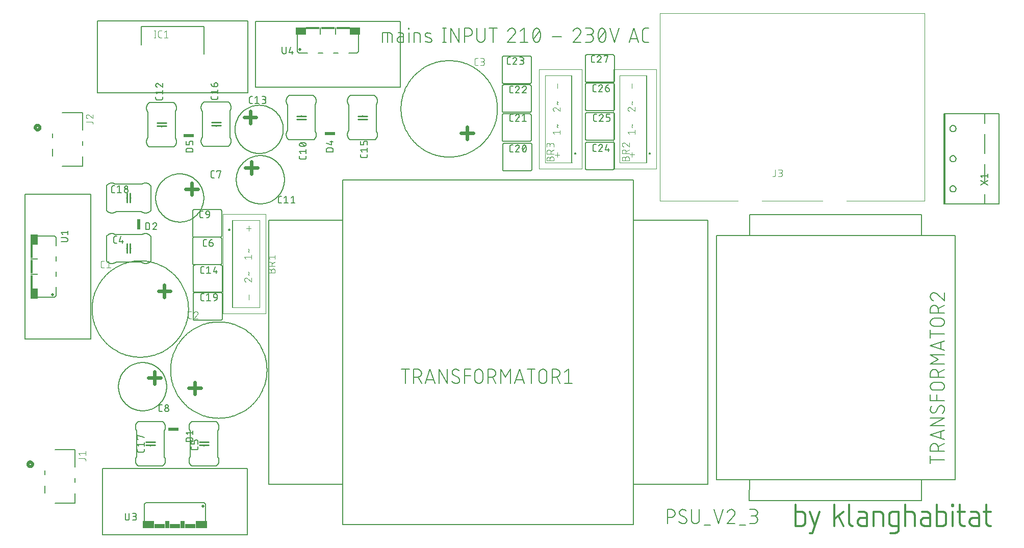
<source format=gbr>
G04 EAGLE Gerber RS-274X export*
G75*
%MOMM*%
%FSLAX34Y34*%
%LPD*%
%INSilkscreen Top*%
%IPPOS*%
%AMOC8*
5,1,8,0,0,1.08239X$1,22.5*%
G01*
%ADD10C,0.203200*%
%ADD11C,0.304800*%
%ADD12C,0.101600*%
%ADD13C,0.200000*%
%ADD14C,0.100000*%
%ADD15C,0.152400*%
%ADD16C,0.127000*%
%ADD17C,0.508000*%
%ADD18R,1.905000X1.270000*%
%ADD19R,1.778000X0.762000*%
%ADD20R,0.762000X1.270000*%
%ADD21C,0.609600*%
%ADD22C,0.254000*%
%ADD23R,1.778000X0.508000*%
%ADD24R,1.270000X1.651000*%
%ADD25R,0.381000X2.286000*%
%ADD26R,1.270000X0.254000*%
%ADD27R,0.508000X1.778000*%
%ADD28C,0.508000*%
%ADD29R,1.651000X1.270000*%
%ADD30R,2.286000X0.381000*%
%ADD31R,0.254000X1.270000*%


D10*
X1065976Y17236D02*
X1065976Y40604D01*
X1072467Y40604D01*
X1072626Y40602D01*
X1072785Y40596D01*
X1072945Y40586D01*
X1073103Y40573D01*
X1073262Y40555D01*
X1073419Y40534D01*
X1073577Y40508D01*
X1073733Y40479D01*
X1073889Y40446D01*
X1074044Y40409D01*
X1074198Y40369D01*
X1074351Y40324D01*
X1074503Y40276D01*
X1074654Y40225D01*
X1074803Y40169D01*
X1074951Y40110D01*
X1075097Y40047D01*
X1075242Y39981D01*
X1075385Y39911D01*
X1075527Y39838D01*
X1075666Y39761D01*
X1075804Y39681D01*
X1075940Y39597D01*
X1076073Y39510D01*
X1076205Y39420D01*
X1076334Y39327D01*
X1076460Y39230D01*
X1076585Y39131D01*
X1076707Y39028D01*
X1076826Y38923D01*
X1076943Y38814D01*
X1077057Y38703D01*
X1077168Y38589D01*
X1077277Y38472D01*
X1077382Y38353D01*
X1077485Y38231D01*
X1077584Y38106D01*
X1077681Y37980D01*
X1077774Y37851D01*
X1077864Y37719D01*
X1077951Y37586D01*
X1078035Y37450D01*
X1078115Y37312D01*
X1078192Y37173D01*
X1078265Y37031D01*
X1078335Y36888D01*
X1078401Y36743D01*
X1078464Y36597D01*
X1078523Y36449D01*
X1078579Y36300D01*
X1078630Y36149D01*
X1078678Y35997D01*
X1078723Y35844D01*
X1078763Y35690D01*
X1078800Y35535D01*
X1078833Y35379D01*
X1078862Y35223D01*
X1078888Y35065D01*
X1078909Y34908D01*
X1078927Y34749D01*
X1078940Y34591D01*
X1078950Y34431D01*
X1078956Y34272D01*
X1078958Y34113D01*
X1078956Y33954D01*
X1078950Y33795D01*
X1078940Y33635D01*
X1078927Y33477D01*
X1078909Y33318D01*
X1078888Y33161D01*
X1078862Y33003D01*
X1078833Y32847D01*
X1078800Y32691D01*
X1078763Y32536D01*
X1078723Y32382D01*
X1078678Y32229D01*
X1078630Y32077D01*
X1078579Y31926D01*
X1078523Y31777D01*
X1078464Y31629D01*
X1078401Y31483D01*
X1078335Y31338D01*
X1078265Y31195D01*
X1078192Y31053D01*
X1078115Y30914D01*
X1078035Y30776D01*
X1077951Y30640D01*
X1077864Y30507D01*
X1077774Y30375D01*
X1077681Y30246D01*
X1077584Y30120D01*
X1077485Y29995D01*
X1077382Y29873D01*
X1077277Y29754D01*
X1077168Y29637D01*
X1077057Y29523D01*
X1076943Y29412D01*
X1076826Y29303D01*
X1076707Y29198D01*
X1076585Y29095D01*
X1076460Y28996D01*
X1076334Y28899D01*
X1076205Y28806D01*
X1076073Y28716D01*
X1075940Y28629D01*
X1075804Y28545D01*
X1075666Y28465D01*
X1075527Y28388D01*
X1075385Y28315D01*
X1075242Y28245D01*
X1075097Y28179D01*
X1074951Y28116D01*
X1074803Y28057D01*
X1074654Y28001D01*
X1074503Y27950D01*
X1074351Y27902D01*
X1074198Y27857D01*
X1074044Y27817D01*
X1073889Y27780D01*
X1073733Y27747D01*
X1073577Y27718D01*
X1073419Y27692D01*
X1073262Y27671D01*
X1073103Y27653D01*
X1072945Y27640D01*
X1072785Y27630D01*
X1072626Y27624D01*
X1072467Y27622D01*
X1065976Y27622D01*
X1093105Y17236D02*
X1093248Y17238D01*
X1093391Y17244D01*
X1093534Y17254D01*
X1093676Y17268D01*
X1093818Y17285D01*
X1093960Y17307D01*
X1094101Y17332D01*
X1094241Y17362D01*
X1094380Y17395D01*
X1094518Y17432D01*
X1094655Y17473D01*
X1094791Y17517D01*
X1094926Y17566D01*
X1095059Y17618D01*
X1095191Y17673D01*
X1095321Y17733D01*
X1095450Y17796D01*
X1095577Y17862D01*
X1095702Y17932D01*
X1095824Y18005D01*
X1095945Y18082D01*
X1096064Y18162D01*
X1096180Y18245D01*
X1096295Y18331D01*
X1096406Y18420D01*
X1096516Y18513D01*
X1096622Y18608D01*
X1096726Y18707D01*
X1096827Y18808D01*
X1096926Y18912D01*
X1097021Y19018D01*
X1097114Y19128D01*
X1097203Y19239D01*
X1097289Y19354D01*
X1097372Y19470D01*
X1097452Y19589D01*
X1097529Y19710D01*
X1097602Y19832D01*
X1097672Y19957D01*
X1097738Y20084D01*
X1097801Y20213D01*
X1097861Y20343D01*
X1097916Y20475D01*
X1097968Y20608D01*
X1098017Y20743D01*
X1098061Y20879D01*
X1098102Y21016D01*
X1098139Y21154D01*
X1098172Y21293D01*
X1098202Y21433D01*
X1098227Y21574D01*
X1098249Y21716D01*
X1098266Y21858D01*
X1098280Y22000D01*
X1098290Y22143D01*
X1098296Y22286D01*
X1098298Y22429D01*
X1093105Y17236D02*
X1092843Y17239D01*
X1092580Y17249D01*
X1092318Y17264D01*
X1092057Y17286D01*
X1091796Y17314D01*
X1091536Y17349D01*
X1091276Y17390D01*
X1091018Y17436D01*
X1090761Y17489D01*
X1090505Y17549D01*
X1090251Y17614D01*
X1089998Y17685D01*
X1089748Y17762D01*
X1089499Y17846D01*
X1089252Y17935D01*
X1089007Y18030D01*
X1088765Y18131D01*
X1088525Y18238D01*
X1088288Y18350D01*
X1088054Y18468D01*
X1087822Y18592D01*
X1087594Y18721D01*
X1087368Y18856D01*
X1087146Y18996D01*
X1086927Y19141D01*
X1086712Y19291D01*
X1086501Y19447D01*
X1086293Y19607D01*
X1086089Y19773D01*
X1085890Y19943D01*
X1085694Y20118D01*
X1085503Y20297D01*
X1085316Y20482D01*
X1085964Y35411D02*
X1085966Y35554D01*
X1085972Y35697D01*
X1085982Y35840D01*
X1085996Y35982D01*
X1086013Y36124D01*
X1086035Y36266D01*
X1086060Y36407D01*
X1086090Y36547D01*
X1086123Y36686D01*
X1086160Y36824D01*
X1086201Y36961D01*
X1086245Y37097D01*
X1086294Y37232D01*
X1086346Y37365D01*
X1086401Y37497D01*
X1086461Y37627D01*
X1086524Y37756D01*
X1086590Y37883D01*
X1086660Y38008D01*
X1086733Y38130D01*
X1086810Y38251D01*
X1086890Y38370D01*
X1086973Y38486D01*
X1087059Y38601D01*
X1087148Y38712D01*
X1087241Y38822D01*
X1087336Y38928D01*
X1087435Y39032D01*
X1087536Y39133D01*
X1087640Y39232D01*
X1087746Y39327D01*
X1087856Y39420D01*
X1087967Y39509D01*
X1088082Y39595D01*
X1088198Y39679D01*
X1088317Y39758D01*
X1088438Y39835D01*
X1088561Y39908D01*
X1088685Y39978D01*
X1088812Y40044D01*
X1088941Y40107D01*
X1089071Y40167D01*
X1089203Y40222D01*
X1089336Y40274D01*
X1089471Y40323D01*
X1089607Y40367D01*
X1089744Y40408D01*
X1089882Y40445D01*
X1090021Y40478D01*
X1090161Y40508D01*
X1090302Y40533D01*
X1090444Y40555D01*
X1090586Y40572D01*
X1090728Y40586D01*
X1090871Y40596D01*
X1091014Y40602D01*
X1091157Y40604D01*
X1091389Y40601D01*
X1091621Y40593D01*
X1091853Y40579D01*
X1092084Y40560D01*
X1092315Y40535D01*
X1092545Y40505D01*
X1092774Y40469D01*
X1093002Y40428D01*
X1093230Y40381D01*
X1093456Y40329D01*
X1093681Y40271D01*
X1093904Y40208D01*
X1094126Y40140D01*
X1094346Y40067D01*
X1094564Y39988D01*
X1094781Y39905D01*
X1094995Y39816D01*
X1095207Y39722D01*
X1095417Y39623D01*
X1095625Y39519D01*
X1095829Y39410D01*
X1096032Y39296D01*
X1096231Y39177D01*
X1096428Y39054D01*
X1096621Y38926D01*
X1096812Y38794D01*
X1096999Y38657D01*
X1088560Y30867D02*
X1088437Y30942D01*
X1088316Y31020D01*
X1088197Y31102D01*
X1088081Y31186D01*
X1087967Y31274D01*
X1087855Y31365D01*
X1087745Y31459D01*
X1087639Y31556D01*
X1087535Y31656D01*
X1087434Y31758D01*
X1087335Y31864D01*
X1087240Y31972D01*
X1087147Y32082D01*
X1087058Y32195D01*
X1086972Y32311D01*
X1086888Y32428D01*
X1086809Y32548D01*
X1086732Y32670D01*
X1086659Y32794D01*
X1086589Y32920D01*
X1086523Y33048D01*
X1086460Y33178D01*
X1086401Y33309D01*
X1086345Y33442D01*
X1086293Y33577D01*
X1086245Y33713D01*
X1086200Y33850D01*
X1086160Y33988D01*
X1086123Y34127D01*
X1086089Y34267D01*
X1086060Y34408D01*
X1086035Y34550D01*
X1086013Y34693D01*
X1085995Y34836D01*
X1085982Y34979D01*
X1085972Y35123D01*
X1085966Y35267D01*
X1085964Y35411D01*
X1095702Y26973D02*
X1095825Y26898D01*
X1095946Y26820D01*
X1096065Y26738D01*
X1096181Y26654D01*
X1096295Y26566D01*
X1096407Y26475D01*
X1096516Y26381D01*
X1096623Y26284D01*
X1096727Y26184D01*
X1096828Y26082D01*
X1096927Y25976D01*
X1097022Y25868D01*
X1097115Y25758D01*
X1097204Y25645D01*
X1097290Y25530D01*
X1097373Y25412D01*
X1097453Y25292D01*
X1097530Y25170D01*
X1097603Y25046D01*
X1097673Y24920D01*
X1097739Y24792D01*
X1097802Y24662D01*
X1097861Y24531D01*
X1097917Y24398D01*
X1097969Y24263D01*
X1098017Y24127D01*
X1098062Y23990D01*
X1098102Y23852D01*
X1098139Y23713D01*
X1098173Y23573D01*
X1098202Y23432D01*
X1098227Y23290D01*
X1098249Y23147D01*
X1098267Y23004D01*
X1098280Y22861D01*
X1098290Y22717D01*
X1098296Y22573D01*
X1098298Y22429D01*
X1095701Y26973D02*
X1088561Y30867D01*
X1106194Y23727D02*
X1106194Y40604D01*
X1106194Y23727D02*
X1106196Y23568D01*
X1106202Y23409D01*
X1106212Y23249D01*
X1106225Y23091D01*
X1106243Y22932D01*
X1106264Y22775D01*
X1106290Y22617D01*
X1106319Y22461D01*
X1106352Y22305D01*
X1106389Y22150D01*
X1106429Y21996D01*
X1106474Y21843D01*
X1106522Y21691D01*
X1106573Y21540D01*
X1106629Y21391D01*
X1106688Y21243D01*
X1106751Y21097D01*
X1106817Y20952D01*
X1106887Y20809D01*
X1106960Y20667D01*
X1107037Y20528D01*
X1107117Y20390D01*
X1107201Y20254D01*
X1107288Y20121D01*
X1107378Y19989D01*
X1107471Y19860D01*
X1107568Y19734D01*
X1107667Y19609D01*
X1107770Y19487D01*
X1107875Y19368D01*
X1107984Y19251D01*
X1108095Y19137D01*
X1108209Y19026D01*
X1108326Y18917D01*
X1108445Y18812D01*
X1108567Y18709D01*
X1108692Y18610D01*
X1108818Y18513D01*
X1108947Y18420D01*
X1109079Y18330D01*
X1109212Y18243D01*
X1109348Y18159D01*
X1109486Y18079D01*
X1109625Y18002D01*
X1109767Y17929D01*
X1109910Y17859D01*
X1110055Y17793D01*
X1110201Y17730D01*
X1110349Y17671D01*
X1110498Y17615D01*
X1110649Y17564D01*
X1110801Y17516D01*
X1110954Y17471D01*
X1111108Y17431D01*
X1111263Y17394D01*
X1111419Y17361D01*
X1111575Y17332D01*
X1111733Y17306D01*
X1111890Y17285D01*
X1112049Y17267D01*
X1112207Y17254D01*
X1112367Y17244D01*
X1112526Y17238D01*
X1112685Y17236D01*
X1112844Y17238D01*
X1113003Y17244D01*
X1113163Y17254D01*
X1113321Y17267D01*
X1113480Y17285D01*
X1113637Y17306D01*
X1113795Y17332D01*
X1113951Y17361D01*
X1114107Y17394D01*
X1114262Y17431D01*
X1114416Y17471D01*
X1114569Y17516D01*
X1114721Y17564D01*
X1114872Y17615D01*
X1115021Y17671D01*
X1115169Y17730D01*
X1115315Y17793D01*
X1115460Y17859D01*
X1115603Y17929D01*
X1115745Y18002D01*
X1115884Y18079D01*
X1116022Y18159D01*
X1116158Y18243D01*
X1116291Y18330D01*
X1116423Y18420D01*
X1116552Y18513D01*
X1116678Y18610D01*
X1116803Y18709D01*
X1116925Y18812D01*
X1117044Y18917D01*
X1117161Y19026D01*
X1117275Y19137D01*
X1117386Y19251D01*
X1117495Y19368D01*
X1117600Y19487D01*
X1117703Y19609D01*
X1117802Y19734D01*
X1117899Y19860D01*
X1117992Y19989D01*
X1118082Y20121D01*
X1118169Y20254D01*
X1118253Y20390D01*
X1118333Y20528D01*
X1118410Y20667D01*
X1118483Y20809D01*
X1118553Y20952D01*
X1118619Y21097D01*
X1118682Y21243D01*
X1118741Y21391D01*
X1118797Y21540D01*
X1118848Y21691D01*
X1118896Y21843D01*
X1118941Y21996D01*
X1118981Y22150D01*
X1119018Y22305D01*
X1119051Y22461D01*
X1119080Y22617D01*
X1119106Y22775D01*
X1119127Y22932D01*
X1119145Y23091D01*
X1119158Y23249D01*
X1119168Y23409D01*
X1119174Y23568D01*
X1119176Y23727D01*
X1119176Y40604D01*
X1126979Y14640D02*
X1137365Y14640D01*
X1150963Y17236D02*
X1143174Y40604D01*
X1158752Y40604D02*
X1150963Y17236D01*
X1172491Y40604D02*
X1172641Y40602D01*
X1172792Y40596D01*
X1172942Y40587D01*
X1173092Y40573D01*
X1173241Y40556D01*
X1173390Y40534D01*
X1173538Y40509D01*
X1173686Y40480D01*
X1173833Y40448D01*
X1173979Y40411D01*
X1174124Y40371D01*
X1174268Y40327D01*
X1174410Y40280D01*
X1174552Y40228D01*
X1174692Y40174D01*
X1174830Y40115D01*
X1174968Y40053D01*
X1175103Y39988D01*
X1175237Y39919D01*
X1175368Y39846D01*
X1175498Y39770D01*
X1175626Y39691D01*
X1175752Y39609D01*
X1175876Y39523D01*
X1175997Y39435D01*
X1176117Y39343D01*
X1176233Y39248D01*
X1176348Y39150D01*
X1176459Y39049D01*
X1176568Y38946D01*
X1176675Y38839D01*
X1176778Y38730D01*
X1176879Y38619D01*
X1176977Y38504D01*
X1177072Y38388D01*
X1177164Y38268D01*
X1177252Y38147D01*
X1177338Y38023D01*
X1177420Y37897D01*
X1177499Y37769D01*
X1177575Y37639D01*
X1177648Y37508D01*
X1177717Y37374D01*
X1177782Y37239D01*
X1177844Y37101D01*
X1177903Y36963D01*
X1177957Y36823D01*
X1178009Y36681D01*
X1178056Y36539D01*
X1178100Y36395D01*
X1178140Y36250D01*
X1178177Y36104D01*
X1178209Y35957D01*
X1178238Y35809D01*
X1178263Y35661D01*
X1178285Y35512D01*
X1178302Y35363D01*
X1178316Y35213D01*
X1178325Y35063D01*
X1178331Y34912D01*
X1178333Y34762D01*
X1172491Y40604D02*
X1172310Y40602D01*
X1172128Y40595D01*
X1171947Y40584D01*
X1171766Y40569D01*
X1171586Y40549D01*
X1171406Y40525D01*
X1171227Y40497D01*
X1171048Y40464D01*
X1170870Y40427D01*
X1170694Y40386D01*
X1170518Y40340D01*
X1170343Y40290D01*
X1170170Y40236D01*
X1169998Y40178D01*
X1169828Y40116D01*
X1169659Y40049D01*
X1169492Y39979D01*
X1169326Y39904D01*
X1169163Y39826D01*
X1169001Y39743D01*
X1168841Y39657D01*
X1168684Y39567D01*
X1168528Y39473D01*
X1168375Y39375D01*
X1168225Y39274D01*
X1168077Y39169D01*
X1167931Y39060D01*
X1167788Y38948D01*
X1167648Y38833D01*
X1167511Y38714D01*
X1167377Y38592D01*
X1167246Y38466D01*
X1167117Y38338D01*
X1166992Y38207D01*
X1166870Y38072D01*
X1166752Y37935D01*
X1166636Y37795D01*
X1166525Y37652D01*
X1166416Y37506D01*
X1166311Y37358D01*
X1166210Y37207D01*
X1166113Y37054D01*
X1166019Y36899D01*
X1165929Y36741D01*
X1165843Y36581D01*
X1165761Y36419D01*
X1165682Y36256D01*
X1165608Y36090D01*
X1165538Y35923D01*
X1165471Y35754D01*
X1165409Y35583D01*
X1165351Y35411D01*
X1176386Y30218D02*
X1176496Y30326D01*
X1176603Y30436D01*
X1176708Y30549D01*
X1176810Y30664D01*
X1176909Y30782D01*
X1177005Y30902D01*
X1177099Y31025D01*
X1177189Y31149D01*
X1177276Y31276D01*
X1177360Y31405D01*
X1177441Y31537D01*
X1177518Y31670D01*
X1177592Y31805D01*
X1177663Y31941D01*
X1177731Y32080D01*
X1177795Y32220D01*
X1177856Y32361D01*
X1177913Y32504D01*
X1177966Y32648D01*
X1178016Y32794D01*
X1178063Y32941D01*
X1178106Y33089D01*
X1178145Y33238D01*
X1178181Y33387D01*
X1178212Y33538D01*
X1178241Y33689D01*
X1178265Y33841D01*
X1178286Y33994D01*
X1178303Y34147D01*
X1178316Y34300D01*
X1178325Y34454D01*
X1178331Y34608D01*
X1178333Y34762D01*
X1176385Y30218D02*
X1165351Y17236D01*
X1178333Y17236D01*
X1185440Y14640D02*
X1195825Y14640D01*
X1202932Y17236D02*
X1209423Y17236D01*
X1209582Y17238D01*
X1209741Y17244D01*
X1209901Y17254D01*
X1210059Y17267D01*
X1210218Y17285D01*
X1210375Y17306D01*
X1210533Y17332D01*
X1210689Y17361D01*
X1210845Y17394D01*
X1211000Y17431D01*
X1211154Y17471D01*
X1211307Y17516D01*
X1211459Y17564D01*
X1211610Y17615D01*
X1211759Y17671D01*
X1211907Y17730D01*
X1212053Y17793D01*
X1212198Y17859D01*
X1212341Y17929D01*
X1212483Y18002D01*
X1212622Y18079D01*
X1212760Y18159D01*
X1212896Y18243D01*
X1213029Y18330D01*
X1213161Y18420D01*
X1213290Y18513D01*
X1213416Y18610D01*
X1213541Y18709D01*
X1213663Y18812D01*
X1213782Y18917D01*
X1213899Y19026D01*
X1214013Y19137D01*
X1214124Y19251D01*
X1214233Y19368D01*
X1214338Y19487D01*
X1214441Y19609D01*
X1214540Y19734D01*
X1214637Y19860D01*
X1214730Y19989D01*
X1214820Y20121D01*
X1214907Y20254D01*
X1214991Y20390D01*
X1215071Y20528D01*
X1215148Y20667D01*
X1215221Y20809D01*
X1215291Y20952D01*
X1215357Y21097D01*
X1215420Y21243D01*
X1215479Y21391D01*
X1215535Y21540D01*
X1215586Y21691D01*
X1215634Y21843D01*
X1215679Y21996D01*
X1215719Y22150D01*
X1215756Y22305D01*
X1215789Y22461D01*
X1215818Y22617D01*
X1215844Y22775D01*
X1215865Y22932D01*
X1215883Y23091D01*
X1215896Y23249D01*
X1215906Y23409D01*
X1215912Y23568D01*
X1215914Y23727D01*
X1215912Y23886D01*
X1215906Y24045D01*
X1215896Y24205D01*
X1215883Y24363D01*
X1215865Y24522D01*
X1215844Y24679D01*
X1215818Y24837D01*
X1215789Y24993D01*
X1215756Y25149D01*
X1215719Y25304D01*
X1215679Y25458D01*
X1215634Y25611D01*
X1215586Y25763D01*
X1215535Y25914D01*
X1215479Y26063D01*
X1215420Y26211D01*
X1215357Y26357D01*
X1215291Y26502D01*
X1215221Y26645D01*
X1215148Y26787D01*
X1215071Y26926D01*
X1214991Y27064D01*
X1214907Y27200D01*
X1214820Y27333D01*
X1214730Y27465D01*
X1214637Y27594D01*
X1214540Y27720D01*
X1214441Y27845D01*
X1214338Y27967D01*
X1214233Y28086D01*
X1214124Y28203D01*
X1214013Y28317D01*
X1213899Y28428D01*
X1213782Y28537D01*
X1213663Y28642D01*
X1213541Y28745D01*
X1213416Y28844D01*
X1213290Y28941D01*
X1213161Y29034D01*
X1213029Y29124D01*
X1212896Y29211D01*
X1212760Y29295D01*
X1212622Y29375D01*
X1212483Y29452D01*
X1212341Y29525D01*
X1212198Y29595D01*
X1212053Y29661D01*
X1211907Y29724D01*
X1211759Y29783D01*
X1211610Y29839D01*
X1211459Y29890D01*
X1211307Y29938D01*
X1211154Y29983D01*
X1211000Y30023D01*
X1210845Y30060D01*
X1210689Y30093D01*
X1210533Y30122D01*
X1210375Y30148D01*
X1210218Y30169D01*
X1210059Y30187D01*
X1209901Y30200D01*
X1209741Y30210D01*
X1209582Y30216D01*
X1209423Y30218D01*
X1210722Y40604D02*
X1202932Y40604D01*
X1210722Y40604D02*
X1210865Y40602D01*
X1211008Y40596D01*
X1211151Y40586D01*
X1211293Y40572D01*
X1211435Y40555D01*
X1211577Y40533D01*
X1211718Y40508D01*
X1211858Y40478D01*
X1211997Y40445D01*
X1212135Y40408D01*
X1212272Y40367D01*
X1212408Y40323D01*
X1212543Y40274D01*
X1212676Y40222D01*
X1212808Y40167D01*
X1212938Y40107D01*
X1213067Y40044D01*
X1213194Y39978D01*
X1213319Y39908D01*
X1213441Y39835D01*
X1213562Y39758D01*
X1213681Y39678D01*
X1213797Y39595D01*
X1213912Y39509D01*
X1214023Y39420D01*
X1214133Y39327D01*
X1214239Y39232D01*
X1214343Y39133D01*
X1214444Y39032D01*
X1214543Y38928D01*
X1214638Y38822D01*
X1214731Y38712D01*
X1214820Y38601D01*
X1214906Y38486D01*
X1214989Y38370D01*
X1215069Y38251D01*
X1215146Y38130D01*
X1215219Y38007D01*
X1215289Y37883D01*
X1215355Y37756D01*
X1215418Y37627D01*
X1215478Y37497D01*
X1215533Y37365D01*
X1215585Y37232D01*
X1215634Y37097D01*
X1215678Y36961D01*
X1215719Y36824D01*
X1215756Y36686D01*
X1215789Y36547D01*
X1215819Y36407D01*
X1215844Y36266D01*
X1215866Y36124D01*
X1215883Y35982D01*
X1215897Y35840D01*
X1215907Y35697D01*
X1215913Y35554D01*
X1215915Y35411D01*
X1215913Y35268D01*
X1215907Y35125D01*
X1215897Y34982D01*
X1215883Y34840D01*
X1215866Y34698D01*
X1215844Y34556D01*
X1215819Y34415D01*
X1215789Y34275D01*
X1215756Y34136D01*
X1215719Y33998D01*
X1215678Y33861D01*
X1215634Y33725D01*
X1215585Y33590D01*
X1215533Y33457D01*
X1215478Y33325D01*
X1215418Y33195D01*
X1215355Y33066D01*
X1215289Y32939D01*
X1215219Y32814D01*
X1215146Y32692D01*
X1215069Y32571D01*
X1214989Y32452D01*
X1214906Y32336D01*
X1214820Y32221D01*
X1214731Y32110D01*
X1214638Y32000D01*
X1214543Y31894D01*
X1214444Y31790D01*
X1214343Y31689D01*
X1214239Y31590D01*
X1214133Y31495D01*
X1214023Y31402D01*
X1213912Y31313D01*
X1213797Y31227D01*
X1213681Y31144D01*
X1213562Y31064D01*
X1213441Y30987D01*
X1213319Y30914D01*
X1213194Y30844D01*
X1213067Y30778D01*
X1212938Y30715D01*
X1212808Y30655D01*
X1212676Y30600D01*
X1212543Y30548D01*
X1212408Y30499D01*
X1212272Y30455D01*
X1212135Y30414D01*
X1211997Y30377D01*
X1211858Y30344D01*
X1211718Y30314D01*
X1211577Y30289D01*
X1211435Y30267D01*
X1211293Y30250D01*
X1211151Y30236D01*
X1211008Y30226D01*
X1210865Y30220D01*
X1210722Y30218D01*
X1205529Y30218D01*
D11*
X1279184Y13174D02*
X1279184Y48226D01*
X1279184Y13174D02*
X1288921Y13174D01*
X1289071Y13176D01*
X1289222Y13182D01*
X1289372Y13191D01*
X1289522Y13205D01*
X1289671Y13222D01*
X1289820Y13244D01*
X1289968Y13269D01*
X1290116Y13298D01*
X1290263Y13330D01*
X1290409Y13367D01*
X1290554Y13407D01*
X1290698Y13451D01*
X1290840Y13498D01*
X1290982Y13550D01*
X1291122Y13604D01*
X1291260Y13663D01*
X1291398Y13725D01*
X1291533Y13790D01*
X1291667Y13859D01*
X1291798Y13932D01*
X1291928Y14008D01*
X1292056Y14087D01*
X1292182Y14169D01*
X1292306Y14255D01*
X1292427Y14343D01*
X1292547Y14435D01*
X1292663Y14530D01*
X1292778Y14628D01*
X1292889Y14729D01*
X1292998Y14832D01*
X1293105Y14939D01*
X1293208Y15048D01*
X1293309Y15159D01*
X1293407Y15274D01*
X1293502Y15390D01*
X1293594Y15510D01*
X1293682Y15631D01*
X1293768Y15755D01*
X1293850Y15881D01*
X1293929Y16009D01*
X1294005Y16139D01*
X1294078Y16270D01*
X1294147Y16404D01*
X1294212Y16539D01*
X1294274Y16677D01*
X1294333Y16815D01*
X1294387Y16955D01*
X1294439Y17097D01*
X1294486Y17239D01*
X1294530Y17383D01*
X1294570Y17528D01*
X1294607Y17674D01*
X1294639Y17821D01*
X1294668Y17969D01*
X1294693Y18117D01*
X1294715Y18266D01*
X1294732Y18415D01*
X1294746Y18565D01*
X1294755Y18715D01*
X1294761Y18866D01*
X1294763Y19016D01*
X1294763Y30700D01*
X1294761Y30850D01*
X1294755Y31001D01*
X1294746Y31151D01*
X1294732Y31301D01*
X1294715Y31450D01*
X1294693Y31599D01*
X1294668Y31747D01*
X1294639Y31895D01*
X1294607Y32042D01*
X1294570Y32188D01*
X1294530Y32333D01*
X1294486Y32477D01*
X1294439Y32619D01*
X1294387Y32761D01*
X1294333Y32901D01*
X1294274Y33039D01*
X1294212Y33177D01*
X1294147Y33312D01*
X1294078Y33446D01*
X1294005Y33577D01*
X1293929Y33707D01*
X1293850Y33835D01*
X1293768Y33961D01*
X1293682Y34085D01*
X1293594Y34206D01*
X1293502Y34326D01*
X1293407Y34442D01*
X1293309Y34557D01*
X1293208Y34668D01*
X1293105Y34777D01*
X1292998Y34884D01*
X1292889Y34987D01*
X1292778Y35088D01*
X1292663Y35186D01*
X1292547Y35281D01*
X1292427Y35373D01*
X1292306Y35461D01*
X1292182Y35547D01*
X1292056Y35629D01*
X1291928Y35708D01*
X1291798Y35784D01*
X1291667Y35857D01*
X1291533Y35926D01*
X1291398Y35991D01*
X1291260Y36053D01*
X1291122Y36112D01*
X1290982Y36166D01*
X1290840Y36218D01*
X1290698Y36265D01*
X1290554Y36309D01*
X1290409Y36349D01*
X1290263Y36386D01*
X1290116Y36418D01*
X1289968Y36447D01*
X1289820Y36472D01*
X1289671Y36494D01*
X1289522Y36511D01*
X1289372Y36525D01*
X1289222Y36534D01*
X1289071Y36540D01*
X1288921Y36542D01*
X1279184Y36542D01*
X1303021Y1490D02*
X1306915Y1490D01*
X1318599Y36542D01*
X1303021Y36542D02*
X1310810Y13174D01*
X1342969Y13174D02*
X1342969Y48226D01*
X1358548Y36542D02*
X1342969Y24858D01*
X1349785Y29726D02*
X1358548Y13174D01*
X1367875Y19016D02*
X1367875Y48226D01*
X1367875Y19016D02*
X1367877Y18866D01*
X1367883Y18715D01*
X1367892Y18565D01*
X1367906Y18415D01*
X1367923Y18266D01*
X1367945Y18117D01*
X1367970Y17969D01*
X1367999Y17821D01*
X1368031Y17674D01*
X1368068Y17528D01*
X1368108Y17383D01*
X1368152Y17239D01*
X1368199Y17097D01*
X1368251Y16955D01*
X1368305Y16815D01*
X1368364Y16677D01*
X1368426Y16539D01*
X1368491Y16404D01*
X1368560Y16270D01*
X1368633Y16139D01*
X1368709Y16009D01*
X1368788Y15881D01*
X1368870Y15755D01*
X1368956Y15631D01*
X1369044Y15510D01*
X1369136Y15390D01*
X1369231Y15274D01*
X1369329Y15159D01*
X1369430Y15048D01*
X1369533Y14939D01*
X1369640Y14832D01*
X1369749Y14729D01*
X1369860Y14628D01*
X1369975Y14530D01*
X1370091Y14435D01*
X1370211Y14343D01*
X1370332Y14255D01*
X1370456Y14169D01*
X1370582Y14087D01*
X1370710Y14008D01*
X1370840Y13932D01*
X1370971Y13859D01*
X1371105Y13790D01*
X1371240Y13725D01*
X1371378Y13663D01*
X1371516Y13604D01*
X1371656Y13550D01*
X1371798Y13498D01*
X1371940Y13451D01*
X1372084Y13407D01*
X1372229Y13367D01*
X1372375Y13330D01*
X1372522Y13298D01*
X1372670Y13269D01*
X1372818Y13244D01*
X1372967Y13222D01*
X1373116Y13205D01*
X1373266Y13191D01*
X1373416Y13182D01*
X1373567Y13176D01*
X1373717Y13174D01*
X1388918Y26805D02*
X1397681Y26805D01*
X1388918Y26806D02*
X1388752Y26804D01*
X1388586Y26798D01*
X1388420Y26788D01*
X1388255Y26774D01*
X1388090Y26756D01*
X1387926Y26733D01*
X1387762Y26707D01*
X1387598Y26677D01*
X1387436Y26643D01*
X1387274Y26605D01*
X1387114Y26563D01*
X1386954Y26517D01*
X1386796Y26467D01*
X1386639Y26414D01*
X1386483Y26356D01*
X1386329Y26295D01*
X1386176Y26230D01*
X1386025Y26162D01*
X1385875Y26089D01*
X1385728Y26013D01*
X1385582Y25934D01*
X1385438Y25851D01*
X1385297Y25764D01*
X1385157Y25675D01*
X1385020Y25581D01*
X1384885Y25485D01*
X1384752Y25385D01*
X1384622Y25282D01*
X1384495Y25176D01*
X1384370Y25066D01*
X1384247Y24954D01*
X1384128Y24839D01*
X1384011Y24721D01*
X1383897Y24600D01*
X1383787Y24476D01*
X1383679Y24350D01*
X1383574Y24221D01*
X1383473Y24090D01*
X1383375Y23956D01*
X1383280Y23820D01*
X1383188Y23681D01*
X1383100Y23541D01*
X1383015Y23398D01*
X1382934Y23253D01*
X1382856Y23107D01*
X1382782Y22958D01*
X1382712Y22808D01*
X1382645Y22656D01*
X1382582Y22502D01*
X1382523Y22347D01*
X1382467Y22191D01*
X1382415Y22033D01*
X1382368Y21874D01*
X1382324Y21714D01*
X1382284Y21553D01*
X1382248Y21391D01*
X1382215Y21228D01*
X1382187Y21064D01*
X1382163Y20900D01*
X1382143Y20735D01*
X1382127Y20570D01*
X1382115Y20405D01*
X1382107Y20239D01*
X1382103Y20073D01*
X1382103Y19907D01*
X1382107Y19741D01*
X1382115Y19575D01*
X1382127Y19410D01*
X1382143Y19245D01*
X1382163Y19080D01*
X1382187Y18916D01*
X1382215Y18752D01*
X1382248Y18589D01*
X1382284Y18427D01*
X1382324Y18266D01*
X1382368Y18106D01*
X1382415Y17947D01*
X1382467Y17789D01*
X1382523Y17633D01*
X1382582Y17478D01*
X1382645Y17324D01*
X1382712Y17172D01*
X1382782Y17022D01*
X1382856Y16873D01*
X1382934Y16727D01*
X1383015Y16582D01*
X1383100Y16439D01*
X1383188Y16299D01*
X1383280Y16160D01*
X1383375Y16024D01*
X1383473Y15890D01*
X1383574Y15759D01*
X1383679Y15630D01*
X1383787Y15504D01*
X1383897Y15380D01*
X1384011Y15259D01*
X1384128Y15141D01*
X1384247Y15026D01*
X1384370Y14914D01*
X1384495Y14804D01*
X1384622Y14698D01*
X1384752Y14595D01*
X1384885Y14495D01*
X1385020Y14399D01*
X1385157Y14305D01*
X1385297Y14216D01*
X1385438Y14129D01*
X1385582Y14046D01*
X1385728Y13967D01*
X1385875Y13891D01*
X1386025Y13818D01*
X1386176Y13750D01*
X1386329Y13685D01*
X1386483Y13624D01*
X1386639Y13566D01*
X1386796Y13513D01*
X1386954Y13463D01*
X1387114Y13417D01*
X1387274Y13375D01*
X1387436Y13337D01*
X1387598Y13303D01*
X1387762Y13273D01*
X1387926Y13247D01*
X1388090Y13224D01*
X1388255Y13206D01*
X1388420Y13192D01*
X1388586Y13182D01*
X1388752Y13176D01*
X1388918Y13174D01*
X1397681Y13174D01*
X1397681Y30700D01*
X1397679Y30850D01*
X1397673Y31001D01*
X1397664Y31151D01*
X1397650Y31301D01*
X1397633Y31450D01*
X1397611Y31599D01*
X1397586Y31747D01*
X1397557Y31895D01*
X1397525Y32042D01*
X1397488Y32188D01*
X1397448Y32333D01*
X1397404Y32477D01*
X1397357Y32619D01*
X1397305Y32761D01*
X1397251Y32901D01*
X1397192Y33039D01*
X1397130Y33177D01*
X1397065Y33312D01*
X1396996Y33446D01*
X1396923Y33577D01*
X1396847Y33707D01*
X1396768Y33835D01*
X1396686Y33961D01*
X1396600Y34085D01*
X1396512Y34206D01*
X1396420Y34326D01*
X1396325Y34442D01*
X1396227Y34557D01*
X1396126Y34668D01*
X1396023Y34777D01*
X1395916Y34884D01*
X1395807Y34987D01*
X1395696Y35088D01*
X1395581Y35186D01*
X1395465Y35281D01*
X1395345Y35373D01*
X1395224Y35461D01*
X1395100Y35547D01*
X1394974Y35629D01*
X1394846Y35708D01*
X1394716Y35784D01*
X1394585Y35857D01*
X1394451Y35926D01*
X1394316Y35991D01*
X1394178Y36053D01*
X1394040Y36112D01*
X1393900Y36166D01*
X1393758Y36218D01*
X1393616Y36265D01*
X1393472Y36309D01*
X1393327Y36349D01*
X1393181Y36386D01*
X1393034Y36418D01*
X1392886Y36447D01*
X1392738Y36472D01*
X1392589Y36494D01*
X1392440Y36511D01*
X1392290Y36525D01*
X1392140Y36534D01*
X1391989Y36540D01*
X1391839Y36542D01*
X1384050Y36542D01*
X1408748Y36542D02*
X1408748Y13174D01*
X1408748Y36542D02*
X1418485Y36542D01*
X1418635Y36540D01*
X1418786Y36534D01*
X1418936Y36525D01*
X1419086Y36511D01*
X1419235Y36494D01*
X1419384Y36472D01*
X1419532Y36447D01*
X1419680Y36418D01*
X1419827Y36386D01*
X1419973Y36349D01*
X1420118Y36309D01*
X1420262Y36265D01*
X1420404Y36218D01*
X1420546Y36166D01*
X1420686Y36112D01*
X1420824Y36053D01*
X1420962Y35991D01*
X1421097Y35926D01*
X1421231Y35857D01*
X1421362Y35784D01*
X1421492Y35708D01*
X1421620Y35629D01*
X1421746Y35547D01*
X1421870Y35461D01*
X1421991Y35373D01*
X1422111Y35281D01*
X1422227Y35186D01*
X1422342Y35088D01*
X1422453Y34987D01*
X1422562Y34884D01*
X1422669Y34777D01*
X1422772Y34668D01*
X1422873Y34557D01*
X1422971Y34442D01*
X1423066Y34326D01*
X1423158Y34206D01*
X1423246Y34085D01*
X1423332Y33961D01*
X1423414Y33835D01*
X1423493Y33707D01*
X1423569Y33577D01*
X1423642Y33446D01*
X1423711Y33312D01*
X1423776Y33177D01*
X1423838Y33039D01*
X1423897Y32901D01*
X1423951Y32761D01*
X1424003Y32619D01*
X1424050Y32477D01*
X1424094Y32333D01*
X1424134Y32188D01*
X1424171Y32042D01*
X1424203Y31895D01*
X1424232Y31747D01*
X1424257Y31599D01*
X1424279Y31450D01*
X1424296Y31301D01*
X1424310Y31151D01*
X1424319Y31001D01*
X1424325Y30850D01*
X1424327Y30700D01*
X1424327Y13174D01*
X1440332Y13174D02*
X1450068Y13174D01*
X1440332Y13174D02*
X1440182Y13176D01*
X1440031Y13182D01*
X1439881Y13191D01*
X1439731Y13205D01*
X1439582Y13222D01*
X1439433Y13244D01*
X1439285Y13269D01*
X1439137Y13298D01*
X1438990Y13330D01*
X1438844Y13367D01*
X1438699Y13407D01*
X1438555Y13451D01*
X1438413Y13498D01*
X1438271Y13550D01*
X1438131Y13604D01*
X1437993Y13663D01*
X1437855Y13725D01*
X1437720Y13790D01*
X1437586Y13859D01*
X1437455Y13932D01*
X1437325Y14008D01*
X1437197Y14087D01*
X1437071Y14169D01*
X1436947Y14255D01*
X1436826Y14343D01*
X1436706Y14435D01*
X1436590Y14530D01*
X1436475Y14628D01*
X1436364Y14729D01*
X1436255Y14832D01*
X1436148Y14939D01*
X1436045Y15048D01*
X1435944Y15159D01*
X1435846Y15274D01*
X1435751Y15390D01*
X1435659Y15510D01*
X1435571Y15631D01*
X1435485Y15755D01*
X1435403Y15881D01*
X1435324Y16009D01*
X1435248Y16139D01*
X1435175Y16270D01*
X1435106Y16404D01*
X1435041Y16539D01*
X1434979Y16677D01*
X1434920Y16815D01*
X1434866Y16955D01*
X1434814Y17097D01*
X1434767Y17239D01*
X1434723Y17383D01*
X1434683Y17528D01*
X1434646Y17674D01*
X1434614Y17821D01*
X1434585Y17969D01*
X1434560Y18117D01*
X1434538Y18266D01*
X1434521Y18415D01*
X1434507Y18565D01*
X1434498Y18715D01*
X1434492Y18866D01*
X1434490Y19016D01*
X1434490Y30700D01*
X1434492Y30850D01*
X1434498Y31001D01*
X1434507Y31151D01*
X1434521Y31301D01*
X1434538Y31450D01*
X1434560Y31599D01*
X1434585Y31747D01*
X1434614Y31895D01*
X1434646Y32042D01*
X1434683Y32188D01*
X1434723Y32333D01*
X1434767Y32477D01*
X1434814Y32619D01*
X1434866Y32761D01*
X1434920Y32901D01*
X1434979Y33039D01*
X1435041Y33177D01*
X1435106Y33312D01*
X1435175Y33446D01*
X1435248Y33577D01*
X1435324Y33707D01*
X1435403Y33835D01*
X1435485Y33961D01*
X1435571Y34085D01*
X1435659Y34206D01*
X1435751Y34326D01*
X1435846Y34442D01*
X1435944Y34557D01*
X1436045Y34668D01*
X1436148Y34777D01*
X1436255Y34884D01*
X1436364Y34987D01*
X1436475Y35088D01*
X1436590Y35186D01*
X1436706Y35281D01*
X1436826Y35373D01*
X1436947Y35461D01*
X1437071Y35547D01*
X1437197Y35629D01*
X1437325Y35708D01*
X1437455Y35784D01*
X1437586Y35857D01*
X1437720Y35926D01*
X1437855Y35991D01*
X1437993Y36053D01*
X1438131Y36112D01*
X1438271Y36166D01*
X1438413Y36218D01*
X1438555Y36265D01*
X1438699Y36309D01*
X1438844Y36349D01*
X1438990Y36386D01*
X1439137Y36418D01*
X1439285Y36447D01*
X1439433Y36472D01*
X1439582Y36494D01*
X1439731Y36511D01*
X1439881Y36525D01*
X1440031Y36534D01*
X1440182Y36540D01*
X1440332Y36542D01*
X1450068Y36542D01*
X1450068Y7332D01*
X1450066Y7182D01*
X1450060Y7031D01*
X1450051Y6881D01*
X1450037Y6731D01*
X1450020Y6582D01*
X1449998Y6433D01*
X1449973Y6285D01*
X1449944Y6137D01*
X1449912Y5990D01*
X1449875Y5844D01*
X1449835Y5699D01*
X1449791Y5555D01*
X1449744Y5413D01*
X1449692Y5271D01*
X1449638Y5131D01*
X1449579Y4993D01*
X1449517Y4855D01*
X1449452Y4720D01*
X1449383Y4586D01*
X1449310Y4455D01*
X1449234Y4325D01*
X1449155Y4197D01*
X1449073Y4071D01*
X1448987Y3947D01*
X1448899Y3826D01*
X1448807Y3706D01*
X1448712Y3590D01*
X1448614Y3475D01*
X1448513Y3364D01*
X1448410Y3255D01*
X1448303Y3148D01*
X1448194Y3045D01*
X1448083Y2944D01*
X1447968Y2846D01*
X1447852Y2751D01*
X1447732Y2659D01*
X1447611Y2571D01*
X1447487Y2485D01*
X1447361Y2403D01*
X1447233Y2324D01*
X1447103Y2248D01*
X1446972Y2175D01*
X1446838Y2106D01*
X1446703Y2041D01*
X1446565Y1979D01*
X1446427Y1920D01*
X1446287Y1866D01*
X1446145Y1814D01*
X1446003Y1767D01*
X1445859Y1723D01*
X1445714Y1683D01*
X1445568Y1646D01*
X1445421Y1614D01*
X1445273Y1585D01*
X1445125Y1560D01*
X1444976Y1538D01*
X1444827Y1521D01*
X1444677Y1507D01*
X1444527Y1498D01*
X1444376Y1492D01*
X1444226Y1490D01*
X1436437Y1490D01*
X1461136Y13174D02*
X1461136Y48226D01*
X1461136Y36542D02*
X1470872Y36542D01*
X1471022Y36540D01*
X1471173Y36534D01*
X1471323Y36525D01*
X1471473Y36511D01*
X1471622Y36494D01*
X1471771Y36472D01*
X1471919Y36447D01*
X1472067Y36418D01*
X1472214Y36386D01*
X1472360Y36349D01*
X1472505Y36309D01*
X1472649Y36265D01*
X1472791Y36218D01*
X1472933Y36166D01*
X1473073Y36112D01*
X1473211Y36053D01*
X1473349Y35991D01*
X1473484Y35926D01*
X1473618Y35857D01*
X1473749Y35784D01*
X1473879Y35708D01*
X1474007Y35629D01*
X1474133Y35547D01*
X1474257Y35461D01*
X1474378Y35373D01*
X1474498Y35281D01*
X1474614Y35186D01*
X1474729Y35088D01*
X1474840Y34987D01*
X1474949Y34884D01*
X1475056Y34777D01*
X1475159Y34668D01*
X1475260Y34557D01*
X1475358Y34442D01*
X1475453Y34326D01*
X1475545Y34206D01*
X1475633Y34085D01*
X1475719Y33961D01*
X1475801Y33835D01*
X1475880Y33707D01*
X1475956Y33577D01*
X1476029Y33446D01*
X1476098Y33312D01*
X1476163Y33177D01*
X1476225Y33039D01*
X1476284Y32901D01*
X1476338Y32761D01*
X1476390Y32619D01*
X1476437Y32477D01*
X1476481Y32333D01*
X1476521Y32188D01*
X1476558Y32042D01*
X1476590Y31895D01*
X1476619Y31747D01*
X1476644Y31599D01*
X1476666Y31450D01*
X1476683Y31301D01*
X1476697Y31151D01*
X1476706Y31001D01*
X1476712Y30850D01*
X1476714Y30700D01*
X1476714Y13174D01*
X1493693Y26805D02*
X1502456Y26805D01*
X1493693Y26806D02*
X1493527Y26804D01*
X1493361Y26798D01*
X1493195Y26788D01*
X1493030Y26774D01*
X1492865Y26756D01*
X1492701Y26733D01*
X1492537Y26707D01*
X1492373Y26677D01*
X1492211Y26643D01*
X1492049Y26605D01*
X1491889Y26563D01*
X1491729Y26517D01*
X1491571Y26467D01*
X1491414Y26414D01*
X1491258Y26356D01*
X1491104Y26295D01*
X1490951Y26230D01*
X1490800Y26162D01*
X1490650Y26089D01*
X1490503Y26013D01*
X1490357Y25934D01*
X1490213Y25851D01*
X1490072Y25764D01*
X1489932Y25675D01*
X1489795Y25581D01*
X1489660Y25485D01*
X1489527Y25385D01*
X1489397Y25282D01*
X1489270Y25176D01*
X1489145Y25066D01*
X1489022Y24954D01*
X1488903Y24839D01*
X1488786Y24721D01*
X1488672Y24600D01*
X1488562Y24476D01*
X1488454Y24350D01*
X1488349Y24221D01*
X1488248Y24090D01*
X1488150Y23956D01*
X1488055Y23820D01*
X1487963Y23681D01*
X1487875Y23541D01*
X1487790Y23398D01*
X1487709Y23253D01*
X1487631Y23107D01*
X1487557Y22958D01*
X1487487Y22808D01*
X1487420Y22656D01*
X1487357Y22502D01*
X1487298Y22347D01*
X1487242Y22191D01*
X1487190Y22033D01*
X1487143Y21874D01*
X1487099Y21714D01*
X1487059Y21553D01*
X1487023Y21391D01*
X1486990Y21228D01*
X1486962Y21064D01*
X1486938Y20900D01*
X1486918Y20735D01*
X1486902Y20570D01*
X1486890Y20405D01*
X1486882Y20239D01*
X1486878Y20073D01*
X1486878Y19907D01*
X1486882Y19741D01*
X1486890Y19575D01*
X1486902Y19410D01*
X1486918Y19245D01*
X1486938Y19080D01*
X1486962Y18916D01*
X1486990Y18752D01*
X1487023Y18589D01*
X1487059Y18427D01*
X1487099Y18266D01*
X1487143Y18106D01*
X1487190Y17947D01*
X1487242Y17789D01*
X1487298Y17633D01*
X1487357Y17478D01*
X1487420Y17324D01*
X1487487Y17172D01*
X1487557Y17022D01*
X1487631Y16873D01*
X1487709Y16727D01*
X1487790Y16582D01*
X1487875Y16439D01*
X1487963Y16299D01*
X1488055Y16160D01*
X1488150Y16024D01*
X1488248Y15890D01*
X1488349Y15759D01*
X1488454Y15630D01*
X1488562Y15504D01*
X1488672Y15380D01*
X1488786Y15259D01*
X1488903Y15141D01*
X1489022Y15026D01*
X1489145Y14914D01*
X1489270Y14804D01*
X1489397Y14698D01*
X1489527Y14595D01*
X1489660Y14495D01*
X1489795Y14399D01*
X1489932Y14305D01*
X1490072Y14216D01*
X1490213Y14129D01*
X1490357Y14046D01*
X1490503Y13967D01*
X1490650Y13891D01*
X1490800Y13818D01*
X1490951Y13750D01*
X1491104Y13685D01*
X1491258Y13624D01*
X1491414Y13566D01*
X1491571Y13513D01*
X1491729Y13463D01*
X1491889Y13417D01*
X1492049Y13375D01*
X1492211Y13337D01*
X1492373Y13303D01*
X1492537Y13273D01*
X1492701Y13247D01*
X1492865Y13224D01*
X1493030Y13206D01*
X1493195Y13192D01*
X1493361Y13182D01*
X1493527Y13176D01*
X1493693Y13174D01*
X1502456Y13174D01*
X1502456Y30700D01*
X1502454Y30850D01*
X1502448Y31001D01*
X1502439Y31151D01*
X1502425Y31301D01*
X1502408Y31450D01*
X1502386Y31599D01*
X1502361Y31747D01*
X1502332Y31895D01*
X1502300Y32042D01*
X1502263Y32188D01*
X1502223Y32333D01*
X1502179Y32477D01*
X1502132Y32619D01*
X1502080Y32761D01*
X1502026Y32901D01*
X1501967Y33039D01*
X1501905Y33177D01*
X1501840Y33312D01*
X1501771Y33446D01*
X1501698Y33577D01*
X1501622Y33707D01*
X1501543Y33835D01*
X1501461Y33961D01*
X1501375Y34085D01*
X1501287Y34206D01*
X1501195Y34326D01*
X1501100Y34442D01*
X1501002Y34557D01*
X1500901Y34668D01*
X1500798Y34777D01*
X1500691Y34884D01*
X1500582Y34987D01*
X1500471Y35088D01*
X1500356Y35186D01*
X1500240Y35281D01*
X1500120Y35373D01*
X1499999Y35461D01*
X1499875Y35547D01*
X1499749Y35629D01*
X1499621Y35708D01*
X1499491Y35784D01*
X1499360Y35857D01*
X1499226Y35926D01*
X1499091Y35991D01*
X1498953Y36053D01*
X1498815Y36112D01*
X1498675Y36166D01*
X1498533Y36218D01*
X1498391Y36265D01*
X1498247Y36309D01*
X1498102Y36349D01*
X1497956Y36386D01*
X1497809Y36418D01*
X1497661Y36447D01*
X1497513Y36472D01*
X1497364Y36494D01*
X1497215Y36511D01*
X1497065Y36525D01*
X1496915Y36534D01*
X1496764Y36540D01*
X1496614Y36542D01*
X1488824Y36542D01*
X1513499Y48226D02*
X1513499Y13174D01*
X1523235Y13174D01*
X1523385Y13176D01*
X1523536Y13182D01*
X1523686Y13191D01*
X1523836Y13205D01*
X1523985Y13222D01*
X1524134Y13244D01*
X1524282Y13269D01*
X1524430Y13298D01*
X1524577Y13330D01*
X1524723Y13367D01*
X1524868Y13407D01*
X1525012Y13451D01*
X1525154Y13498D01*
X1525296Y13550D01*
X1525436Y13604D01*
X1525574Y13663D01*
X1525712Y13725D01*
X1525847Y13790D01*
X1525981Y13859D01*
X1526112Y13932D01*
X1526242Y14008D01*
X1526370Y14087D01*
X1526496Y14169D01*
X1526620Y14255D01*
X1526741Y14343D01*
X1526861Y14435D01*
X1526977Y14530D01*
X1527092Y14628D01*
X1527203Y14729D01*
X1527312Y14832D01*
X1527419Y14939D01*
X1527522Y15048D01*
X1527623Y15159D01*
X1527721Y15274D01*
X1527816Y15390D01*
X1527908Y15510D01*
X1527996Y15631D01*
X1528082Y15755D01*
X1528164Y15881D01*
X1528243Y16009D01*
X1528319Y16139D01*
X1528392Y16270D01*
X1528461Y16404D01*
X1528526Y16539D01*
X1528588Y16677D01*
X1528647Y16815D01*
X1528701Y16955D01*
X1528753Y17097D01*
X1528800Y17239D01*
X1528844Y17383D01*
X1528884Y17528D01*
X1528921Y17674D01*
X1528953Y17821D01*
X1528982Y17969D01*
X1529007Y18117D01*
X1529029Y18266D01*
X1529046Y18415D01*
X1529060Y18565D01*
X1529069Y18715D01*
X1529075Y18866D01*
X1529077Y19016D01*
X1529077Y30700D01*
X1529075Y30850D01*
X1529069Y31001D01*
X1529060Y31151D01*
X1529046Y31301D01*
X1529029Y31450D01*
X1529007Y31599D01*
X1528982Y31747D01*
X1528953Y31895D01*
X1528921Y32042D01*
X1528884Y32188D01*
X1528844Y32333D01*
X1528800Y32477D01*
X1528753Y32619D01*
X1528701Y32761D01*
X1528647Y32901D01*
X1528588Y33039D01*
X1528526Y33177D01*
X1528461Y33312D01*
X1528392Y33446D01*
X1528319Y33577D01*
X1528243Y33707D01*
X1528164Y33835D01*
X1528082Y33961D01*
X1527996Y34085D01*
X1527908Y34206D01*
X1527816Y34326D01*
X1527721Y34442D01*
X1527623Y34557D01*
X1527522Y34668D01*
X1527419Y34777D01*
X1527312Y34884D01*
X1527203Y34987D01*
X1527092Y35088D01*
X1526977Y35186D01*
X1526861Y35281D01*
X1526741Y35373D01*
X1526620Y35461D01*
X1526496Y35547D01*
X1526370Y35629D01*
X1526242Y35708D01*
X1526112Y35784D01*
X1525981Y35857D01*
X1525847Y35926D01*
X1525712Y35991D01*
X1525574Y36053D01*
X1525436Y36112D01*
X1525296Y36166D01*
X1525154Y36218D01*
X1525012Y36265D01*
X1524868Y36309D01*
X1524723Y36349D01*
X1524577Y36386D01*
X1524430Y36418D01*
X1524282Y36447D01*
X1524134Y36472D01*
X1523985Y36494D01*
X1523836Y36511D01*
X1523686Y36525D01*
X1523536Y36534D01*
X1523385Y36540D01*
X1523235Y36542D01*
X1513499Y36542D01*
X1539410Y36542D02*
X1539410Y13174D01*
X1538436Y46279D02*
X1538436Y48226D01*
X1540383Y48226D01*
X1540383Y46279D01*
X1538436Y46279D01*
X1547898Y36542D02*
X1559582Y36542D01*
X1551792Y48226D02*
X1551792Y19016D01*
X1551794Y18866D01*
X1551800Y18715D01*
X1551809Y18565D01*
X1551823Y18415D01*
X1551840Y18266D01*
X1551862Y18117D01*
X1551887Y17969D01*
X1551916Y17821D01*
X1551948Y17674D01*
X1551985Y17528D01*
X1552025Y17383D01*
X1552069Y17239D01*
X1552116Y17097D01*
X1552168Y16955D01*
X1552222Y16815D01*
X1552281Y16677D01*
X1552343Y16539D01*
X1552408Y16404D01*
X1552477Y16270D01*
X1552550Y16139D01*
X1552626Y16009D01*
X1552705Y15881D01*
X1552787Y15755D01*
X1552873Y15631D01*
X1552961Y15510D01*
X1553053Y15390D01*
X1553148Y15274D01*
X1553246Y15159D01*
X1553347Y15048D01*
X1553450Y14939D01*
X1553557Y14832D01*
X1553666Y14729D01*
X1553777Y14628D01*
X1553892Y14530D01*
X1554008Y14435D01*
X1554128Y14343D01*
X1554249Y14255D01*
X1554373Y14169D01*
X1554499Y14087D01*
X1554627Y14008D01*
X1554757Y13932D01*
X1554888Y13859D01*
X1555022Y13790D01*
X1555157Y13725D01*
X1555295Y13663D01*
X1555433Y13604D01*
X1555573Y13550D01*
X1555715Y13498D01*
X1555857Y13451D01*
X1556001Y13407D01*
X1556146Y13367D01*
X1556292Y13330D01*
X1556439Y13298D01*
X1556587Y13269D01*
X1556735Y13244D01*
X1556884Y13222D01*
X1557033Y13205D01*
X1557183Y13191D01*
X1557333Y13182D01*
X1557484Y13176D01*
X1557634Y13174D01*
X1559582Y13174D01*
X1574655Y26805D02*
X1583418Y26805D01*
X1574655Y26806D02*
X1574489Y26804D01*
X1574323Y26798D01*
X1574157Y26788D01*
X1573992Y26774D01*
X1573827Y26756D01*
X1573663Y26733D01*
X1573499Y26707D01*
X1573335Y26677D01*
X1573173Y26643D01*
X1573011Y26605D01*
X1572851Y26563D01*
X1572691Y26517D01*
X1572533Y26467D01*
X1572376Y26414D01*
X1572220Y26356D01*
X1572066Y26295D01*
X1571913Y26230D01*
X1571762Y26162D01*
X1571612Y26089D01*
X1571465Y26013D01*
X1571319Y25934D01*
X1571175Y25851D01*
X1571034Y25764D01*
X1570894Y25675D01*
X1570757Y25581D01*
X1570622Y25485D01*
X1570489Y25385D01*
X1570359Y25282D01*
X1570232Y25176D01*
X1570107Y25066D01*
X1569984Y24954D01*
X1569865Y24839D01*
X1569748Y24721D01*
X1569634Y24600D01*
X1569524Y24476D01*
X1569416Y24350D01*
X1569311Y24221D01*
X1569210Y24090D01*
X1569112Y23956D01*
X1569017Y23820D01*
X1568925Y23681D01*
X1568837Y23541D01*
X1568752Y23398D01*
X1568671Y23253D01*
X1568593Y23107D01*
X1568519Y22958D01*
X1568449Y22808D01*
X1568382Y22656D01*
X1568319Y22502D01*
X1568260Y22347D01*
X1568204Y22191D01*
X1568152Y22033D01*
X1568105Y21874D01*
X1568061Y21714D01*
X1568021Y21553D01*
X1567985Y21391D01*
X1567952Y21228D01*
X1567924Y21064D01*
X1567900Y20900D01*
X1567880Y20735D01*
X1567864Y20570D01*
X1567852Y20405D01*
X1567844Y20239D01*
X1567840Y20073D01*
X1567840Y19907D01*
X1567844Y19741D01*
X1567852Y19575D01*
X1567864Y19410D01*
X1567880Y19245D01*
X1567900Y19080D01*
X1567924Y18916D01*
X1567952Y18752D01*
X1567985Y18589D01*
X1568021Y18427D01*
X1568061Y18266D01*
X1568105Y18106D01*
X1568152Y17947D01*
X1568204Y17789D01*
X1568260Y17633D01*
X1568319Y17478D01*
X1568382Y17324D01*
X1568449Y17172D01*
X1568519Y17022D01*
X1568593Y16873D01*
X1568671Y16727D01*
X1568752Y16582D01*
X1568837Y16439D01*
X1568925Y16299D01*
X1569017Y16160D01*
X1569112Y16024D01*
X1569210Y15890D01*
X1569311Y15759D01*
X1569416Y15630D01*
X1569524Y15504D01*
X1569634Y15380D01*
X1569748Y15259D01*
X1569865Y15141D01*
X1569984Y15026D01*
X1570107Y14914D01*
X1570232Y14804D01*
X1570359Y14698D01*
X1570489Y14595D01*
X1570622Y14495D01*
X1570757Y14399D01*
X1570894Y14305D01*
X1571034Y14216D01*
X1571175Y14129D01*
X1571319Y14046D01*
X1571465Y13967D01*
X1571612Y13891D01*
X1571762Y13818D01*
X1571913Y13750D01*
X1572066Y13685D01*
X1572220Y13624D01*
X1572376Y13566D01*
X1572533Y13513D01*
X1572691Y13463D01*
X1572851Y13417D01*
X1573011Y13375D01*
X1573173Y13337D01*
X1573335Y13303D01*
X1573499Y13273D01*
X1573663Y13247D01*
X1573827Y13224D01*
X1573992Y13206D01*
X1574157Y13192D01*
X1574323Y13182D01*
X1574489Y13176D01*
X1574655Y13174D01*
X1583418Y13174D01*
X1583418Y30700D01*
X1583416Y30850D01*
X1583410Y31001D01*
X1583401Y31151D01*
X1583387Y31301D01*
X1583370Y31450D01*
X1583348Y31599D01*
X1583323Y31747D01*
X1583294Y31895D01*
X1583262Y32042D01*
X1583225Y32188D01*
X1583185Y32333D01*
X1583141Y32477D01*
X1583094Y32619D01*
X1583042Y32761D01*
X1582988Y32901D01*
X1582929Y33039D01*
X1582867Y33177D01*
X1582802Y33312D01*
X1582733Y33446D01*
X1582660Y33577D01*
X1582584Y33707D01*
X1582505Y33835D01*
X1582423Y33961D01*
X1582337Y34085D01*
X1582249Y34206D01*
X1582157Y34326D01*
X1582062Y34442D01*
X1581964Y34557D01*
X1581863Y34668D01*
X1581760Y34777D01*
X1581653Y34884D01*
X1581544Y34987D01*
X1581433Y35088D01*
X1581318Y35186D01*
X1581202Y35281D01*
X1581082Y35373D01*
X1580961Y35461D01*
X1580837Y35547D01*
X1580711Y35629D01*
X1580583Y35708D01*
X1580453Y35784D01*
X1580322Y35857D01*
X1580188Y35926D01*
X1580053Y35991D01*
X1579915Y36053D01*
X1579777Y36112D01*
X1579637Y36166D01*
X1579495Y36218D01*
X1579353Y36265D01*
X1579209Y36309D01*
X1579064Y36349D01*
X1578918Y36386D01*
X1578771Y36418D01*
X1578623Y36447D01*
X1578475Y36472D01*
X1578326Y36494D01*
X1578177Y36511D01*
X1578027Y36525D01*
X1577877Y36534D01*
X1577726Y36540D01*
X1577576Y36542D01*
X1569787Y36542D01*
X1591713Y36542D02*
X1603397Y36542D01*
X1595607Y48226D02*
X1595607Y19016D01*
X1595609Y18866D01*
X1595615Y18715D01*
X1595624Y18565D01*
X1595638Y18415D01*
X1595655Y18266D01*
X1595677Y18117D01*
X1595702Y17969D01*
X1595731Y17821D01*
X1595763Y17674D01*
X1595800Y17528D01*
X1595840Y17383D01*
X1595884Y17239D01*
X1595931Y17097D01*
X1595983Y16955D01*
X1596037Y16815D01*
X1596096Y16677D01*
X1596158Y16539D01*
X1596223Y16404D01*
X1596292Y16270D01*
X1596365Y16139D01*
X1596441Y16009D01*
X1596520Y15881D01*
X1596602Y15755D01*
X1596688Y15631D01*
X1596776Y15510D01*
X1596868Y15390D01*
X1596963Y15274D01*
X1597061Y15159D01*
X1597162Y15048D01*
X1597265Y14939D01*
X1597372Y14832D01*
X1597481Y14729D01*
X1597592Y14628D01*
X1597707Y14530D01*
X1597823Y14435D01*
X1597943Y14343D01*
X1598064Y14255D01*
X1598188Y14169D01*
X1598314Y14087D01*
X1598442Y14008D01*
X1598572Y13932D01*
X1598703Y13859D01*
X1598837Y13790D01*
X1598972Y13725D01*
X1599110Y13663D01*
X1599248Y13604D01*
X1599388Y13550D01*
X1599530Y13498D01*
X1599672Y13451D01*
X1599816Y13407D01*
X1599961Y13367D01*
X1600107Y13330D01*
X1600254Y13298D01*
X1600402Y13269D01*
X1600550Y13244D01*
X1600699Y13222D01*
X1600848Y13205D01*
X1600998Y13191D01*
X1601148Y13182D01*
X1601299Y13176D01*
X1601449Y13174D01*
X1603397Y13174D01*
D10*
X593521Y816556D02*
X593521Y832135D01*
X605205Y832135D01*
X605327Y832133D01*
X605450Y832127D01*
X605572Y832118D01*
X605693Y832104D01*
X605814Y832087D01*
X605935Y832066D01*
X606055Y832041D01*
X606174Y832013D01*
X606292Y831980D01*
X606409Y831944D01*
X606524Y831905D01*
X606639Y831861D01*
X606752Y831815D01*
X606863Y831764D01*
X606973Y831710D01*
X607081Y831653D01*
X607188Y831593D01*
X607292Y831529D01*
X607394Y831461D01*
X607494Y831391D01*
X607592Y831318D01*
X607688Y831241D01*
X607781Y831162D01*
X607871Y831079D01*
X607959Y830994D01*
X608044Y830906D01*
X608127Y830816D01*
X608206Y830723D01*
X608283Y830627D01*
X608356Y830529D01*
X608426Y830429D01*
X608494Y830327D01*
X608558Y830223D01*
X608618Y830116D01*
X608675Y830008D01*
X608729Y829898D01*
X608780Y829787D01*
X608826Y829674D01*
X608870Y829559D01*
X608909Y829444D01*
X608945Y829327D01*
X608978Y829209D01*
X609006Y829090D01*
X609031Y828970D01*
X609052Y828849D01*
X609069Y828728D01*
X609083Y828607D01*
X609092Y828485D01*
X609098Y828362D01*
X609100Y828240D01*
X609100Y816556D01*
X601311Y816556D02*
X601311Y832135D01*
X622185Y825644D02*
X628027Y825644D01*
X622185Y825644D02*
X622052Y825642D01*
X621918Y825636D01*
X621785Y825626D01*
X621653Y825613D01*
X621520Y825595D01*
X621389Y825574D01*
X621258Y825548D01*
X621127Y825519D01*
X620998Y825486D01*
X620870Y825450D01*
X620743Y825409D01*
X620617Y825365D01*
X620492Y825317D01*
X620369Y825265D01*
X620248Y825210D01*
X620128Y825152D01*
X620010Y825090D01*
X619894Y825024D01*
X619780Y824955D01*
X619667Y824883D01*
X619557Y824807D01*
X619450Y824729D01*
X619344Y824647D01*
X619242Y824562D01*
X619141Y824474D01*
X619043Y824383D01*
X618948Y824289D01*
X618856Y824193D01*
X618767Y824094D01*
X618680Y823992D01*
X618597Y823888D01*
X618517Y823782D01*
X618440Y823673D01*
X618366Y823562D01*
X618295Y823449D01*
X618228Y823333D01*
X618164Y823216D01*
X618103Y823097D01*
X618047Y822977D01*
X617993Y822854D01*
X617944Y822730D01*
X617898Y822605D01*
X617855Y822479D01*
X617817Y822351D01*
X617782Y822222D01*
X617751Y822093D01*
X617723Y821962D01*
X617700Y821831D01*
X617681Y821699D01*
X617665Y821566D01*
X617653Y821433D01*
X617645Y821300D01*
X617641Y821167D01*
X617641Y821033D01*
X617645Y820900D01*
X617653Y820767D01*
X617665Y820634D01*
X617681Y820501D01*
X617700Y820369D01*
X617723Y820238D01*
X617751Y820107D01*
X617782Y819978D01*
X617817Y819849D01*
X617855Y819721D01*
X617898Y819595D01*
X617944Y819470D01*
X617993Y819346D01*
X618047Y819223D01*
X618103Y819103D01*
X618164Y818984D01*
X618228Y818867D01*
X618295Y818751D01*
X618366Y818638D01*
X618440Y818527D01*
X618517Y818418D01*
X618597Y818312D01*
X618680Y818208D01*
X618767Y818106D01*
X618856Y818007D01*
X618948Y817911D01*
X619043Y817817D01*
X619141Y817726D01*
X619242Y817638D01*
X619344Y817553D01*
X619450Y817471D01*
X619557Y817393D01*
X619667Y817317D01*
X619780Y817245D01*
X619894Y817176D01*
X620010Y817110D01*
X620128Y817048D01*
X620248Y816990D01*
X620369Y816935D01*
X620492Y816883D01*
X620617Y816835D01*
X620743Y816791D01*
X620870Y816750D01*
X620998Y816714D01*
X621127Y816681D01*
X621258Y816652D01*
X621389Y816626D01*
X621520Y816605D01*
X621653Y816587D01*
X621785Y816574D01*
X621918Y816564D01*
X622052Y816558D01*
X622185Y816556D01*
X628027Y816556D01*
X628027Y828240D01*
X628028Y828240D02*
X628026Y828362D01*
X628020Y828485D01*
X628011Y828607D01*
X627997Y828728D01*
X627980Y828849D01*
X627959Y828970D01*
X627934Y829090D01*
X627906Y829209D01*
X627873Y829327D01*
X627837Y829444D01*
X627798Y829559D01*
X627754Y829674D01*
X627708Y829787D01*
X627657Y829898D01*
X627603Y830008D01*
X627546Y830116D01*
X627486Y830223D01*
X627422Y830327D01*
X627354Y830429D01*
X627284Y830529D01*
X627211Y830627D01*
X627134Y830723D01*
X627055Y830816D01*
X626972Y830906D01*
X626887Y830994D01*
X626799Y831079D01*
X626709Y831162D01*
X626616Y831241D01*
X626520Y831318D01*
X626422Y831391D01*
X626322Y831461D01*
X626220Y831529D01*
X626116Y831593D01*
X626009Y831653D01*
X625901Y831710D01*
X625791Y831764D01*
X625680Y831815D01*
X625567Y831861D01*
X625452Y831905D01*
X625337Y831944D01*
X625220Y831980D01*
X625102Y832013D01*
X624983Y832041D01*
X624863Y832066D01*
X624742Y832087D01*
X624621Y832104D01*
X624500Y832118D01*
X624378Y832127D01*
X624255Y832133D01*
X624133Y832135D01*
X618940Y832135D01*
X636805Y832135D02*
X636805Y816556D01*
X636155Y838626D02*
X636155Y839924D01*
X637454Y839924D01*
X637454Y838626D01*
X636155Y838626D01*
X645531Y832135D02*
X645531Y816556D01*
X645531Y832135D02*
X652022Y832135D01*
X652144Y832133D01*
X652267Y832127D01*
X652389Y832118D01*
X652510Y832104D01*
X652631Y832087D01*
X652752Y832066D01*
X652872Y832041D01*
X652991Y832013D01*
X653109Y831980D01*
X653226Y831944D01*
X653341Y831905D01*
X653456Y831861D01*
X653569Y831815D01*
X653680Y831764D01*
X653790Y831710D01*
X653898Y831653D01*
X654005Y831593D01*
X654109Y831529D01*
X654211Y831461D01*
X654311Y831391D01*
X654409Y831318D01*
X654505Y831241D01*
X654598Y831162D01*
X654688Y831079D01*
X654776Y830994D01*
X654861Y830906D01*
X654944Y830816D01*
X655023Y830723D01*
X655100Y830627D01*
X655173Y830529D01*
X655243Y830429D01*
X655311Y830327D01*
X655375Y830223D01*
X655435Y830116D01*
X655492Y830008D01*
X655546Y829898D01*
X655597Y829787D01*
X655643Y829674D01*
X655687Y829559D01*
X655726Y829444D01*
X655762Y829327D01*
X655795Y829209D01*
X655823Y829090D01*
X655848Y828970D01*
X655869Y828849D01*
X655886Y828728D01*
X655900Y828607D01*
X655909Y828485D01*
X655915Y828362D01*
X655917Y828240D01*
X655917Y816556D01*
X666269Y825644D02*
X672760Y823047D01*
X666269Y825644D02*
X666163Y825688D01*
X666058Y825737D01*
X665955Y825789D01*
X665854Y825844D01*
X665754Y825903D01*
X665657Y825965D01*
X665562Y826030D01*
X665470Y826099D01*
X665379Y826171D01*
X665292Y826245D01*
X665206Y826323D01*
X665124Y826404D01*
X665044Y826487D01*
X664968Y826573D01*
X664894Y826662D01*
X664823Y826753D01*
X664756Y826847D01*
X664692Y826943D01*
X664631Y827041D01*
X664573Y827140D01*
X664519Y827242D01*
X664469Y827346D01*
X664422Y827451D01*
X664378Y827558D01*
X664339Y827667D01*
X664303Y827776D01*
X664271Y827887D01*
X664242Y827999D01*
X664218Y828111D01*
X664197Y828225D01*
X664181Y828339D01*
X664168Y828454D01*
X664159Y828569D01*
X664154Y828684D01*
X664153Y828799D01*
X664156Y828914D01*
X664163Y829030D01*
X664174Y829144D01*
X664189Y829259D01*
X664208Y829372D01*
X664230Y829486D01*
X664257Y829598D01*
X664287Y829709D01*
X664321Y829819D01*
X664359Y829928D01*
X664400Y830036D01*
X664446Y830142D01*
X664495Y830246D01*
X664547Y830349D01*
X664603Y830450D01*
X664662Y830549D01*
X664725Y830646D01*
X664791Y830740D01*
X664860Y830833D01*
X664932Y830923D01*
X665007Y831010D01*
X665086Y831095D01*
X665167Y831177D01*
X665251Y831256D01*
X665337Y831332D01*
X665426Y831405D01*
X665518Y831475D01*
X665612Y831542D01*
X665708Y831606D01*
X665806Y831666D01*
X665906Y831723D01*
X666008Y831777D01*
X666112Y831827D01*
X666218Y831873D01*
X666325Y831916D01*
X666434Y831955D01*
X666543Y831990D01*
X666654Y832022D01*
X666766Y832050D01*
X666879Y832074D01*
X666993Y832094D01*
X667107Y832110D01*
X667221Y832122D01*
X667336Y832130D01*
X667452Y832134D01*
X667567Y832135D01*
X667567Y832134D02*
X667922Y832125D01*
X668276Y832107D01*
X668629Y832081D01*
X668982Y832046D01*
X669334Y832003D01*
X669685Y831951D01*
X670034Y831891D01*
X670382Y831822D01*
X670728Y831745D01*
X671072Y831660D01*
X671414Y831567D01*
X671753Y831465D01*
X672090Y831355D01*
X672425Y831238D01*
X672756Y831112D01*
X673084Y830978D01*
X673409Y830836D01*
X672760Y823047D02*
X672866Y823003D01*
X672971Y822954D01*
X673074Y822902D01*
X673175Y822847D01*
X673275Y822788D01*
X673372Y822726D01*
X673467Y822661D01*
X673559Y822592D01*
X673650Y822520D01*
X673737Y822446D01*
X673823Y822368D01*
X673905Y822287D01*
X673985Y822204D01*
X674061Y822118D01*
X674135Y822029D01*
X674206Y821938D01*
X674273Y821844D01*
X674337Y821748D01*
X674398Y821650D01*
X674456Y821551D01*
X674510Y821449D01*
X674560Y821345D01*
X674607Y821240D01*
X674651Y821133D01*
X674690Y821024D01*
X674726Y820915D01*
X674758Y820804D01*
X674787Y820692D01*
X674811Y820580D01*
X674832Y820466D01*
X674848Y820352D01*
X674861Y820237D01*
X674870Y820122D01*
X674875Y820007D01*
X674876Y819892D01*
X674873Y819777D01*
X674866Y819661D01*
X674855Y819547D01*
X674840Y819432D01*
X674821Y819319D01*
X674799Y819205D01*
X674772Y819093D01*
X674742Y818982D01*
X674708Y818872D01*
X674670Y818763D01*
X674629Y818655D01*
X674583Y818549D01*
X674534Y818445D01*
X674482Y818342D01*
X674426Y818241D01*
X674367Y818142D01*
X674304Y818045D01*
X674238Y817951D01*
X674169Y817858D01*
X674097Y817768D01*
X674022Y817681D01*
X673943Y817596D01*
X673862Y817514D01*
X673778Y817435D01*
X673692Y817359D01*
X673603Y817286D01*
X673511Y817216D01*
X673417Y817149D01*
X673321Y817085D01*
X673223Y817025D01*
X673123Y816968D01*
X673021Y816914D01*
X672917Y816864D01*
X672811Y816818D01*
X672704Y816775D01*
X672595Y816736D01*
X672486Y816701D01*
X672375Y816669D01*
X672263Y816641D01*
X672150Y816617D01*
X672036Y816597D01*
X671922Y816581D01*
X671808Y816569D01*
X671693Y816561D01*
X671577Y816557D01*
X671462Y816556D01*
X670941Y816570D01*
X670421Y816596D01*
X669902Y816634D01*
X669383Y816684D01*
X668866Y816747D01*
X668351Y816822D01*
X667838Y816909D01*
X667326Y817008D01*
X666818Y817120D01*
X666312Y817243D01*
X665809Y817378D01*
X665309Y817525D01*
X664813Y817684D01*
X664321Y817854D01*
X695961Y816556D02*
X695961Y839924D01*
X693365Y816556D02*
X698557Y816556D01*
X698557Y839924D02*
X693365Y839924D01*
X706869Y839924D02*
X706869Y816556D01*
X719851Y816556D02*
X706869Y839924D01*
X719851Y839924D02*
X719851Y816556D01*
X729287Y816556D02*
X729287Y839924D01*
X735778Y839924D01*
X735937Y839922D01*
X736096Y839916D01*
X736256Y839906D01*
X736414Y839893D01*
X736573Y839875D01*
X736730Y839854D01*
X736888Y839828D01*
X737044Y839799D01*
X737200Y839766D01*
X737355Y839729D01*
X737509Y839689D01*
X737662Y839644D01*
X737814Y839596D01*
X737965Y839545D01*
X738114Y839489D01*
X738262Y839430D01*
X738408Y839367D01*
X738553Y839301D01*
X738696Y839231D01*
X738838Y839158D01*
X738977Y839081D01*
X739115Y839001D01*
X739251Y838917D01*
X739384Y838830D01*
X739516Y838740D01*
X739645Y838647D01*
X739771Y838550D01*
X739896Y838451D01*
X740018Y838348D01*
X740137Y838243D01*
X740254Y838134D01*
X740368Y838023D01*
X740479Y837909D01*
X740588Y837792D01*
X740693Y837673D01*
X740796Y837551D01*
X740895Y837426D01*
X740992Y837300D01*
X741085Y837171D01*
X741175Y837039D01*
X741262Y836906D01*
X741346Y836770D01*
X741426Y836632D01*
X741503Y836493D01*
X741576Y836351D01*
X741646Y836208D01*
X741712Y836063D01*
X741775Y835917D01*
X741834Y835769D01*
X741890Y835620D01*
X741941Y835469D01*
X741989Y835317D01*
X742034Y835164D01*
X742074Y835010D01*
X742111Y834855D01*
X742144Y834699D01*
X742173Y834543D01*
X742199Y834385D01*
X742220Y834228D01*
X742238Y834069D01*
X742251Y833911D01*
X742261Y833751D01*
X742267Y833592D01*
X742269Y833433D01*
X742267Y833274D01*
X742261Y833115D01*
X742251Y832955D01*
X742238Y832797D01*
X742220Y832638D01*
X742199Y832481D01*
X742173Y832323D01*
X742144Y832167D01*
X742111Y832011D01*
X742074Y831856D01*
X742034Y831702D01*
X741989Y831549D01*
X741941Y831397D01*
X741890Y831246D01*
X741834Y831097D01*
X741775Y830949D01*
X741712Y830803D01*
X741646Y830658D01*
X741576Y830515D01*
X741503Y830373D01*
X741426Y830234D01*
X741346Y830096D01*
X741262Y829960D01*
X741175Y829827D01*
X741085Y829695D01*
X740992Y829566D01*
X740895Y829440D01*
X740796Y829315D01*
X740693Y829193D01*
X740588Y829074D01*
X740479Y828957D01*
X740368Y828843D01*
X740254Y828732D01*
X740137Y828623D01*
X740018Y828518D01*
X739896Y828415D01*
X739771Y828316D01*
X739645Y828219D01*
X739516Y828126D01*
X739384Y828036D01*
X739251Y827949D01*
X739115Y827865D01*
X738977Y827785D01*
X738838Y827708D01*
X738696Y827635D01*
X738553Y827565D01*
X738408Y827499D01*
X738262Y827436D01*
X738114Y827377D01*
X737965Y827321D01*
X737814Y827270D01*
X737662Y827222D01*
X737509Y827177D01*
X737355Y827137D01*
X737200Y827100D01*
X737044Y827067D01*
X736888Y827038D01*
X736730Y827012D01*
X736573Y826991D01*
X736414Y826973D01*
X736256Y826960D01*
X736096Y826950D01*
X735937Y826944D01*
X735778Y826942D01*
X729287Y826942D01*
X750018Y823047D02*
X750018Y839924D01*
X750018Y823047D02*
X750020Y822888D01*
X750026Y822729D01*
X750036Y822569D01*
X750049Y822411D01*
X750067Y822252D01*
X750088Y822095D01*
X750114Y821937D01*
X750143Y821781D01*
X750176Y821625D01*
X750213Y821470D01*
X750253Y821316D01*
X750298Y821163D01*
X750346Y821011D01*
X750397Y820860D01*
X750453Y820711D01*
X750512Y820563D01*
X750575Y820417D01*
X750641Y820272D01*
X750711Y820129D01*
X750784Y819987D01*
X750861Y819848D01*
X750941Y819710D01*
X751025Y819574D01*
X751112Y819441D01*
X751202Y819309D01*
X751295Y819180D01*
X751392Y819054D01*
X751491Y818929D01*
X751594Y818807D01*
X751699Y818688D01*
X751808Y818571D01*
X751919Y818457D01*
X752033Y818346D01*
X752150Y818237D01*
X752269Y818132D01*
X752391Y818029D01*
X752516Y817930D01*
X752642Y817833D01*
X752771Y817740D01*
X752903Y817650D01*
X753036Y817563D01*
X753172Y817479D01*
X753310Y817399D01*
X753449Y817322D01*
X753591Y817249D01*
X753734Y817179D01*
X753879Y817113D01*
X754025Y817050D01*
X754173Y816991D01*
X754322Y816935D01*
X754473Y816884D01*
X754625Y816836D01*
X754778Y816791D01*
X754932Y816751D01*
X755087Y816714D01*
X755243Y816681D01*
X755399Y816652D01*
X755557Y816626D01*
X755714Y816605D01*
X755873Y816587D01*
X756031Y816574D01*
X756191Y816564D01*
X756350Y816558D01*
X756509Y816556D01*
X756668Y816558D01*
X756827Y816564D01*
X756987Y816574D01*
X757145Y816587D01*
X757304Y816605D01*
X757461Y816626D01*
X757619Y816652D01*
X757775Y816681D01*
X757931Y816714D01*
X758086Y816751D01*
X758240Y816791D01*
X758393Y816836D01*
X758545Y816884D01*
X758696Y816935D01*
X758845Y816991D01*
X758993Y817050D01*
X759139Y817113D01*
X759284Y817179D01*
X759427Y817249D01*
X759569Y817322D01*
X759708Y817399D01*
X759846Y817479D01*
X759982Y817563D01*
X760115Y817650D01*
X760247Y817740D01*
X760376Y817833D01*
X760502Y817930D01*
X760627Y818029D01*
X760749Y818132D01*
X760868Y818237D01*
X760985Y818346D01*
X761099Y818457D01*
X761210Y818571D01*
X761319Y818688D01*
X761424Y818807D01*
X761527Y818929D01*
X761626Y819054D01*
X761723Y819180D01*
X761816Y819309D01*
X761906Y819441D01*
X761993Y819574D01*
X762077Y819710D01*
X762157Y819848D01*
X762234Y819987D01*
X762307Y820129D01*
X762377Y820272D01*
X762443Y820417D01*
X762506Y820563D01*
X762565Y820711D01*
X762621Y820860D01*
X762672Y821011D01*
X762720Y821163D01*
X762765Y821316D01*
X762805Y821470D01*
X762842Y821625D01*
X762875Y821781D01*
X762904Y821937D01*
X762930Y822095D01*
X762951Y822252D01*
X762969Y822411D01*
X762982Y822569D01*
X762992Y822729D01*
X762998Y822888D01*
X763000Y823047D01*
X763000Y839924D01*
X776692Y839924D02*
X776692Y816556D01*
X770201Y839924D02*
X783183Y839924D01*
X807963Y839924D02*
X808113Y839922D01*
X808264Y839916D01*
X808414Y839907D01*
X808564Y839893D01*
X808713Y839876D01*
X808862Y839854D01*
X809010Y839829D01*
X809158Y839800D01*
X809305Y839768D01*
X809451Y839731D01*
X809596Y839691D01*
X809740Y839647D01*
X809882Y839600D01*
X810024Y839548D01*
X810164Y839494D01*
X810302Y839435D01*
X810440Y839373D01*
X810575Y839308D01*
X810709Y839239D01*
X810840Y839166D01*
X810970Y839090D01*
X811098Y839011D01*
X811224Y838929D01*
X811348Y838843D01*
X811469Y838755D01*
X811589Y838663D01*
X811705Y838568D01*
X811820Y838470D01*
X811931Y838369D01*
X812040Y838266D01*
X812147Y838159D01*
X812250Y838050D01*
X812351Y837939D01*
X812449Y837824D01*
X812544Y837708D01*
X812636Y837588D01*
X812724Y837467D01*
X812810Y837343D01*
X812892Y837217D01*
X812971Y837089D01*
X813047Y836959D01*
X813120Y836828D01*
X813189Y836694D01*
X813254Y836559D01*
X813316Y836421D01*
X813375Y836283D01*
X813429Y836143D01*
X813481Y836001D01*
X813528Y835859D01*
X813572Y835715D01*
X813612Y835570D01*
X813649Y835424D01*
X813681Y835277D01*
X813710Y835129D01*
X813735Y834981D01*
X813757Y834832D01*
X813774Y834683D01*
X813788Y834533D01*
X813797Y834383D01*
X813803Y834232D01*
X813805Y834082D01*
X807963Y839924D02*
X807782Y839922D01*
X807600Y839915D01*
X807419Y839904D01*
X807238Y839889D01*
X807058Y839869D01*
X806878Y839845D01*
X806699Y839817D01*
X806520Y839784D01*
X806342Y839747D01*
X806166Y839706D01*
X805990Y839660D01*
X805815Y839610D01*
X805642Y839556D01*
X805470Y839498D01*
X805300Y839436D01*
X805131Y839369D01*
X804964Y839299D01*
X804798Y839224D01*
X804635Y839146D01*
X804473Y839063D01*
X804313Y838977D01*
X804156Y838887D01*
X804000Y838793D01*
X803847Y838695D01*
X803697Y838594D01*
X803549Y838489D01*
X803403Y838380D01*
X803260Y838268D01*
X803120Y838153D01*
X802983Y838034D01*
X802849Y837912D01*
X802718Y837786D01*
X802589Y837658D01*
X802464Y837527D01*
X802342Y837392D01*
X802224Y837255D01*
X802108Y837115D01*
X801997Y836972D01*
X801888Y836826D01*
X801783Y836678D01*
X801682Y836527D01*
X801585Y836374D01*
X801491Y836219D01*
X801401Y836061D01*
X801315Y835901D01*
X801233Y835739D01*
X801154Y835576D01*
X801080Y835410D01*
X801010Y835243D01*
X800943Y835074D01*
X800881Y834903D01*
X800823Y834731D01*
X811859Y829538D02*
X811969Y829646D01*
X812076Y829756D01*
X812181Y829869D01*
X812283Y829984D01*
X812382Y830102D01*
X812478Y830222D01*
X812572Y830345D01*
X812662Y830469D01*
X812749Y830596D01*
X812833Y830725D01*
X812914Y830857D01*
X812991Y830990D01*
X813065Y831125D01*
X813136Y831261D01*
X813204Y831400D01*
X813268Y831540D01*
X813329Y831681D01*
X813386Y831824D01*
X813439Y831968D01*
X813489Y832114D01*
X813536Y832261D01*
X813579Y832409D01*
X813618Y832558D01*
X813654Y832707D01*
X813685Y832858D01*
X813714Y833009D01*
X813738Y833161D01*
X813759Y833314D01*
X813776Y833467D01*
X813789Y833620D01*
X813798Y833774D01*
X813804Y833928D01*
X813806Y834082D01*
X811858Y829538D02*
X800823Y816556D01*
X813805Y816556D01*
X821702Y834731D02*
X828193Y839924D01*
X828193Y816556D01*
X821702Y816556D02*
X834684Y816556D01*
X842581Y828240D02*
X842586Y828700D01*
X842603Y829159D01*
X842630Y829618D01*
X842669Y830076D01*
X842718Y830533D01*
X842778Y830989D01*
X842849Y831443D01*
X842931Y831896D01*
X843024Y832346D01*
X843127Y832794D01*
X843241Y833239D01*
X843366Y833682D01*
X843501Y834121D01*
X843647Y834557D01*
X843803Y834989D01*
X843969Y835418D01*
X844145Y835843D01*
X844332Y836263D01*
X844528Y836678D01*
X844529Y836679D02*
X844574Y836806D01*
X844624Y836932D01*
X844676Y837057D01*
X844733Y837180D01*
X844793Y837302D01*
X844856Y837421D01*
X844922Y837539D01*
X844992Y837655D01*
X845065Y837769D01*
X845141Y837881D01*
X845221Y837991D01*
X845303Y838098D01*
X845389Y838203D01*
X845477Y838306D01*
X845568Y838406D01*
X845662Y838504D01*
X845759Y838598D01*
X845858Y838690D01*
X845960Y838780D01*
X846064Y838866D01*
X846171Y838949D01*
X846280Y839029D01*
X846392Y839107D01*
X846505Y839180D01*
X846620Y839251D01*
X846738Y839319D01*
X846857Y839383D01*
X846978Y839444D01*
X847101Y839501D01*
X847225Y839555D01*
X847351Y839605D01*
X847478Y839652D01*
X847606Y839695D01*
X847736Y839734D01*
X847866Y839770D01*
X847998Y839802D01*
X848130Y839831D01*
X848263Y839855D01*
X848397Y839876D01*
X848532Y839893D01*
X848666Y839907D01*
X848801Y839916D01*
X848937Y839922D01*
X849072Y839924D01*
X849207Y839922D01*
X849343Y839916D01*
X849478Y839907D01*
X849613Y839893D01*
X849747Y839876D01*
X849881Y839855D01*
X850014Y839831D01*
X850146Y839802D01*
X850278Y839770D01*
X850408Y839734D01*
X850538Y839695D01*
X850666Y839652D01*
X850793Y839605D01*
X850919Y839555D01*
X851043Y839501D01*
X851166Y839444D01*
X851287Y839383D01*
X851406Y839319D01*
X851524Y839251D01*
X851639Y839180D01*
X851752Y839106D01*
X851864Y839029D01*
X851973Y838949D01*
X852080Y838866D01*
X852184Y838780D01*
X852286Y838690D01*
X852385Y838598D01*
X852482Y838504D01*
X852576Y838406D01*
X852667Y838306D01*
X852755Y838203D01*
X852841Y838098D01*
X852923Y837991D01*
X853003Y837881D01*
X853079Y837769D01*
X853152Y837655D01*
X853222Y837539D01*
X853288Y837421D01*
X853351Y837302D01*
X853411Y837180D01*
X853468Y837057D01*
X853520Y836932D01*
X853570Y836806D01*
X853615Y836679D01*
X853616Y836679D02*
X853812Y836263D01*
X853999Y835843D01*
X854175Y835418D01*
X854341Y834990D01*
X854497Y834557D01*
X854643Y834121D01*
X854778Y833682D01*
X854903Y833239D01*
X855017Y832794D01*
X855120Y832346D01*
X855213Y831896D01*
X855295Y831443D01*
X855366Y830989D01*
X855426Y830533D01*
X855475Y830076D01*
X855514Y829618D01*
X855541Y829159D01*
X855558Y828700D01*
X855563Y828240D01*
X842581Y828240D02*
X842586Y827780D01*
X842603Y827321D01*
X842630Y826862D01*
X842669Y826404D01*
X842718Y825947D01*
X842778Y825491D01*
X842849Y825037D01*
X842931Y824585D01*
X843024Y824134D01*
X843127Y823686D01*
X843241Y823241D01*
X843366Y822798D01*
X843501Y822359D01*
X843647Y821923D01*
X843803Y821491D01*
X843969Y821062D01*
X844145Y820637D01*
X844332Y820217D01*
X844528Y819802D01*
X844529Y819801D02*
X844574Y819674D01*
X844624Y819548D01*
X844676Y819423D01*
X844733Y819300D01*
X844793Y819178D01*
X844856Y819059D01*
X844922Y818941D01*
X844992Y818825D01*
X845065Y818711D01*
X845141Y818599D01*
X845221Y818489D01*
X845303Y818382D01*
X845389Y818277D01*
X845477Y818174D01*
X845568Y818074D01*
X845662Y817976D01*
X845759Y817882D01*
X845858Y817790D01*
X845960Y817700D01*
X846065Y817614D01*
X846171Y817531D01*
X846280Y817451D01*
X846392Y817373D01*
X846505Y817300D01*
X846620Y817229D01*
X846738Y817161D01*
X846857Y817097D01*
X846978Y817036D01*
X847101Y816979D01*
X847225Y816925D01*
X847351Y816875D01*
X847478Y816828D01*
X847606Y816785D01*
X847736Y816746D01*
X847866Y816710D01*
X847998Y816678D01*
X848130Y816649D01*
X848263Y816625D01*
X848397Y816604D01*
X848532Y816587D01*
X848666Y816573D01*
X848801Y816564D01*
X848937Y816558D01*
X849072Y816556D01*
X853616Y819802D02*
X853812Y820217D01*
X853999Y820637D01*
X854175Y821062D01*
X854341Y821490D01*
X854497Y821923D01*
X854643Y822359D01*
X854778Y822798D01*
X854903Y823241D01*
X855017Y823686D01*
X855120Y824134D01*
X855213Y824584D01*
X855295Y825037D01*
X855366Y825491D01*
X855426Y825947D01*
X855475Y826404D01*
X855514Y826862D01*
X855541Y827321D01*
X855558Y827780D01*
X855563Y828240D01*
X853615Y819801D02*
X853570Y819674D01*
X853520Y819548D01*
X853468Y819423D01*
X853411Y819300D01*
X853351Y819178D01*
X853288Y819059D01*
X853222Y818941D01*
X853152Y818825D01*
X853079Y818711D01*
X853003Y818599D01*
X852923Y818489D01*
X852841Y818382D01*
X852755Y818277D01*
X852667Y818174D01*
X852576Y818074D01*
X852482Y817976D01*
X852385Y817882D01*
X852286Y817790D01*
X852184Y817700D01*
X852080Y817614D01*
X851973Y817531D01*
X851864Y817451D01*
X851752Y817373D01*
X851639Y817300D01*
X851524Y817229D01*
X851406Y817161D01*
X851287Y817097D01*
X851166Y817036D01*
X851043Y816979D01*
X850919Y816925D01*
X850793Y816875D01*
X850666Y816828D01*
X850538Y816785D01*
X850408Y816746D01*
X850278Y816710D01*
X850146Y816678D01*
X850014Y816649D01*
X849881Y816625D01*
X849747Y816604D01*
X849612Y816587D01*
X849478Y816573D01*
X849343Y816564D01*
X849207Y816558D01*
X849072Y816556D01*
X843879Y821749D02*
X854265Y834731D01*
X874688Y825644D02*
X890267Y825644D01*
X916533Y839924D02*
X916683Y839922D01*
X916834Y839916D01*
X916984Y839907D01*
X917134Y839893D01*
X917283Y839876D01*
X917432Y839854D01*
X917580Y839829D01*
X917728Y839800D01*
X917875Y839768D01*
X918021Y839731D01*
X918166Y839691D01*
X918310Y839647D01*
X918452Y839600D01*
X918594Y839548D01*
X918734Y839494D01*
X918872Y839435D01*
X919010Y839373D01*
X919145Y839308D01*
X919279Y839239D01*
X919410Y839166D01*
X919540Y839090D01*
X919668Y839011D01*
X919794Y838929D01*
X919918Y838843D01*
X920039Y838755D01*
X920159Y838663D01*
X920275Y838568D01*
X920390Y838470D01*
X920501Y838369D01*
X920610Y838266D01*
X920717Y838159D01*
X920820Y838050D01*
X920921Y837939D01*
X921019Y837824D01*
X921114Y837708D01*
X921206Y837588D01*
X921294Y837467D01*
X921380Y837343D01*
X921462Y837217D01*
X921541Y837089D01*
X921617Y836959D01*
X921690Y836828D01*
X921759Y836694D01*
X921824Y836559D01*
X921886Y836421D01*
X921945Y836283D01*
X921999Y836143D01*
X922051Y836001D01*
X922098Y835859D01*
X922142Y835715D01*
X922182Y835570D01*
X922219Y835424D01*
X922251Y835277D01*
X922280Y835129D01*
X922305Y834981D01*
X922327Y834832D01*
X922344Y834683D01*
X922358Y834533D01*
X922367Y834383D01*
X922373Y834232D01*
X922375Y834082D01*
X916533Y839924D02*
X916352Y839922D01*
X916170Y839915D01*
X915989Y839904D01*
X915808Y839889D01*
X915628Y839869D01*
X915448Y839845D01*
X915269Y839817D01*
X915090Y839784D01*
X914912Y839747D01*
X914736Y839706D01*
X914560Y839660D01*
X914385Y839610D01*
X914212Y839556D01*
X914040Y839498D01*
X913870Y839436D01*
X913701Y839369D01*
X913534Y839299D01*
X913368Y839224D01*
X913205Y839146D01*
X913043Y839063D01*
X912883Y838977D01*
X912726Y838887D01*
X912570Y838793D01*
X912417Y838695D01*
X912267Y838594D01*
X912119Y838489D01*
X911973Y838380D01*
X911830Y838268D01*
X911690Y838153D01*
X911553Y838034D01*
X911419Y837912D01*
X911288Y837786D01*
X911159Y837658D01*
X911034Y837527D01*
X910912Y837392D01*
X910794Y837255D01*
X910678Y837115D01*
X910567Y836972D01*
X910458Y836826D01*
X910353Y836678D01*
X910252Y836527D01*
X910155Y836374D01*
X910061Y836219D01*
X909971Y836061D01*
X909885Y835901D01*
X909803Y835739D01*
X909724Y835576D01*
X909650Y835410D01*
X909580Y835243D01*
X909513Y835074D01*
X909451Y834903D01*
X909393Y834731D01*
X920428Y829538D02*
X920538Y829646D01*
X920645Y829756D01*
X920750Y829869D01*
X920852Y829984D01*
X920951Y830102D01*
X921047Y830222D01*
X921141Y830345D01*
X921231Y830469D01*
X921318Y830596D01*
X921402Y830725D01*
X921483Y830857D01*
X921560Y830990D01*
X921634Y831125D01*
X921705Y831261D01*
X921773Y831400D01*
X921837Y831540D01*
X921898Y831681D01*
X921955Y831824D01*
X922008Y831968D01*
X922058Y832114D01*
X922105Y832261D01*
X922148Y832409D01*
X922187Y832558D01*
X922223Y832707D01*
X922254Y832858D01*
X922283Y833009D01*
X922307Y833161D01*
X922328Y833314D01*
X922345Y833467D01*
X922358Y833620D01*
X922367Y833774D01*
X922373Y833928D01*
X922375Y834082D01*
X920428Y829538D02*
X909393Y816556D01*
X922375Y816556D01*
X930271Y816556D02*
X936763Y816556D01*
X936922Y816558D01*
X937081Y816564D01*
X937241Y816574D01*
X937399Y816587D01*
X937558Y816605D01*
X937715Y816626D01*
X937873Y816652D01*
X938029Y816681D01*
X938185Y816714D01*
X938340Y816751D01*
X938494Y816791D01*
X938647Y816836D01*
X938799Y816884D01*
X938950Y816935D01*
X939099Y816991D01*
X939247Y817050D01*
X939393Y817113D01*
X939538Y817179D01*
X939681Y817249D01*
X939823Y817322D01*
X939962Y817399D01*
X940100Y817479D01*
X940236Y817563D01*
X940369Y817650D01*
X940501Y817740D01*
X940630Y817833D01*
X940756Y817930D01*
X940881Y818029D01*
X941003Y818132D01*
X941122Y818237D01*
X941239Y818346D01*
X941353Y818457D01*
X941464Y818571D01*
X941573Y818688D01*
X941678Y818807D01*
X941781Y818929D01*
X941880Y819054D01*
X941977Y819180D01*
X942070Y819309D01*
X942160Y819441D01*
X942247Y819574D01*
X942331Y819710D01*
X942411Y819848D01*
X942488Y819987D01*
X942561Y820129D01*
X942631Y820272D01*
X942697Y820417D01*
X942760Y820563D01*
X942819Y820711D01*
X942875Y820860D01*
X942926Y821011D01*
X942974Y821163D01*
X943019Y821316D01*
X943059Y821470D01*
X943096Y821625D01*
X943129Y821781D01*
X943158Y821937D01*
X943184Y822095D01*
X943205Y822252D01*
X943223Y822411D01*
X943236Y822569D01*
X943246Y822729D01*
X943252Y822888D01*
X943254Y823047D01*
X943252Y823206D01*
X943246Y823365D01*
X943236Y823525D01*
X943223Y823683D01*
X943205Y823842D01*
X943184Y823999D01*
X943158Y824157D01*
X943129Y824313D01*
X943096Y824469D01*
X943059Y824624D01*
X943019Y824778D01*
X942974Y824931D01*
X942926Y825083D01*
X942875Y825234D01*
X942819Y825383D01*
X942760Y825531D01*
X942697Y825677D01*
X942631Y825822D01*
X942561Y825965D01*
X942488Y826107D01*
X942411Y826246D01*
X942331Y826384D01*
X942247Y826520D01*
X942160Y826653D01*
X942070Y826785D01*
X941977Y826914D01*
X941880Y827040D01*
X941781Y827165D01*
X941678Y827287D01*
X941573Y827406D01*
X941464Y827523D01*
X941353Y827637D01*
X941239Y827748D01*
X941122Y827857D01*
X941003Y827962D01*
X940881Y828065D01*
X940756Y828164D01*
X940630Y828261D01*
X940501Y828354D01*
X940369Y828444D01*
X940236Y828531D01*
X940100Y828615D01*
X939962Y828695D01*
X939823Y828772D01*
X939681Y828845D01*
X939538Y828915D01*
X939393Y828981D01*
X939247Y829044D01*
X939099Y829103D01*
X938950Y829159D01*
X938799Y829210D01*
X938647Y829258D01*
X938494Y829303D01*
X938340Y829343D01*
X938185Y829380D01*
X938029Y829413D01*
X937873Y829442D01*
X937715Y829468D01*
X937558Y829489D01*
X937399Y829507D01*
X937241Y829520D01*
X937081Y829530D01*
X936922Y829536D01*
X936763Y829538D01*
X938061Y839924D02*
X930271Y839924D01*
X938061Y839924D02*
X938204Y839922D01*
X938347Y839916D01*
X938490Y839906D01*
X938632Y839892D01*
X938774Y839875D01*
X938916Y839853D01*
X939057Y839828D01*
X939197Y839798D01*
X939336Y839765D01*
X939474Y839728D01*
X939611Y839687D01*
X939747Y839643D01*
X939882Y839594D01*
X940015Y839542D01*
X940147Y839487D01*
X940277Y839427D01*
X940406Y839364D01*
X940533Y839298D01*
X940658Y839228D01*
X940780Y839155D01*
X940901Y839078D01*
X941020Y838998D01*
X941136Y838915D01*
X941251Y838829D01*
X941362Y838740D01*
X941472Y838647D01*
X941578Y838552D01*
X941682Y838453D01*
X941783Y838352D01*
X941882Y838248D01*
X941977Y838142D01*
X942070Y838032D01*
X942159Y837921D01*
X942245Y837806D01*
X942328Y837690D01*
X942408Y837571D01*
X942485Y837450D01*
X942558Y837327D01*
X942628Y837203D01*
X942694Y837076D01*
X942757Y836947D01*
X942817Y836817D01*
X942872Y836685D01*
X942924Y836552D01*
X942973Y836417D01*
X943017Y836281D01*
X943058Y836144D01*
X943095Y836006D01*
X943128Y835867D01*
X943158Y835727D01*
X943183Y835586D01*
X943205Y835444D01*
X943222Y835302D01*
X943236Y835160D01*
X943246Y835017D01*
X943252Y834874D01*
X943254Y834731D01*
X943252Y834588D01*
X943246Y834445D01*
X943236Y834302D01*
X943222Y834160D01*
X943205Y834018D01*
X943183Y833876D01*
X943158Y833735D01*
X943128Y833595D01*
X943095Y833456D01*
X943058Y833318D01*
X943017Y833181D01*
X942973Y833045D01*
X942924Y832910D01*
X942872Y832777D01*
X942817Y832645D01*
X942757Y832515D01*
X942694Y832386D01*
X942628Y832259D01*
X942558Y832135D01*
X942485Y832012D01*
X942408Y831891D01*
X942328Y831772D01*
X942245Y831656D01*
X942159Y831541D01*
X942070Y831430D01*
X941977Y831320D01*
X941882Y831214D01*
X941783Y831110D01*
X941682Y831009D01*
X941578Y830910D01*
X941472Y830815D01*
X941362Y830722D01*
X941251Y830633D01*
X941136Y830547D01*
X941020Y830464D01*
X940901Y830384D01*
X940780Y830307D01*
X940658Y830234D01*
X940533Y830164D01*
X940406Y830098D01*
X940277Y830035D01*
X940147Y829975D01*
X940015Y829920D01*
X939882Y829868D01*
X939747Y829819D01*
X939611Y829775D01*
X939474Y829734D01*
X939336Y829697D01*
X939197Y829664D01*
X939057Y829634D01*
X938916Y829609D01*
X938774Y829587D01*
X938632Y829570D01*
X938490Y829556D01*
X938347Y829546D01*
X938204Y829540D01*
X938061Y829538D01*
X932868Y829538D01*
X951150Y828240D02*
X951155Y828700D01*
X951172Y829159D01*
X951199Y829618D01*
X951238Y830076D01*
X951287Y830533D01*
X951347Y830989D01*
X951418Y831443D01*
X951500Y831896D01*
X951593Y832346D01*
X951696Y832794D01*
X951810Y833239D01*
X951935Y833682D01*
X952070Y834121D01*
X952216Y834557D01*
X952372Y834989D01*
X952538Y835418D01*
X952714Y835843D01*
X952901Y836263D01*
X953097Y836678D01*
X953098Y836679D02*
X953143Y836806D01*
X953193Y836932D01*
X953245Y837057D01*
X953302Y837180D01*
X953362Y837302D01*
X953425Y837421D01*
X953491Y837539D01*
X953561Y837655D01*
X953634Y837769D01*
X953710Y837881D01*
X953790Y837991D01*
X953872Y838098D01*
X953958Y838203D01*
X954046Y838306D01*
X954137Y838406D01*
X954231Y838504D01*
X954328Y838598D01*
X954427Y838690D01*
X954529Y838780D01*
X954633Y838866D01*
X954740Y838949D01*
X954849Y839029D01*
X954961Y839107D01*
X955074Y839180D01*
X955189Y839251D01*
X955307Y839319D01*
X955426Y839383D01*
X955547Y839444D01*
X955670Y839501D01*
X955794Y839555D01*
X955920Y839605D01*
X956047Y839652D01*
X956175Y839695D01*
X956305Y839734D01*
X956435Y839770D01*
X956567Y839802D01*
X956699Y839831D01*
X956832Y839855D01*
X956966Y839876D01*
X957101Y839893D01*
X957235Y839907D01*
X957370Y839916D01*
X957506Y839922D01*
X957641Y839924D01*
X957776Y839922D01*
X957912Y839916D01*
X958047Y839907D01*
X958182Y839893D01*
X958316Y839876D01*
X958450Y839855D01*
X958583Y839831D01*
X958715Y839802D01*
X958847Y839770D01*
X958977Y839734D01*
X959107Y839695D01*
X959235Y839652D01*
X959362Y839605D01*
X959488Y839555D01*
X959612Y839501D01*
X959735Y839444D01*
X959856Y839383D01*
X959975Y839319D01*
X960093Y839251D01*
X960208Y839180D01*
X960321Y839106D01*
X960433Y839029D01*
X960542Y838949D01*
X960649Y838866D01*
X960753Y838780D01*
X960855Y838690D01*
X960954Y838598D01*
X961051Y838504D01*
X961145Y838406D01*
X961236Y838306D01*
X961324Y838203D01*
X961410Y838098D01*
X961492Y837991D01*
X961572Y837881D01*
X961648Y837769D01*
X961721Y837655D01*
X961791Y837539D01*
X961857Y837421D01*
X961920Y837302D01*
X961980Y837180D01*
X962037Y837057D01*
X962089Y836932D01*
X962139Y836806D01*
X962184Y836679D01*
X962186Y836679D02*
X962382Y836263D01*
X962569Y835843D01*
X962745Y835418D01*
X962911Y834990D01*
X963067Y834557D01*
X963213Y834121D01*
X963348Y833682D01*
X963473Y833239D01*
X963587Y832794D01*
X963690Y832346D01*
X963783Y831896D01*
X963865Y831443D01*
X963936Y830989D01*
X963996Y830533D01*
X964045Y830076D01*
X964084Y829618D01*
X964111Y829159D01*
X964128Y828700D01*
X964133Y828240D01*
X951151Y828240D02*
X951156Y827780D01*
X951173Y827321D01*
X951200Y826862D01*
X951239Y826404D01*
X951288Y825947D01*
X951348Y825491D01*
X951419Y825037D01*
X951501Y824585D01*
X951594Y824134D01*
X951697Y823686D01*
X951811Y823241D01*
X951936Y822798D01*
X952071Y822359D01*
X952217Y821923D01*
X952373Y821491D01*
X952539Y821062D01*
X952715Y820637D01*
X952902Y820217D01*
X953098Y819802D01*
X953098Y819801D02*
X953143Y819674D01*
X953193Y819548D01*
X953245Y819423D01*
X953302Y819300D01*
X953362Y819178D01*
X953425Y819059D01*
X953491Y818941D01*
X953561Y818825D01*
X953634Y818711D01*
X953710Y818599D01*
X953790Y818489D01*
X953872Y818382D01*
X953958Y818277D01*
X954046Y818174D01*
X954137Y818074D01*
X954231Y817976D01*
X954328Y817882D01*
X954427Y817790D01*
X954529Y817700D01*
X954634Y817614D01*
X954740Y817531D01*
X954849Y817451D01*
X954961Y817373D01*
X955074Y817300D01*
X955189Y817229D01*
X955307Y817161D01*
X955426Y817097D01*
X955547Y817036D01*
X955670Y816979D01*
X955794Y816925D01*
X955920Y816875D01*
X956047Y816828D01*
X956175Y816785D01*
X956305Y816746D01*
X956435Y816710D01*
X956567Y816678D01*
X956699Y816649D01*
X956832Y816625D01*
X956966Y816604D01*
X957101Y816587D01*
X957235Y816573D01*
X957370Y816564D01*
X957506Y816558D01*
X957641Y816556D01*
X962185Y819802D02*
X962381Y820217D01*
X962568Y820637D01*
X962744Y821062D01*
X962910Y821490D01*
X963066Y821923D01*
X963212Y822359D01*
X963347Y822798D01*
X963472Y823241D01*
X963586Y823686D01*
X963689Y824134D01*
X963782Y824584D01*
X963864Y825037D01*
X963935Y825491D01*
X963995Y825947D01*
X964044Y826404D01*
X964083Y826862D01*
X964110Y827321D01*
X964127Y827780D01*
X964132Y828240D01*
X962184Y819801D02*
X962139Y819674D01*
X962089Y819548D01*
X962037Y819423D01*
X961980Y819300D01*
X961920Y819178D01*
X961857Y819059D01*
X961791Y818941D01*
X961721Y818825D01*
X961648Y818711D01*
X961572Y818599D01*
X961492Y818489D01*
X961410Y818382D01*
X961324Y818277D01*
X961236Y818174D01*
X961145Y818074D01*
X961051Y817976D01*
X960954Y817882D01*
X960855Y817790D01*
X960753Y817700D01*
X960649Y817614D01*
X960542Y817531D01*
X960433Y817451D01*
X960321Y817373D01*
X960208Y817300D01*
X960093Y817229D01*
X959975Y817161D01*
X959856Y817097D01*
X959735Y817036D01*
X959612Y816979D01*
X959488Y816925D01*
X959362Y816875D01*
X959235Y816828D01*
X959107Y816785D01*
X958977Y816746D01*
X958847Y816710D01*
X958715Y816678D01*
X958583Y816649D01*
X958450Y816625D01*
X958316Y816604D01*
X958181Y816587D01*
X958047Y816573D01*
X957912Y816564D01*
X957776Y816558D01*
X957641Y816556D01*
X952448Y821749D02*
X962834Y834731D01*
X970731Y839924D02*
X978520Y816556D01*
X986309Y839924D01*
X1010534Y839924D02*
X1002745Y816556D01*
X1018324Y816556D02*
X1010534Y839924D01*
X1016376Y822398D02*
X1004692Y822398D01*
X1030091Y816556D02*
X1035284Y816556D01*
X1030091Y816556D02*
X1029948Y816558D01*
X1029805Y816564D01*
X1029662Y816574D01*
X1029520Y816588D01*
X1029378Y816605D01*
X1029236Y816627D01*
X1029095Y816652D01*
X1028955Y816682D01*
X1028816Y816715D01*
X1028678Y816752D01*
X1028541Y816793D01*
X1028405Y816837D01*
X1028270Y816886D01*
X1028137Y816938D01*
X1028005Y816993D01*
X1027875Y817053D01*
X1027746Y817116D01*
X1027619Y817182D01*
X1027495Y817252D01*
X1027372Y817325D01*
X1027251Y817402D01*
X1027132Y817482D01*
X1027016Y817565D01*
X1026901Y817651D01*
X1026790Y817740D01*
X1026680Y817833D01*
X1026574Y817928D01*
X1026470Y818027D01*
X1026369Y818128D01*
X1026270Y818232D01*
X1026175Y818338D01*
X1026082Y818448D01*
X1025993Y818559D01*
X1025907Y818674D01*
X1025824Y818790D01*
X1025744Y818909D01*
X1025667Y819030D01*
X1025594Y819153D01*
X1025524Y819277D01*
X1025458Y819404D01*
X1025395Y819533D01*
X1025335Y819663D01*
X1025280Y819795D01*
X1025228Y819928D01*
X1025179Y820063D01*
X1025135Y820199D01*
X1025094Y820336D01*
X1025057Y820474D01*
X1025024Y820613D01*
X1024994Y820753D01*
X1024969Y820894D01*
X1024947Y821036D01*
X1024930Y821178D01*
X1024916Y821320D01*
X1024906Y821463D01*
X1024900Y821606D01*
X1024898Y821749D01*
X1024898Y834731D01*
X1024900Y834874D01*
X1024906Y835017D01*
X1024916Y835160D01*
X1024930Y835302D01*
X1024947Y835444D01*
X1024969Y835586D01*
X1024994Y835727D01*
X1025024Y835867D01*
X1025057Y836006D01*
X1025094Y836144D01*
X1025135Y836281D01*
X1025179Y836417D01*
X1025228Y836552D01*
X1025280Y836685D01*
X1025335Y836817D01*
X1025395Y836947D01*
X1025458Y837076D01*
X1025524Y837203D01*
X1025594Y837327D01*
X1025667Y837450D01*
X1025744Y837571D01*
X1025824Y837690D01*
X1025907Y837806D01*
X1025993Y837921D01*
X1026082Y838032D01*
X1026175Y838142D01*
X1026270Y838248D01*
X1026369Y838352D01*
X1026470Y838453D01*
X1026574Y838552D01*
X1026680Y838647D01*
X1026790Y838740D01*
X1026901Y838829D01*
X1027016Y838915D01*
X1027132Y838998D01*
X1027251Y839078D01*
X1027372Y839155D01*
X1027494Y839228D01*
X1027619Y839298D01*
X1027746Y839364D01*
X1027875Y839427D01*
X1028005Y839487D01*
X1028137Y839542D01*
X1028270Y839594D01*
X1028405Y839643D01*
X1028541Y839687D01*
X1028678Y839728D01*
X1028816Y839765D01*
X1028955Y839798D01*
X1029095Y839828D01*
X1029236Y839853D01*
X1029378Y839875D01*
X1029520Y839892D01*
X1029662Y839906D01*
X1029805Y839916D01*
X1029948Y839922D01*
X1030091Y839924D01*
X1035284Y839924D01*
D12*
X366404Y456682D02*
X363808Y459928D01*
X375492Y459928D01*
X375492Y463173D02*
X375492Y456682D01*
X371597Y467999D02*
X371527Y468001D01*
X371457Y468007D01*
X371387Y468016D01*
X371318Y468029D01*
X371250Y468046D01*
X371183Y468067D01*
X371117Y468091D01*
X371052Y468119D01*
X370989Y468150D01*
X370928Y468185D01*
X370869Y468223D01*
X370811Y468264D01*
X370757Y468308D01*
X370704Y468355D01*
X370655Y468404D01*
X370608Y468457D01*
X370564Y468511D01*
X370523Y468569D01*
X370485Y468628D01*
X370450Y468689D01*
X370419Y468752D01*
X370391Y468817D01*
X370367Y468883D01*
X370346Y468950D01*
X370329Y469018D01*
X370316Y469087D01*
X370307Y469157D01*
X370301Y469227D01*
X370299Y469297D01*
X370301Y469376D01*
X370307Y469455D01*
X370316Y469534D01*
X370330Y469612D01*
X370347Y469689D01*
X370368Y469766D01*
X370393Y469841D01*
X370421Y469915D01*
X370453Y469987D01*
X370489Y470058D01*
X370527Y470127D01*
X370569Y470194D01*
X370615Y470259D01*
X370663Y470322D01*
X370715Y470382D01*
X370769Y470439D01*
X370826Y470494D01*
X370886Y470546D01*
X370948Y470595D01*
X370949Y470596D02*
X371011Y470645D01*
X371071Y470697D01*
X371128Y470752D01*
X371182Y470809D01*
X371234Y470869D01*
X371282Y470932D01*
X371328Y470997D01*
X371370Y471064D01*
X371409Y471133D01*
X371444Y471204D01*
X371476Y471276D01*
X371504Y471350D01*
X371529Y471426D01*
X371550Y471502D01*
X371567Y471579D01*
X371581Y471657D01*
X371590Y471736D01*
X371596Y471815D01*
X371598Y471894D01*
X371597Y471894D02*
X371595Y471964D01*
X371589Y472034D01*
X371580Y472104D01*
X371567Y472173D01*
X371550Y472241D01*
X371529Y472309D01*
X371505Y472374D01*
X371477Y472439D01*
X371446Y472502D01*
X371411Y472563D01*
X371373Y472622D01*
X371332Y472680D01*
X371288Y472734D01*
X371241Y472787D01*
X371192Y472836D01*
X371139Y472883D01*
X371085Y472927D01*
X371027Y472968D01*
X370968Y473006D01*
X370907Y473041D01*
X370844Y473072D01*
X370779Y473100D01*
X370714Y473124D01*
X370646Y473145D01*
X370578Y473162D01*
X370509Y473175D01*
X370439Y473184D01*
X370369Y473190D01*
X370299Y473192D01*
X370948Y396992D02*
X370948Y389203D01*
X370948Y503503D02*
X370948Y511292D01*
X367054Y507397D02*
X374843Y507397D01*
X366729Y425073D02*
X366622Y425071D01*
X366516Y425065D01*
X366410Y425055D01*
X366304Y425042D01*
X366198Y425024D01*
X366094Y425003D01*
X365990Y424978D01*
X365887Y424949D01*
X365786Y424917D01*
X365686Y424880D01*
X365587Y424840D01*
X365489Y424797D01*
X365393Y424750D01*
X365299Y424699D01*
X365207Y424645D01*
X365117Y424588D01*
X365029Y424528D01*
X364944Y424464D01*
X364861Y424397D01*
X364780Y424327D01*
X364702Y424255D01*
X364626Y424179D01*
X364554Y424101D01*
X364484Y424020D01*
X364417Y423937D01*
X364353Y423852D01*
X364293Y423764D01*
X364236Y423674D01*
X364182Y423582D01*
X364131Y423488D01*
X364084Y423392D01*
X364041Y423294D01*
X364001Y423195D01*
X363964Y423095D01*
X363932Y422994D01*
X363903Y422891D01*
X363878Y422787D01*
X363857Y422683D01*
X363839Y422577D01*
X363826Y422471D01*
X363816Y422365D01*
X363810Y422259D01*
X363808Y422152D01*
X363810Y422031D01*
X363816Y421910D01*
X363826Y421790D01*
X363839Y421669D01*
X363857Y421550D01*
X363878Y421430D01*
X363903Y421312D01*
X363932Y421195D01*
X363965Y421078D01*
X364001Y420963D01*
X364042Y420849D01*
X364085Y420736D01*
X364133Y420624D01*
X364184Y420515D01*
X364239Y420407D01*
X364297Y420300D01*
X364358Y420196D01*
X364423Y420094D01*
X364491Y419994D01*
X364562Y419896D01*
X364636Y419800D01*
X364713Y419707D01*
X364794Y419617D01*
X364877Y419529D01*
X364963Y419444D01*
X365052Y419361D01*
X365143Y419282D01*
X365237Y419205D01*
X365333Y419132D01*
X365431Y419062D01*
X365532Y418995D01*
X365635Y418931D01*
X365740Y418871D01*
X365847Y418813D01*
X365955Y418760D01*
X366065Y418710D01*
X366177Y418664D01*
X366290Y418621D01*
X366405Y418582D01*
X369001Y424099D02*
X368923Y424178D01*
X368843Y424254D01*
X368760Y424327D01*
X368674Y424397D01*
X368587Y424464D01*
X368496Y424528D01*
X368404Y424588D01*
X368310Y424646D01*
X368213Y424700D01*
X368115Y424750D01*
X368015Y424797D01*
X367914Y424841D01*
X367811Y424881D01*
X367706Y424917D01*
X367601Y424949D01*
X367494Y424978D01*
X367387Y425003D01*
X367278Y425025D01*
X367169Y425042D01*
X367060Y425056D01*
X366950Y425065D01*
X366839Y425071D01*
X366729Y425073D01*
X369001Y424099D02*
X375492Y418582D01*
X375492Y425073D01*
X371597Y429899D02*
X371527Y429901D01*
X371457Y429907D01*
X371387Y429916D01*
X371318Y429929D01*
X371250Y429946D01*
X371183Y429967D01*
X371117Y429991D01*
X371052Y430019D01*
X370989Y430050D01*
X370928Y430085D01*
X370869Y430123D01*
X370811Y430164D01*
X370757Y430208D01*
X370704Y430255D01*
X370655Y430304D01*
X370608Y430357D01*
X370564Y430411D01*
X370523Y430469D01*
X370485Y430528D01*
X370450Y430589D01*
X370419Y430652D01*
X370391Y430717D01*
X370367Y430783D01*
X370346Y430850D01*
X370329Y430918D01*
X370316Y430987D01*
X370307Y431057D01*
X370301Y431127D01*
X370299Y431197D01*
X370301Y431276D01*
X370307Y431355D01*
X370316Y431434D01*
X370330Y431512D01*
X370347Y431589D01*
X370368Y431666D01*
X370393Y431741D01*
X370421Y431815D01*
X370453Y431887D01*
X370489Y431958D01*
X370527Y432027D01*
X370569Y432094D01*
X370615Y432159D01*
X370663Y432222D01*
X370715Y432282D01*
X370769Y432339D01*
X370826Y432394D01*
X370886Y432446D01*
X370948Y432495D01*
X370949Y432496D02*
X371011Y432545D01*
X371071Y432597D01*
X371128Y432652D01*
X371182Y432709D01*
X371234Y432769D01*
X371282Y432832D01*
X371328Y432897D01*
X371370Y432964D01*
X371409Y433033D01*
X371444Y433104D01*
X371476Y433176D01*
X371504Y433250D01*
X371529Y433326D01*
X371550Y433402D01*
X371567Y433479D01*
X371581Y433557D01*
X371590Y433636D01*
X371596Y433715D01*
X371598Y433794D01*
X371597Y433794D02*
X371595Y433864D01*
X371589Y433934D01*
X371580Y434004D01*
X371567Y434073D01*
X371550Y434141D01*
X371529Y434209D01*
X371505Y434274D01*
X371477Y434339D01*
X371446Y434402D01*
X371411Y434463D01*
X371373Y434522D01*
X371332Y434580D01*
X371288Y434634D01*
X371241Y434687D01*
X371192Y434736D01*
X371139Y434783D01*
X371085Y434827D01*
X371027Y434868D01*
X370968Y434906D01*
X370907Y434941D01*
X370844Y434972D01*
X370779Y435000D01*
X370714Y435024D01*
X370646Y435045D01*
X370578Y435062D01*
X370509Y435075D01*
X370439Y435084D01*
X370369Y435090D01*
X370299Y435092D01*
D13*
X344300Y375800D02*
X344300Y520800D01*
D14*
X327800Y530800D02*
X327800Y365800D01*
X398800Y365800D01*
X398800Y530800D01*
X327800Y530800D01*
X343800Y520800D02*
X388800Y520800D01*
X388800Y375800D01*
X344300Y375800D01*
D13*
X338800Y504300D02*
X338738Y504302D01*
X338677Y504308D01*
X338616Y504317D01*
X338556Y504330D01*
X338497Y504347D01*
X338439Y504368D01*
X338382Y504392D01*
X338327Y504419D01*
X338274Y504450D01*
X338222Y504484D01*
X338173Y504521D01*
X338126Y504561D01*
X338082Y504604D01*
X338041Y504649D01*
X338002Y504697D01*
X337966Y504748D01*
X337934Y504800D01*
X337905Y504854D01*
X337879Y504910D01*
X337857Y504968D01*
X337838Y505026D01*
X337823Y505086D01*
X337812Y505147D01*
X337804Y505208D01*
X337800Y505269D01*
X337800Y505331D01*
X337804Y505392D01*
X337812Y505453D01*
X337823Y505514D01*
X337838Y505574D01*
X337857Y505632D01*
X337879Y505690D01*
X337905Y505746D01*
X337934Y505800D01*
X337966Y505852D01*
X338002Y505903D01*
X338041Y505951D01*
X338082Y505996D01*
X338126Y506039D01*
X338173Y506079D01*
X338222Y506116D01*
X338274Y506150D01*
X338327Y506181D01*
X338382Y506208D01*
X338439Y506232D01*
X338497Y506253D01*
X338556Y506270D01*
X338616Y506283D01*
X338677Y506292D01*
X338738Y506298D01*
X338800Y506300D01*
X338862Y506298D01*
X338923Y506292D01*
X338984Y506283D01*
X339044Y506270D01*
X339103Y506253D01*
X339161Y506232D01*
X339218Y506208D01*
X339273Y506181D01*
X339326Y506150D01*
X339378Y506116D01*
X339427Y506079D01*
X339474Y506039D01*
X339518Y505996D01*
X339559Y505951D01*
X339598Y505903D01*
X339634Y505852D01*
X339666Y505800D01*
X339695Y505746D01*
X339721Y505690D01*
X339743Y505632D01*
X339762Y505574D01*
X339777Y505514D01*
X339788Y505453D01*
X339796Y505392D01*
X339800Y505331D01*
X339800Y505269D01*
X339796Y505208D01*
X339788Y505147D01*
X339777Y505086D01*
X339762Y505026D01*
X339743Y504968D01*
X339721Y504910D01*
X339695Y504854D01*
X339666Y504800D01*
X339634Y504748D01*
X339598Y504697D01*
X339559Y504649D01*
X339518Y504604D01*
X339474Y504561D01*
X339427Y504521D01*
X339378Y504484D01*
X339326Y504450D01*
X339273Y504419D01*
X339218Y504392D01*
X339161Y504368D01*
X339103Y504347D01*
X339044Y504330D01*
X338984Y504317D01*
X338923Y504308D01*
X338862Y504302D01*
X338800Y504300D01*
D12*
X408371Y436955D02*
X408371Y433709D01*
X408370Y436955D02*
X408372Y437068D01*
X408378Y437181D01*
X408388Y437294D01*
X408402Y437407D01*
X408419Y437519D01*
X408441Y437630D01*
X408466Y437740D01*
X408496Y437850D01*
X408529Y437958D01*
X408566Y438065D01*
X408606Y438171D01*
X408651Y438275D01*
X408699Y438378D01*
X408750Y438479D01*
X408805Y438578D01*
X408863Y438675D01*
X408925Y438770D01*
X408990Y438863D01*
X409058Y438953D01*
X409129Y439041D01*
X409204Y439127D01*
X409281Y439210D01*
X409361Y439290D01*
X409444Y439367D01*
X409530Y439442D01*
X409618Y439513D01*
X409708Y439581D01*
X409801Y439646D01*
X409896Y439708D01*
X409993Y439766D01*
X410092Y439821D01*
X410193Y439872D01*
X410296Y439920D01*
X410400Y439965D01*
X410506Y440005D01*
X410613Y440042D01*
X410721Y440075D01*
X410831Y440105D01*
X410941Y440130D01*
X411052Y440152D01*
X411164Y440169D01*
X411277Y440183D01*
X411390Y440193D01*
X411503Y440199D01*
X411616Y440201D01*
X411729Y440199D01*
X411842Y440193D01*
X411955Y440183D01*
X412068Y440169D01*
X412180Y440152D01*
X412291Y440130D01*
X412401Y440105D01*
X412511Y440075D01*
X412619Y440042D01*
X412726Y440005D01*
X412832Y439965D01*
X412936Y439920D01*
X413039Y439872D01*
X413140Y439821D01*
X413239Y439766D01*
X413336Y439708D01*
X413431Y439646D01*
X413524Y439581D01*
X413614Y439513D01*
X413702Y439442D01*
X413788Y439367D01*
X413871Y439290D01*
X413951Y439210D01*
X414028Y439127D01*
X414103Y439041D01*
X414174Y438953D01*
X414242Y438863D01*
X414307Y438770D01*
X414369Y438675D01*
X414427Y438578D01*
X414482Y438479D01*
X414533Y438378D01*
X414581Y438275D01*
X414626Y438171D01*
X414666Y438065D01*
X414703Y437958D01*
X414736Y437850D01*
X414766Y437740D01*
X414791Y437630D01*
X414813Y437519D01*
X414830Y437407D01*
X414844Y437294D01*
X414854Y437181D01*
X414860Y437068D01*
X414862Y436955D01*
X414862Y433709D01*
X403178Y433709D01*
X403178Y436955D01*
X403180Y437056D01*
X403186Y437156D01*
X403196Y437256D01*
X403209Y437356D01*
X403227Y437455D01*
X403248Y437554D01*
X403273Y437651D01*
X403302Y437748D01*
X403335Y437843D01*
X403371Y437937D01*
X403411Y438029D01*
X403454Y438120D01*
X403501Y438209D01*
X403551Y438296D01*
X403605Y438382D01*
X403662Y438465D01*
X403722Y438545D01*
X403785Y438624D01*
X403852Y438700D01*
X403921Y438773D01*
X403993Y438843D01*
X404067Y438911D01*
X404144Y438976D01*
X404224Y439037D01*
X404306Y439096D01*
X404390Y439151D01*
X404476Y439203D01*
X404564Y439252D01*
X404654Y439297D01*
X404746Y439339D01*
X404839Y439377D01*
X404934Y439411D01*
X405029Y439442D01*
X405126Y439469D01*
X405224Y439492D01*
X405323Y439512D01*
X405423Y439527D01*
X405523Y439539D01*
X405623Y439547D01*
X405724Y439551D01*
X405824Y439551D01*
X405925Y439547D01*
X406025Y439539D01*
X406125Y439527D01*
X406225Y439512D01*
X406324Y439492D01*
X406422Y439469D01*
X406519Y439442D01*
X406614Y439411D01*
X406709Y439377D01*
X406802Y439339D01*
X406894Y439297D01*
X406984Y439252D01*
X407072Y439203D01*
X407158Y439151D01*
X407242Y439096D01*
X407324Y439037D01*
X407404Y438976D01*
X407481Y438911D01*
X407555Y438843D01*
X407627Y438773D01*
X407696Y438700D01*
X407763Y438624D01*
X407826Y438545D01*
X407886Y438465D01*
X407943Y438382D01*
X407997Y438296D01*
X408047Y438209D01*
X408094Y438120D01*
X408137Y438029D01*
X408177Y437937D01*
X408213Y437843D01*
X408246Y437748D01*
X408275Y437651D01*
X408300Y437554D01*
X408321Y437455D01*
X408339Y437356D01*
X408352Y437256D01*
X408362Y437156D01*
X408368Y437056D01*
X408370Y436955D01*
X403178Y445043D02*
X414862Y445043D01*
X403178Y445043D02*
X403178Y448289D01*
X403180Y448402D01*
X403186Y448515D01*
X403196Y448628D01*
X403210Y448741D01*
X403227Y448853D01*
X403249Y448964D01*
X403274Y449074D01*
X403304Y449184D01*
X403337Y449292D01*
X403374Y449399D01*
X403414Y449505D01*
X403459Y449609D01*
X403507Y449712D01*
X403558Y449813D01*
X403613Y449912D01*
X403671Y450009D01*
X403733Y450104D01*
X403798Y450197D01*
X403866Y450287D01*
X403937Y450375D01*
X404012Y450461D01*
X404089Y450544D01*
X404169Y450624D01*
X404252Y450701D01*
X404338Y450776D01*
X404426Y450847D01*
X404516Y450915D01*
X404609Y450980D01*
X404704Y451042D01*
X404801Y451100D01*
X404900Y451155D01*
X405001Y451206D01*
X405104Y451254D01*
X405208Y451299D01*
X405314Y451339D01*
X405421Y451376D01*
X405529Y451409D01*
X405639Y451439D01*
X405749Y451464D01*
X405860Y451486D01*
X405972Y451503D01*
X406085Y451517D01*
X406198Y451527D01*
X406311Y451533D01*
X406424Y451535D01*
X406537Y451533D01*
X406650Y451527D01*
X406763Y451517D01*
X406876Y451503D01*
X406988Y451486D01*
X407099Y451464D01*
X407209Y451439D01*
X407319Y451409D01*
X407427Y451376D01*
X407534Y451339D01*
X407640Y451299D01*
X407744Y451254D01*
X407847Y451206D01*
X407948Y451155D01*
X408047Y451100D01*
X408144Y451042D01*
X408239Y450980D01*
X408332Y450915D01*
X408422Y450847D01*
X408510Y450776D01*
X408596Y450701D01*
X408679Y450624D01*
X408759Y450544D01*
X408836Y450461D01*
X408911Y450375D01*
X408982Y450287D01*
X409050Y450197D01*
X409115Y450104D01*
X409177Y450009D01*
X409235Y449912D01*
X409290Y449813D01*
X409341Y449712D01*
X409389Y449609D01*
X409434Y449505D01*
X409474Y449399D01*
X409511Y449292D01*
X409544Y449184D01*
X409574Y449074D01*
X409599Y448964D01*
X409621Y448853D01*
X409638Y448741D01*
X409652Y448628D01*
X409662Y448515D01*
X409668Y448402D01*
X409670Y448289D01*
X409669Y448289D02*
X409669Y445043D01*
X409669Y448938D02*
X414862Y451535D01*
X405774Y456400D02*
X403178Y459645D01*
X414862Y459645D01*
X414862Y456400D02*
X414862Y462891D01*
X1000208Y667254D02*
X1002804Y664008D01*
X1000208Y667254D02*
X1011892Y667254D01*
X1011892Y670499D02*
X1011892Y664008D01*
X1007997Y675325D02*
X1007927Y675327D01*
X1007857Y675333D01*
X1007787Y675342D01*
X1007718Y675355D01*
X1007650Y675372D01*
X1007583Y675393D01*
X1007517Y675417D01*
X1007452Y675445D01*
X1007389Y675476D01*
X1007328Y675511D01*
X1007269Y675549D01*
X1007211Y675590D01*
X1007157Y675634D01*
X1007104Y675681D01*
X1007055Y675730D01*
X1007008Y675783D01*
X1006964Y675837D01*
X1006923Y675895D01*
X1006885Y675954D01*
X1006850Y676015D01*
X1006819Y676078D01*
X1006791Y676143D01*
X1006767Y676209D01*
X1006746Y676276D01*
X1006729Y676344D01*
X1006716Y676413D01*
X1006707Y676483D01*
X1006701Y676553D01*
X1006699Y676623D01*
X1006701Y676702D01*
X1006707Y676781D01*
X1006716Y676860D01*
X1006730Y676938D01*
X1006747Y677015D01*
X1006768Y677092D01*
X1006793Y677167D01*
X1006821Y677241D01*
X1006853Y677313D01*
X1006889Y677384D01*
X1006927Y677453D01*
X1006969Y677520D01*
X1007015Y677585D01*
X1007063Y677648D01*
X1007115Y677708D01*
X1007169Y677765D01*
X1007226Y677820D01*
X1007286Y677872D01*
X1007348Y677921D01*
X1007349Y677922D02*
X1007411Y677971D01*
X1007471Y678023D01*
X1007528Y678078D01*
X1007582Y678135D01*
X1007634Y678195D01*
X1007682Y678258D01*
X1007728Y678323D01*
X1007770Y678390D01*
X1007809Y678459D01*
X1007844Y678530D01*
X1007876Y678602D01*
X1007904Y678676D01*
X1007929Y678752D01*
X1007950Y678828D01*
X1007967Y678905D01*
X1007981Y678983D01*
X1007990Y679062D01*
X1007996Y679141D01*
X1007998Y679220D01*
X1007997Y679220D02*
X1007995Y679290D01*
X1007989Y679360D01*
X1007980Y679430D01*
X1007967Y679499D01*
X1007950Y679567D01*
X1007929Y679635D01*
X1007905Y679700D01*
X1007877Y679765D01*
X1007846Y679828D01*
X1007811Y679889D01*
X1007773Y679948D01*
X1007732Y680006D01*
X1007688Y680060D01*
X1007641Y680113D01*
X1007592Y680162D01*
X1007539Y680209D01*
X1007485Y680253D01*
X1007427Y680294D01*
X1007368Y680332D01*
X1007307Y680367D01*
X1007244Y680398D01*
X1007179Y680426D01*
X1007114Y680450D01*
X1007046Y680471D01*
X1006978Y680488D01*
X1006909Y680501D01*
X1006839Y680510D01*
X1006769Y680516D01*
X1006699Y680518D01*
X1007348Y740208D02*
X1007348Y747997D01*
X1007348Y633697D02*
X1007348Y625908D01*
X1003454Y629803D02*
X1011243Y629803D01*
X1000208Y705678D02*
X1000210Y705785D01*
X1000216Y705891D01*
X1000226Y705997D01*
X1000239Y706103D01*
X1000257Y706209D01*
X1000278Y706313D01*
X1000303Y706417D01*
X1000332Y706520D01*
X1000364Y706621D01*
X1000401Y706721D01*
X1000441Y706820D01*
X1000484Y706918D01*
X1000531Y707014D01*
X1000582Y707108D01*
X1000636Y707200D01*
X1000693Y707290D01*
X1000753Y707378D01*
X1000817Y707463D01*
X1000884Y707546D01*
X1000954Y707627D01*
X1001026Y707705D01*
X1001102Y707781D01*
X1001180Y707853D01*
X1001261Y707923D01*
X1001344Y707990D01*
X1001429Y708054D01*
X1001517Y708114D01*
X1001607Y708171D01*
X1001699Y708225D01*
X1001793Y708276D01*
X1001889Y708323D01*
X1001987Y708366D01*
X1002086Y708406D01*
X1002186Y708443D01*
X1002287Y708475D01*
X1002390Y708504D01*
X1002494Y708529D01*
X1002598Y708550D01*
X1002704Y708568D01*
X1002810Y708581D01*
X1002916Y708591D01*
X1003022Y708597D01*
X1003129Y708599D01*
X1000208Y705678D02*
X1000210Y705557D01*
X1000216Y705436D01*
X1000226Y705316D01*
X1000239Y705195D01*
X1000257Y705076D01*
X1000278Y704956D01*
X1000303Y704838D01*
X1000332Y704721D01*
X1000365Y704604D01*
X1000401Y704489D01*
X1000442Y704375D01*
X1000485Y704262D01*
X1000533Y704150D01*
X1000584Y704041D01*
X1000639Y703933D01*
X1000697Y703826D01*
X1000758Y703722D01*
X1000823Y703620D01*
X1000891Y703520D01*
X1000962Y703422D01*
X1001036Y703326D01*
X1001113Y703233D01*
X1001194Y703143D01*
X1001277Y703055D01*
X1001363Y702970D01*
X1001452Y702887D01*
X1001543Y702808D01*
X1001637Y702731D01*
X1001733Y702658D01*
X1001831Y702588D01*
X1001932Y702521D01*
X1002035Y702457D01*
X1002140Y702397D01*
X1002247Y702339D01*
X1002355Y702286D01*
X1002465Y702236D01*
X1002577Y702190D01*
X1002690Y702147D01*
X1002805Y702108D01*
X1005401Y707625D02*
X1005323Y707704D01*
X1005243Y707780D01*
X1005160Y707853D01*
X1005074Y707923D01*
X1004987Y707990D01*
X1004896Y708054D01*
X1004804Y708114D01*
X1004710Y708172D01*
X1004613Y708226D01*
X1004515Y708276D01*
X1004415Y708323D01*
X1004314Y708367D01*
X1004211Y708407D01*
X1004106Y708443D01*
X1004001Y708475D01*
X1003894Y708504D01*
X1003787Y708529D01*
X1003678Y708551D01*
X1003569Y708568D01*
X1003460Y708582D01*
X1003350Y708591D01*
X1003239Y708597D01*
X1003129Y708599D01*
X1005401Y707625D02*
X1011892Y702108D01*
X1011892Y708599D01*
X1007997Y713425D02*
X1007927Y713427D01*
X1007857Y713433D01*
X1007787Y713442D01*
X1007718Y713455D01*
X1007650Y713472D01*
X1007583Y713493D01*
X1007517Y713517D01*
X1007452Y713545D01*
X1007389Y713576D01*
X1007328Y713611D01*
X1007269Y713649D01*
X1007211Y713690D01*
X1007157Y713734D01*
X1007104Y713781D01*
X1007055Y713830D01*
X1007008Y713883D01*
X1006964Y713937D01*
X1006923Y713995D01*
X1006885Y714054D01*
X1006850Y714115D01*
X1006819Y714178D01*
X1006791Y714243D01*
X1006767Y714309D01*
X1006746Y714376D01*
X1006729Y714444D01*
X1006716Y714513D01*
X1006707Y714583D01*
X1006701Y714653D01*
X1006699Y714723D01*
X1006701Y714802D01*
X1006707Y714881D01*
X1006716Y714960D01*
X1006730Y715038D01*
X1006747Y715115D01*
X1006768Y715192D01*
X1006793Y715267D01*
X1006821Y715341D01*
X1006853Y715413D01*
X1006889Y715484D01*
X1006927Y715553D01*
X1006969Y715620D01*
X1007015Y715685D01*
X1007063Y715748D01*
X1007115Y715808D01*
X1007169Y715865D01*
X1007226Y715920D01*
X1007286Y715972D01*
X1007348Y716021D01*
X1007349Y716022D02*
X1007411Y716071D01*
X1007471Y716123D01*
X1007528Y716178D01*
X1007582Y716235D01*
X1007634Y716295D01*
X1007682Y716358D01*
X1007728Y716423D01*
X1007770Y716490D01*
X1007809Y716559D01*
X1007844Y716630D01*
X1007876Y716702D01*
X1007904Y716776D01*
X1007929Y716852D01*
X1007950Y716928D01*
X1007967Y717005D01*
X1007981Y717083D01*
X1007990Y717162D01*
X1007996Y717241D01*
X1007998Y717320D01*
X1007997Y717320D02*
X1007995Y717390D01*
X1007989Y717460D01*
X1007980Y717530D01*
X1007967Y717599D01*
X1007950Y717667D01*
X1007929Y717735D01*
X1007905Y717800D01*
X1007877Y717865D01*
X1007846Y717928D01*
X1007811Y717989D01*
X1007773Y718048D01*
X1007732Y718106D01*
X1007688Y718160D01*
X1007641Y718213D01*
X1007592Y718262D01*
X1007539Y718309D01*
X1007485Y718353D01*
X1007427Y718394D01*
X1007368Y718432D01*
X1007307Y718467D01*
X1007244Y718498D01*
X1007179Y718526D01*
X1007114Y718550D01*
X1007046Y718571D01*
X1006978Y718588D01*
X1006909Y718601D01*
X1006839Y718610D01*
X1006769Y718616D01*
X1006699Y718618D01*
D13*
X1031400Y761400D02*
X1031400Y616400D01*
D14*
X1047900Y606400D02*
X1047900Y771400D01*
X976900Y771400D01*
X976900Y606400D01*
X1047900Y606400D01*
X1031900Y616400D02*
X986900Y616400D01*
X986900Y761400D01*
X1031400Y761400D01*
D13*
X1036900Y632900D02*
X1036962Y632898D01*
X1037023Y632892D01*
X1037084Y632883D01*
X1037144Y632870D01*
X1037203Y632853D01*
X1037261Y632832D01*
X1037318Y632808D01*
X1037373Y632781D01*
X1037426Y632750D01*
X1037478Y632716D01*
X1037527Y632679D01*
X1037574Y632639D01*
X1037618Y632596D01*
X1037659Y632551D01*
X1037698Y632503D01*
X1037734Y632452D01*
X1037766Y632400D01*
X1037795Y632346D01*
X1037821Y632290D01*
X1037843Y632232D01*
X1037862Y632174D01*
X1037877Y632114D01*
X1037888Y632053D01*
X1037896Y631992D01*
X1037900Y631931D01*
X1037900Y631869D01*
X1037896Y631808D01*
X1037888Y631747D01*
X1037877Y631686D01*
X1037862Y631626D01*
X1037843Y631568D01*
X1037821Y631510D01*
X1037795Y631454D01*
X1037766Y631400D01*
X1037734Y631348D01*
X1037698Y631297D01*
X1037659Y631249D01*
X1037618Y631204D01*
X1037574Y631161D01*
X1037527Y631121D01*
X1037478Y631084D01*
X1037426Y631050D01*
X1037373Y631019D01*
X1037318Y630992D01*
X1037261Y630968D01*
X1037203Y630947D01*
X1037144Y630930D01*
X1037084Y630917D01*
X1037023Y630908D01*
X1036962Y630902D01*
X1036900Y630900D01*
X1036838Y630902D01*
X1036777Y630908D01*
X1036716Y630917D01*
X1036656Y630930D01*
X1036597Y630947D01*
X1036539Y630968D01*
X1036482Y630992D01*
X1036427Y631019D01*
X1036374Y631050D01*
X1036322Y631084D01*
X1036273Y631121D01*
X1036226Y631161D01*
X1036182Y631204D01*
X1036141Y631249D01*
X1036102Y631297D01*
X1036066Y631348D01*
X1036034Y631400D01*
X1036005Y631454D01*
X1035979Y631510D01*
X1035957Y631568D01*
X1035938Y631626D01*
X1035923Y631686D01*
X1035912Y631747D01*
X1035904Y631808D01*
X1035900Y631869D01*
X1035900Y631931D01*
X1035904Y631992D01*
X1035912Y632053D01*
X1035923Y632114D01*
X1035938Y632174D01*
X1035957Y632232D01*
X1035979Y632290D01*
X1036005Y632346D01*
X1036034Y632400D01*
X1036066Y632452D01*
X1036102Y632503D01*
X1036141Y632551D01*
X1036182Y632596D01*
X1036226Y632639D01*
X1036273Y632679D01*
X1036322Y632716D01*
X1036374Y632750D01*
X1036427Y632781D01*
X1036482Y632808D01*
X1036539Y632832D01*
X1036597Y632853D01*
X1036656Y632870D01*
X1036716Y632883D01*
X1036777Y632892D01*
X1036838Y632898D01*
X1036900Y632900D01*
D12*
X996001Y623595D02*
X996001Y620349D01*
X996000Y623595D02*
X996002Y623708D01*
X996008Y623821D01*
X996018Y623934D01*
X996032Y624047D01*
X996049Y624159D01*
X996071Y624270D01*
X996096Y624380D01*
X996126Y624490D01*
X996159Y624598D01*
X996196Y624705D01*
X996236Y624811D01*
X996281Y624915D01*
X996329Y625018D01*
X996380Y625119D01*
X996435Y625218D01*
X996493Y625315D01*
X996555Y625410D01*
X996620Y625503D01*
X996688Y625593D01*
X996759Y625681D01*
X996834Y625767D01*
X996911Y625850D01*
X996991Y625930D01*
X997074Y626007D01*
X997160Y626082D01*
X997248Y626153D01*
X997338Y626221D01*
X997431Y626286D01*
X997526Y626348D01*
X997623Y626406D01*
X997722Y626461D01*
X997823Y626512D01*
X997926Y626560D01*
X998030Y626605D01*
X998136Y626645D01*
X998243Y626682D01*
X998351Y626715D01*
X998461Y626745D01*
X998571Y626770D01*
X998682Y626792D01*
X998794Y626809D01*
X998907Y626823D01*
X999020Y626833D01*
X999133Y626839D01*
X999246Y626841D01*
X999359Y626839D01*
X999472Y626833D01*
X999585Y626823D01*
X999698Y626809D01*
X999810Y626792D01*
X999921Y626770D01*
X1000031Y626745D01*
X1000141Y626715D01*
X1000249Y626682D01*
X1000356Y626645D01*
X1000462Y626605D01*
X1000566Y626560D01*
X1000669Y626512D01*
X1000770Y626461D01*
X1000869Y626406D01*
X1000966Y626348D01*
X1001061Y626286D01*
X1001154Y626221D01*
X1001244Y626153D01*
X1001332Y626082D01*
X1001418Y626007D01*
X1001501Y625930D01*
X1001581Y625850D01*
X1001658Y625767D01*
X1001733Y625681D01*
X1001804Y625593D01*
X1001872Y625503D01*
X1001937Y625410D01*
X1001999Y625315D01*
X1002057Y625218D01*
X1002112Y625119D01*
X1002163Y625018D01*
X1002211Y624915D01*
X1002256Y624811D01*
X1002296Y624705D01*
X1002333Y624598D01*
X1002366Y624490D01*
X1002396Y624380D01*
X1002421Y624270D01*
X1002443Y624159D01*
X1002460Y624047D01*
X1002474Y623934D01*
X1002484Y623821D01*
X1002490Y623708D01*
X1002492Y623595D01*
X1002492Y620349D01*
X990808Y620349D01*
X990808Y623595D01*
X990810Y623696D01*
X990816Y623796D01*
X990826Y623896D01*
X990839Y623996D01*
X990857Y624095D01*
X990878Y624194D01*
X990903Y624291D01*
X990932Y624388D01*
X990965Y624483D01*
X991001Y624577D01*
X991041Y624669D01*
X991084Y624760D01*
X991131Y624849D01*
X991181Y624936D01*
X991235Y625022D01*
X991292Y625105D01*
X991352Y625185D01*
X991415Y625264D01*
X991482Y625340D01*
X991551Y625413D01*
X991623Y625483D01*
X991697Y625551D01*
X991774Y625616D01*
X991854Y625677D01*
X991936Y625736D01*
X992020Y625791D01*
X992106Y625843D01*
X992194Y625892D01*
X992284Y625937D01*
X992376Y625979D01*
X992469Y626017D01*
X992564Y626051D01*
X992659Y626082D01*
X992756Y626109D01*
X992854Y626132D01*
X992953Y626152D01*
X993053Y626167D01*
X993153Y626179D01*
X993253Y626187D01*
X993354Y626191D01*
X993454Y626191D01*
X993555Y626187D01*
X993655Y626179D01*
X993755Y626167D01*
X993855Y626152D01*
X993954Y626132D01*
X994052Y626109D01*
X994149Y626082D01*
X994244Y626051D01*
X994339Y626017D01*
X994432Y625979D01*
X994524Y625937D01*
X994614Y625892D01*
X994702Y625843D01*
X994788Y625791D01*
X994872Y625736D01*
X994954Y625677D01*
X995034Y625616D01*
X995111Y625551D01*
X995185Y625483D01*
X995257Y625413D01*
X995326Y625340D01*
X995393Y625264D01*
X995456Y625185D01*
X995516Y625105D01*
X995573Y625022D01*
X995627Y624936D01*
X995677Y624849D01*
X995724Y624760D01*
X995767Y624669D01*
X995807Y624577D01*
X995843Y624483D01*
X995876Y624388D01*
X995905Y624291D01*
X995930Y624194D01*
X995951Y624095D01*
X995969Y623996D01*
X995982Y623896D01*
X995992Y623796D01*
X995998Y623696D01*
X996000Y623595D01*
X990808Y631683D02*
X1002492Y631683D01*
X990808Y631683D02*
X990808Y634929D01*
X990810Y635042D01*
X990816Y635155D01*
X990826Y635268D01*
X990840Y635381D01*
X990857Y635493D01*
X990879Y635604D01*
X990904Y635714D01*
X990934Y635824D01*
X990967Y635932D01*
X991004Y636039D01*
X991044Y636145D01*
X991089Y636249D01*
X991137Y636352D01*
X991188Y636453D01*
X991243Y636552D01*
X991301Y636649D01*
X991363Y636744D01*
X991428Y636837D01*
X991496Y636927D01*
X991567Y637015D01*
X991642Y637101D01*
X991719Y637184D01*
X991799Y637264D01*
X991882Y637341D01*
X991968Y637416D01*
X992056Y637487D01*
X992146Y637555D01*
X992239Y637620D01*
X992334Y637682D01*
X992431Y637740D01*
X992530Y637795D01*
X992631Y637846D01*
X992734Y637894D01*
X992838Y637939D01*
X992944Y637979D01*
X993051Y638016D01*
X993159Y638049D01*
X993269Y638079D01*
X993379Y638104D01*
X993490Y638126D01*
X993602Y638143D01*
X993715Y638157D01*
X993828Y638167D01*
X993941Y638173D01*
X994054Y638175D01*
X994167Y638173D01*
X994280Y638167D01*
X994393Y638157D01*
X994506Y638143D01*
X994618Y638126D01*
X994729Y638104D01*
X994839Y638079D01*
X994949Y638049D01*
X995057Y638016D01*
X995164Y637979D01*
X995270Y637939D01*
X995374Y637894D01*
X995477Y637846D01*
X995578Y637795D01*
X995677Y637740D01*
X995774Y637682D01*
X995869Y637620D01*
X995962Y637555D01*
X996052Y637487D01*
X996140Y637416D01*
X996226Y637341D01*
X996309Y637264D01*
X996389Y637184D01*
X996466Y637101D01*
X996541Y637015D01*
X996612Y636927D01*
X996680Y636837D01*
X996745Y636744D01*
X996807Y636649D01*
X996865Y636552D01*
X996920Y636453D01*
X996971Y636352D01*
X997019Y636249D01*
X997064Y636145D01*
X997104Y636039D01*
X997141Y635932D01*
X997174Y635824D01*
X997204Y635714D01*
X997229Y635604D01*
X997251Y635493D01*
X997268Y635381D01*
X997282Y635268D01*
X997292Y635155D01*
X997298Y635042D01*
X997300Y634929D01*
X997299Y634929D02*
X997299Y631683D01*
X997299Y635578D02*
X1002492Y638175D01*
X993729Y649531D02*
X993622Y649529D01*
X993516Y649523D01*
X993410Y649513D01*
X993304Y649500D01*
X993198Y649482D01*
X993094Y649461D01*
X992990Y649436D01*
X992887Y649407D01*
X992786Y649375D01*
X992686Y649338D01*
X992587Y649298D01*
X992489Y649255D01*
X992393Y649208D01*
X992299Y649157D01*
X992207Y649103D01*
X992117Y649046D01*
X992029Y648986D01*
X991944Y648922D01*
X991861Y648855D01*
X991780Y648785D01*
X991702Y648713D01*
X991626Y648637D01*
X991554Y648559D01*
X991484Y648478D01*
X991417Y648395D01*
X991353Y648310D01*
X991293Y648222D01*
X991236Y648132D01*
X991182Y648040D01*
X991131Y647946D01*
X991084Y647850D01*
X991041Y647752D01*
X991001Y647653D01*
X990964Y647553D01*
X990932Y647452D01*
X990903Y647349D01*
X990878Y647245D01*
X990857Y647141D01*
X990839Y647035D01*
X990826Y646929D01*
X990816Y646823D01*
X990810Y646717D01*
X990808Y646610D01*
X990810Y646489D01*
X990816Y646368D01*
X990826Y646248D01*
X990839Y646127D01*
X990857Y646008D01*
X990878Y645888D01*
X990903Y645770D01*
X990932Y645653D01*
X990965Y645536D01*
X991001Y645421D01*
X991042Y645307D01*
X991085Y645194D01*
X991133Y645082D01*
X991184Y644973D01*
X991239Y644865D01*
X991297Y644758D01*
X991358Y644654D01*
X991423Y644552D01*
X991491Y644452D01*
X991562Y644354D01*
X991636Y644258D01*
X991713Y644165D01*
X991794Y644075D01*
X991877Y643987D01*
X991963Y643902D01*
X992052Y643819D01*
X992143Y643740D01*
X992237Y643663D01*
X992333Y643590D01*
X992431Y643520D01*
X992532Y643453D01*
X992635Y643389D01*
X992740Y643329D01*
X992847Y643271D01*
X992955Y643218D01*
X993065Y643168D01*
X993177Y643122D01*
X993290Y643079D01*
X993405Y643040D01*
X996001Y648556D02*
X995923Y648635D01*
X995843Y648711D01*
X995760Y648784D01*
X995674Y648854D01*
X995587Y648921D01*
X995496Y648985D01*
X995404Y649045D01*
X995310Y649103D01*
X995213Y649157D01*
X995115Y649207D01*
X995015Y649254D01*
X994914Y649298D01*
X994811Y649338D01*
X994706Y649374D01*
X994601Y649406D01*
X994494Y649435D01*
X994387Y649460D01*
X994278Y649482D01*
X994169Y649499D01*
X994060Y649513D01*
X993950Y649522D01*
X993839Y649528D01*
X993729Y649530D01*
X996001Y648557D02*
X1002492Y643040D01*
X1002492Y649531D01*
D15*
X200200Y52030D02*
X197660Y49490D01*
X200200Y52030D02*
X296720Y52030D01*
X299260Y49490D01*
X197660Y49490D02*
X197660Y20280D01*
X299260Y20280D02*
X299260Y49490D01*
D16*
X368460Y-1150D02*
X368460Y108850D01*
X128460Y108850D01*
X128460Y-1150D01*
X368460Y-1150D01*
D17*
X294688Y45934D03*
D18*
X292275Y15200D03*
D19*
X273860Y12660D03*
D20*
X261160Y15200D03*
D19*
X248460Y12660D03*
D20*
X235760Y15200D03*
D19*
X223060Y12660D03*
D18*
X204645Y15200D03*
D16*
X166164Y26122D02*
X166164Y34377D01*
X166164Y26122D02*
X166166Y26011D01*
X166172Y25901D01*
X166181Y25790D01*
X166195Y25680D01*
X166212Y25571D01*
X166233Y25462D01*
X166258Y25354D01*
X166287Y25247D01*
X166319Y25141D01*
X166355Y25036D01*
X166395Y24933D01*
X166438Y24831D01*
X166485Y24730D01*
X166536Y24631D01*
X166589Y24535D01*
X166646Y24440D01*
X166707Y24347D01*
X166770Y24256D01*
X166837Y24167D01*
X166907Y24081D01*
X166980Y23998D01*
X167055Y23916D01*
X167133Y23838D01*
X167215Y23763D01*
X167298Y23690D01*
X167384Y23620D01*
X167473Y23553D01*
X167564Y23490D01*
X167657Y23429D01*
X167752Y23372D01*
X167848Y23319D01*
X167947Y23268D01*
X168048Y23221D01*
X168150Y23178D01*
X168253Y23138D01*
X168358Y23102D01*
X168464Y23070D01*
X168571Y23041D01*
X168679Y23016D01*
X168788Y22995D01*
X168897Y22978D01*
X169007Y22964D01*
X169118Y22955D01*
X169228Y22949D01*
X169339Y22947D01*
X169450Y22949D01*
X169560Y22955D01*
X169671Y22964D01*
X169781Y22978D01*
X169890Y22995D01*
X169999Y23016D01*
X170107Y23041D01*
X170214Y23070D01*
X170320Y23102D01*
X170425Y23138D01*
X170528Y23178D01*
X170630Y23221D01*
X170731Y23268D01*
X170830Y23319D01*
X170926Y23372D01*
X171021Y23429D01*
X171114Y23490D01*
X171205Y23553D01*
X171294Y23620D01*
X171380Y23690D01*
X171463Y23763D01*
X171545Y23838D01*
X171623Y23916D01*
X171698Y23998D01*
X171771Y24081D01*
X171841Y24167D01*
X171908Y24256D01*
X171971Y24347D01*
X172032Y24440D01*
X172089Y24534D01*
X172142Y24631D01*
X172193Y24730D01*
X172240Y24831D01*
X172283Y24933D01*
X172323Y25036D01*
X172359Y25141D01*
X172391Y25247D01*
X172420Y25354D01*
X172445Y25462D01*
X172466Y25571D01*
X172483Y25680D01*
X172497Y25790D01*
X172506Y25901D01*
X172512Y26011D01*
X172514Y26122D01*
X172514Y34377D01*
X177975Y22947D02*
X181150Y22947D01*
X181261Y22949D01*
X181371Y22955D01*
X181482Y22964D01*
X181592Y22978D01*
X181701Y22995D01*
X181810Y23016D01*
X181918Y23041D01*
X182025Y23070D01*
X182131Y23102D01*
X182236Y23138D01*
X182339Y23178D01*
X182441Y23221D01*
X182542Y23268D01*
X182641Y23319D01*
X182737Y23372D01*
X182832Y23429D01*
X182925Y23490D01*
X183016Y23553D01*
X183105Y23620D01*
X183191Y23690D01*
X183274Y23763D01*
X183356Y23838D01*
X183434Y23916D01*
X183509Y23998D01*
X183582Y24081D01*
X183652Y24167D01*
X183719Y24256D01*
X183782Y24347D01*
X183843Y24440D01*
X183900Y24534D01*
X183953Y24631D01*
X184004Y24730D01*
X184051Y24831D01*
X184094Y24933D01*
X184134Y25036D01*
X184170Y25141D01*
X184202Y25247D01*
X184231Y25354D01*
X184256Y25462D01*
X184277Y25571D01*
X184294Y25680D01*
X184308Y25790D01*
X184317Y25901D01*
X184323Y26011D01*
X184325Y26122D01*
X184323Y26233D01*
X184317Y26343D01*
X184308Y26454D01*
X184294Y26564D01*
X184277Y26673D01*
X184256Y26782D01*
X184231Y26890D01*
X184202Y26997D01*
X184170Y27103D01*
X184134Y27208D01*
X184094Y27311D01*
X184051Y27413D01*
X184004Y27514D01*
X183953Y27613D01*
X183900Y27709D01*
X183843Y27804D01*
X183782Y27897D01*
X183719Y27988D01*
X183652Y28077D01*
X183582Y28163D01*
X183509Y28246D01*
X183434Y28328D01*
X183356Y28406D01*
X183274Y28481D01*
X183191Y28554D01*
X183105Y28624D01*
X183016Y28691D01*
X182925Y28754D01*
X182832Y28815D01*
X182738Y28872D01*
X182641Y28925D01*
X182542Y28976D01*
X182441Y29023D01*
X182339Y29066D01*
X182236Y29106D01*
X182131Y29142D01*
X182025Y29174D01*
X181918Y29203D01*
X181810Y29228D01*
X181701Y29249D01*
X181592Y29266D01*
X181482Y29280D01*
X181371Y29289D01*
X181261Y29295D01*
X181150Y29297D01*
X181785Y34377D02*
X177975Y34377D01*
X181785Y34377D02*
X181885Y34375D01*
X181984Y34369D01*
X182084Y34359D01*
X182182Y34346D01*
X182281Y34328D01*
X182378Y34307D01*
X182474Y34282D01*
X182570Y34253D01*
X182664Y34220D01*
X182757Y34184D01*
X182848Y34144D01*
X182938Y34100D01*
X183026Y34053D01*
X183112Y34003D01*
X183196Y33949D01*
X183278Y33892D01*
X183357Y33832D01*
X183435Y33768D01*
X183509Y33702D01*
X183581Y33633D01*
X183650Y33561D01*
X183716Y33487D01*
X183780Y33409D01*
X183840Y33330D01*
X183897Y33248D01*
X183951Y33164D01*
X184001Y33078D01*
X184048Y32990D01*
X184092Y32900D01*
X184132Y32809D01*
X184168Y32716D01*
X184201Y32622D01*
X184230Y32526D01*
X184255Y32430D01*
X184276Y32333D01*
X184294Y32234D01*
X184307Y32136D01*
X184317Y32036D01*
X184323Y31937D01*
X184325Y31837D01*
X184323Y31737D01*
X184317Y31638D01*
X184307Y31538D01*
X184294Y31440D01*
X184276Y31341D01*
X184255Y31244D01*
X184230Y31148D01*
X184201Y31052D01*
X184168Y30958D01*
X184132Y30865D01*
X184092Y30774D01*
X184048Y30684D01*
X184001Y30596D01*
X183951Y30510D01*
X183897Y30426D01*
X183840Y30344D01*
X183780Y30265D01*
X183716Y30187D01*
X183650Y30113D01*
X183581Y30041D01*
X183509Y29972D01*
X183435Y29906D01*
X183357Y29842D01*
X183278Y29782D01*
X183196Y29725D01*
X183112Y29671D01*
X183026Y29621D01*
X182938Y29574D01*
X182848Y29530D01*
X182757Y29490D01*
X182664Y29454D01*
X182570Y29421D01*
X182474Y29392D01*
X182378Y29367D01*
X182281Y29346D01*
X182182Y29328D01*
X182084Y29315D01*
X181984Y29305D01*
X181885Y29299D01*
X181785Y29297D01*
X179245Y29297D01*
X241400Y272000D02*
X241424Y273963D01*
X241496Y275925D01*
X241617Y277885D01*
X241785Y279841D01*
X242002Y281793D01*
X242266Y283738D01*
X242578Y285677D01*
X242937Y287607D01*
X243344Y289528D01*
X243797Y291438D01*
X244298Y293337D01*
X244845Y295223D01*
X245438Y297095D01*
X246076Y298951D01*
X246761Y300792D01*
X247490Y302615D01*
X248263Y304419D01*
X249081Y306204D01*
X249942Y307969D01*
X250846Y309712D01*
X251793Y311432D01*
X252782Y313128D01*
X253812Y314800D01*
X254882Y316446D01*
X255993Y318065D01*
X257143Y319656D01*
X258332Y321219D01*
X259559Y322751D01*
X260823Y324254D01*
X262124Y325725D01*
X263460Y327163D01*
X264831Y328569D01*
X266237Y329940D01*
X267675Y331276D01*
X269146Y332577D01*
X270649Y333841D01*
X272181Y335068D01*
X273744Y336257D01*
X275335Y337407D01*
X276954Y338518D01*
X278600Y339588D01*
X280272Y340618D01*
X281968Y341607D01*
X283688Y342554D01*
X285431Y343458D01*
X287196Y344319D01*
X288981Y345137D01*
X290785Y345910D01*
X292608Y346639D01*
X294449Y347324D01*
X296305Y347962D01*
X298177Y348555D01*
X300063Y349102D01*
X301962Y349603D01*
X303872Y350056D01*
X305793Y350463D01*
X307723Y350822D01*
X309662Y351134D01*
X311607Y351398D01*
X313559Y351615D01*
X315515Y351783D01*
X317475Y351904D01*
X319437Y351976D01*
X321400Y352000D01*
X323363Y351976D01*
X325325Y351904D01*
X327285Y351783D01*
X329241Y351615D01*
X331193Y351398D01*
X333138Y351134D01*
X335077Y350822D01*
X337007Y350463D01*
X338928Y350056D01*
X340838Y349603D01*
X342737Y349102D01*
X344623Y348555D01*
X346495Y347962D01*
X348351Y347324D01*
X350192Y346639D01*
X352015Y345910D01*
X353819Y345137D01*
X355604Y344319D01*
X357369Y343458D01*
X359112Y342554D01*
X360832Y341607D01*
X362528Y340618D01*
X364200Y339588D01*
X365846Y338518D01*
X367465Y337407D01*
X369056Y336257D01*
X370619Y335068D01*
X372151Y333841D01*
X373654Y332577D01*
X375125Y331276D01*
X376563Y329940D01*
X377969Y328569D01*
X379340Y327163D01*
X380676Y325725D01*
X381977Y324254D01*
X383241Y322751D01*
X384468Y321219D01*
X385657Y319656D01*
X386807Y318065D01*
X387918Y316446D01*
X388988Y314800D01*
X390018Y313128D01*
X391007Y311432D01*
X391954Y309712D01*
X392858Y307969D01*
X393719Y306204D01*
X394537Y304419D01*
X395310Y302615D01*
X396039Y300792D01*
X396724Y298951D01*
X397362Y297095D01*
X397955Y295223D01*
X398502Y293337D01*
X399003Y291438D01*
X399456Y289528D01*
X399863Y287607D01*
X400222Y285677D01*
X400534Y283738D01*
X400798Y281793D01*
X401015Y279841D01*
X401183Y277885D01*
X401304Y275925D01*
X401376Y273963D01*
X401400Y272000D01*
X401376Y270037D01*
X401304Y268075D01*
X401183Y266115D01*
X401015Y264159D01*
X400798Y262207D01*
X400534Y260262D01*
X400222Y258323D01*
X399863Y256393D01*
X399456Y254472D01*
X399003Y252562D01*
X398502Y250663D01*
X397955Y248777D01*
X397362Y246905D01*
X396724Y245049D01*
X396039Y243208D01*
X395310Y241385D01*
X394537Y239581D01*
X393719Y237796D01*
X392858Y236031D01*
X391954Y234288D01*
X391007Y232568D01*
X390018Y230872D01*
X388988Y229200D01*
X387918Y227554D01*
X386807Y225935D01*
X385657Y224344D01*
X384468Y222781D01*
X383241Y221249D01*
X381977Y219746D01*
X380676Y218275D01*
X379340Y216837D01*
X377969Y215431D01*
X376563Y214060D01*
X375125Y212724D01*
X373654Y211423D01*
X372151Y210159D01*
X370619Y208932D01*
X369056Y207743D01*
X367465Y206593D01*
X365846Y205482D01*
X364200Y204412D01*
X362528Y203382D01*
X360832Y202393D01*
X359112Y201446D01*
X357369Y200542D01*
X355604Y199681D01*
X353819Y198863D01*
X352015Y198090D01*
X350192Y197361D01*
X348351Y196676D01*
X346495Y196038D01*
X344623Y195445D01*
X342737Y194898D01*
X340838Y194397D01*
X338928Y193944D01*
X337007Y193537D01*
X335077Y193178D01*
X333138Y192866D01*
X331193Y192602D01*
X329241Y192385D01*
X327285Y192217D01*
X325325Y192096D01*
X323363Y192024D01*
X321400Y192000D01*
X319437Y192024D01*
X317475Y192096D01*
X315515Y192217D01*
X313559Y192385D01*
X311607Y192602D01*
X309662Y192866D01*
X307723Y193178D01*
X305793Y193537D01*
X303872Y193944D01*
X301962Y194397D01*
X300063Y194898D01*
X298177Y195445D01*
X296305Y196038D01*
X294449Y196676D01*
X292608Y197361D01*
X290785Y198090D01*
X288981Y198863D01*
X287196Y199681D01*
X285431Y200542D01*
X283688Y201446D01*
X281968Y202393D01*
X280272Y203382D01*
X278600Y204412D01*
X276954Y205482D01*
X275335Y206593D01*
X273744Y207743D01*
X272181Y208932D01*
X270649Y210159D01*
X269146Y211423D01*
X267675Y212724D01*
X266237Y214060D01*
X264831Y215431D01*
X263460Y216837D01*
X262124Y218275D01*
X260823Y219746D01*
X259559Y221249D01*
X258332Y222781D01*
X257143Y224344D01*
X255993Y225935D01*
X254882Y227554D01*
X253812Y229200D01*
X252782Y230872D01*
X251793Y232568D01*
X250846Y234288D01*
X249942Y236031D01*
X249081Y237796D01*
X248263Y239581D01*
X247490Y241385D01*
X246761Y243208D01*
X246076Y245049D01*
X245438Y246905D01*
X244845Y248777D01*
X244298Y250663D01*
X243797Y252562D01*
X243344Y254472D01*
X242937Y256393D01*
X242578Y258323D01*
X242266Y260262D01*
X242002Y262207D01*
X241785Y264159D01*
X241617Y266115D01*
X241496Y268075D01*
X241424Y270037D01*
X241400Y272000D01*
D21*
X281400Y252000D02*
X281400Y232000D01*
X271400Y242000D02*
X291400Y242000D01*
D12*
X275671Y357788D02*
X273074Y357788D01*
X272975Y357790D01*
X272875Y357796D01*
X272776Y357805D01*
X272678Y357818D01*
X272580Y357835D01*
X272482Y357856D01*
X272386Y357881D01*
X272291Y357909D01*
X272197Y357941D01*
X272104Y357976D01*
X272012Y358015D01*
X271922Y358058D01*
X271834Y358103D01*
X271747Y358153D01*
X271663Y358205D01*
X271580Y358261D01*
X271500Y358319D01*
X271422Y358381D01*
X271347Y358446D01*
X271274Y358514D01*
X271204Y358584D01*
X271136Y358657D01*
X271071Y358732D01*
X271009Y358810D01*
X270951Y358890D01*
X270895Y358973D01*
X270843Y359057D01*
X270793Y359144D01*
X270748Y359232D01*
X270705Y359322D01*
X270666Y359414D01*
X270631Y359507D01*
X270599Y359601D01*
X270571Y359696D01*
X270546Y359792D01*
X270525Y359890D01*
X270508Y359988D01*
X270495Y360086D01*
X270486Y360185D01*
X270480Y360285D01*
X270478Y360384D01*
X270478Y366876D01*
X270480Y366975D01*
X270486Y367075D01*
X270495Y367174D01*
X270508Y367272D01*
X270525Y367370D01*
X270546Y367468D01*
X270571Y367564D01*
X270599Y367659D01*
X270631Y367753D01*
X270666Y367846D01*
X270705Y367938D01*
X270748Y368028D01*
X270793Y368116D01*
X270843Y368203D01*
X270895Y368287D01*
X270951Y368370D01*
X271009Y368450D01*
X271071Y368528D01*
X271136Y368603D01*
X271204Y368676D01*
X271274Y368746D01*
X271347Y368814D01*
X271422Y368879D01*
X271500Y368941D01*
X271580Y368999D01*
X271663Y369055D01*
X271747Y369107D01*
X271834Y369157D01*
X271922Y369202D01*
X272012Y369245D01*
X272104Y369284D01*
X272196Y369319D01*
X272291Y369351D01*
X272386Y369379D01*
X272482Y369404D01*
X272580Y369425D01*
X272678Y369442D01*
X272776Y369455D01*
X272875Y369464D01*
X272975Y369470D01*
X273074Y369472D01*
X275671Y369472D01*
X283606Y369472D02*
X283713Y369470D01*
X283819Y369464D01*
X283925Y369454D01*
X284031Y369441D01*
X284137Y369423D01*
X284241Y369402D01*
X284345Y369377D01*
X284448Y369348D01*
X284549Y369316D01*
X284649Y369279D01*
X284748Y369239D01*
X284846Y369196D01*
X284942Y369149D01*
X285036Y369098D01*
X285128Y369044D01*
X285218Y368987D01*
X285306Y368927D01*
X285391Y368863D01*
X285474Y368796D01*
X285555Y368726D01*
X285633Y368654D01*
X285709Y368578D01*
X285781Y368500D01*
X285851Y368419D01*
X285918Y368336D01*
X285982Y368251D01*
X286042Y368163D01*
X286099Y368073D01*
X286153Y367981D01*
X286204Y367887D01*
X286251Y367791D01*
X286294Y367693D01*
X286334Y367594D01*
X286371Y367494D01*
X286403Y367393D01*
X286432Y367290D01*
X286457Y367186D01*
X286478Y367082D01*
X286496Y366976D01*
X286509Y366870D01*
X286519Y366764D01*
X286525Y366658D01*
X286527Y366551D01*
X283606Y369472D02*
X283485Y369470D01*
X283364Y369464D01*
X283244Y369454D01*
X283123Y369441D01*
X283004Y369423D01*
X282884Y369402D01*
X282766Y369377D01*
X282649Y369348D01*
X282532Y369315D01*
X282417Y369279D01*
X282303Y369238D01*
X282190Y369195D01*
X282078Y369147D01*
X281969Y369096D01*
X281861Y369041D01*
X281754Y368983D01*
X281650Y368922D01*
X281548Y368857D01*
X281448Y368789D01*
X281350Y368718D01*
X281254Y368644D01*
X281161Y368567D01*
X281071Y368486D01*
X280983Y368403D01*
X280898Y368317D01*
X280815Y368228D01*
X280736Y368137D01*
X280659Y368043D01*
X280586Y367947D01*
X280516Y367849D01*
X280449Y367748D01*
X280385Y367645D01*
X280325Y367540D01*
X280268Y367433D01*
X280214Y367325D01*
X280164Y367215D01*
X280118Y367103D01*
X280075Y366990D01*
X280036Y366875D01*
X285554Y364279D02*
X285633Y364356D01*
X285709Y364437D01*
X285782Y364520D01*
X285852Y364605D01*
X285919Y364693D01*
X285983Y364783D01*
X286043Y364875D01*
X286100Y364970D01*
X286154Y365066D01*
X286205Y365164D01*
X286252Y365264D01*
X286296Y365366D01*
X286336Y365469D01*
X286372Y365573D01*
X286404Y365679D01*
X286433Y365785D01*
X286458Y365893D01*
X286480Y366001D01*
X286497Y366111D01*
X286511Y366220D01*
X286520Y366330D01*
X286526Y366441D01*
X286528Y366551D01*
X285554Y364279D02*
X280036Y357788D01*
X286527Y357788D01*
D15*
X273840Y171490D02*
X273840Y128310D01*
X319560Y128310D02*
X319560Y171490D01*
X317020Y186730D02*
X276380Y186730D01*
X276380Y113070D02*
X317020Y113070D01*
X273840Y171490D02*
X273689Y171707D01*
X273544Y171927D01*
X273403Y172151D01*
X273269Y172378D01*
X273139Y172608D01*
X273016Y172841D01*
X272898Y173077D01*
X272786Y173316D01*
X272679Y173558D01*
X272579Y173802D01*
X272484Y174048D01*
X272395Y174297D01*
X272313Y174548D01*
X272236Y174801D01*
X272166Y175055D01*
X272102Y175311D01*
X272044Y175569D01*
X271992Y175828D01*
X271946Y176088D01*
X271907Y176349D01*
X271874Y176611D01*
X271848Y176873D01*
X271828Y177137D01*
X271814Y177400D01*
X271806Y177664D01*
X271805Y177928D01*
X271811Y178192D01*
X271822Y178456D01*
X271840Y178719D01*
X271865Y178982D01*
X271896Y179244D01*
X271933Y179506D01*
X271976Y179766D01*
X272026Y180025D01*
X272082Y180283D01*
X272144Y180540D01*
X272212Y180795D01*
X272287Y181048D01*
X272367Y181300D01*
X272454Y181549D01*
X272547Y181796D01*
X272645Y182041D01*
X272750Y182284D01*
X272860Y182524D01*
X272976Y182761D01*
X273098Y182995D01*
X273225Y183226D01*
X273358Y183454D01*
X273496Y183679D01*
X273640Y183901D01*
X273789Y184118D01*
X273944Y184333D01*
X274103Y184543D01*
X274268Y184750D01*
X274437Y184952D01*
X274611Y185150D01*
X274790Y185344D01*
X274974Y185534D01*
X275162Y185719D01*
X275355Y185900D01*
X275552Y186076D01*
X275753Y186247D01*
X275958Y186413D01*
X276167Y186574D01*
X276380Y186730D01*
X273840Y128310D02*
X273689Y128093D01*
X273544Y127873D01*
X273403Y127649D01*
X273269Y127422D01*
X273139Y127192D01*
X273016Y126959D01*
X272898Y126723D01*
X272786Y126484D01*
X272679Y126242D01*
X272579Y125998D01*
X272484Y125752D01*
X272395Y125503D01*
X272313Y125252D01*
X272236Y124999D01*
X272166Y124745D01*
X272102Y124489D01*
X272044Y124231D01*
X271992Y123972D01*
X271946Y123712D01*
X271907Y123451D01*
X271874Y123189D01*
X271848Y122927D01*
X271828Y122663D01*
X271814Y122400D01*
X271806Y122136D01*
X271805Y121872D01*
X271811Y121608D01*
X271822Y121344D01*
X271840Y121081D01*
X271865Y120818D01*
X271896Y120556D01*
X271933Y120294D01*
X271976Y120034D01*
X272026Y119775D01*
X272082Y119517D01*
X272144Y119260D01*
X272212Y119005D01*
X272287Y118752D01*
X272367Y118500D01*
X272454Y118251D01*
X272547Y118004D01*
X272645Y117759D01*
X272750Y117516D01*
X272860Y117276D01*
X272976Y117039D01*
X273098Y116805D01*
X273225Y116574D01*
X273358Y116346D01*
X273496Y116121D01*
X273640Y115899D01*
X273789Y115682D01*
X273944Y115467D01*
X274103Y115257D01*
X274268Y115050D01*
X274437Y114848D01*
X274611Y114650D01*
X274790Y114456D01*
X274974Y114266D01*
X275162Y114081D01*
X275355Y113900D01*
X275552Y113724D01*
X275753Y113553D01*
X275958Y113387D01*
X276167Y113226D01*
X276380Y113070D01*
X319560Y171490D02*
X319711Y171707D01*
X319856Y171927D01*
X319997Y172151D01*
X320131Y172378D01*
X320261Y172608D01*
X320384Y172841D01*
X320502Y173077D01*
X320614Y173316D01*
X320721Y173558D01*
X320821Y173802D01*
X320916Y174048D01*
X321005Y174297D01*
X321087Y174548D01*
X321164Y174801D01*
X321234Y175055D01*
X321298Y175311D01*
X321356Y175569D01*
X321408Y175828D01*
X321454Y176088D01*
X321493Y176349D01*
X321526Y176611D01*
X321552Y176873D01*
X321572Y177137D01*
X321586Y177400D01*
X321594Y177664D01*
X321595Y177928D01*
X321589Y178192D01*
X321578Y178456D01*
X321560Y178719D01*
X321535Y178982D01*
X321504Y179244D01*
X321467Y179506D01*
X321424Y179766D01*
X321374Y180025D01*
X321318Y180283D01*
X321256Y180540D01*
X321188Y180795D01*
X321113Y181048D01*
X321033Y181300D01*
X320946Y181549D01*
X320853Y181796D01*
X320755Y182041D01*
X320650Y182284D01*
X320540Y182524D01*
X320424Y182761D01*
X320302Y182995D01*
X320175Y183226D01*
X320042Y183454D01*
X319904Y183679D01*
X319760Y183901D01*
X319611Y184118D01*
X319456Y184333D01*
X319297Y184543D01*
X319132Y184750D01*
X318963Y184952D01*
X318789Y185150D01*
X318610Y185344D01*
X318426Y185534D01*
X318238Y185719D01*
X318045Y185900D01*
X317848Y186076D01*
X317647Y186247D01*
X317442Y186413D01*
X317233Y186574D01*
X317020Y186730D01*
X319560Y128310D02*
X319711Y128093D01*
X319856Y127873D01*
X319997Y127649D01*
X320131Y127422D01*
X320261Y127192D01*
X320384Y126959D01*
X320502Y126723D01*
X320614Y126484D01*
X320721Y126242D01*
X320821Y125998D01*
X320916Y125752D01*
X321005Y125503D01*
X321087Y125252D01*
X321164Y124999D01*
X321234Y124745D01*
X321298Y124489D01*
X321356Y124231D01*
X321408Y123972D01*
X321454Y123712D01*
X321493Y123451D01*
X321526Y123189D01*
X321552Y122927D01*
X321572Y122663D01*
X321586Y122400D01*
X321594Y122136D01*
X321595Y121872D01*
X321589Y121608D01*
X321578Y121344D01*
X321560Y121081D01*
X321535Y120818D01*
X321504Y120556D01*
X321467Y120294D01*
X321424Y120034D01*
X321374Y119775D01*
X321318Y119517D01*
X321256Y119260D01*
X321188Y119005D01*
X321113Y118752D01*
X321033Y118500D01*
X320946Y118251D01*
X320853Y118004D01*
X320755Y117759D01*
X320650Y117516D01*
X320540Y117276D01*
X320424Y117039D01*
X320302Y116805D01*
X320175Y116574D01*
X320042Y116346D01*
X319904Y116121D01*
X319760Y115899D01*
X319611Y115682D01*
X319456Y115467D01*
X319297Y115257D01*
X319132Y115050D01*
X318963Y114848D01*
X318789Y114650D01*
X318610Y114456D01*
X318426Y114266D01*
X318238Y114081D01*
X318045Y113900D01*
X317848Y113724D01*
X317647Y113553D01*
X317442Y113387D01*
X317233Y113226D01*
X317020Y113070D01*
X296700Y152440D02*
X296700Y153710D01*
D22*
X296700Y152440D02*
X289080Y152440D01*
X296700Y152440D02*
X304320Y152440D01*
X296700Y147360D02*
X289080Y147360D01*
X296700Y147360D02*
X304320Y147360D01*
D15*
X296700Y147360D02*
X296700Y146090D01*
D16*
X286875Y144985D02*
X286875Y142445D01*
X286873Y142345D01*
X286867Y142246D01*
X286857Y142146D01*
X286844Y142048D01*
X286826Y141949D01*
X286805Y141852D01*
X286780Y141756D01*
X286751Y141660D01*
X286718Y141566D01*
X286682Y141473D01*
X286642Y141382D01*
X286598Y141292D01*
X286551Y141204D01*
X286501Y141118D01*
X286447Y141034D01*
X286390Y140952D01*
X286330Y140873D01*
X286266Y140795D01*
X286200Y140721D01*
X286131Y140649D01*
X286059Y140580D01*
X285985Y140514D01*
X285907Y140450D01*
X285828Y140390D01*
X285746Y140333D01*
X285662Y140279D01*
X285576Y140229D01*
X285488Y140182D01*
X285398Y140138D01*
X285307Y140098D01*
X285214Y140062D01*
X285120Y140029D01*
X285024Y140000D01*
X284928Y139975D01*
X284831Y139954D01*
X284732Y139936D01*
X284634Y139923D01*
X284534Y139913D01*
X284435Y139907D01*
X284335Y139905D01*
X277985Y139905D01*
X277885Y139907D01*
X277786Y139913D01*
X277686Y139923D01*
X277588Y139936D01*
X277489Y139954D01*
X277392Y139975D01*
X277296Y140000D01*
X277200Y140029D01*
X277106Y140062D01*
X277013Y140098D01*
X276922Y140138D01*
X276832Y140182D01*
X276744Y140229D01*
X276658Y140279D01*
X276574Y140333D01*
X276492Y140390D01*
X276413Y140450D01*
X276335Y140514D01*
X276261Y140580D01*
X276189Y140649D01*
X276120Y140721D01*
X276054Y140795D01*
X275990Y140873D01*
X275930Y140952D01*
X275873Y141034D01*
X275819Y141118D01*
X275769Y141204D01*
X275722Y141292D01*
X275678Y141382D01*
X275638Y141473D01*
X275602Y141566D01*
X275569Y141660D01*
X275540Y141756D01*
X275515Y141852D01*
X275494Y141949D01*
X275476Y142048D01*
X275463Y142146D01*
X275453Y142246D01*
X275447Y142345D01*
X275445Y142445D01*
X275445Y144985D01*
X286875Y149467D02*
X286875Y153277D01*
X286873Y153377D01*
X286867Y153476D01*
X286857Y153576D01*
X286844Y153674D01*
X286826Y153773D01*
X286805Y153870D01*
X286780Y153966D01*
X286751Y154062D01*
X286718Y154156D01*
X286682Y154249D01*
X286642Y154340D01*
X286598Y154430D01*
X286551Y154518D01*
X286501Y154604D01*
X286447Y154688D01*
X286390Y154770D01*
X286330Y154849D01*
X286266Y154927D01*
X286200Y155001D01*
X286131Y155073D01*
X286059Y155142D01*
X285985Y155208D01*
X285907Y155272D01*
X285828Y155332D01*
X285746Y155389D01*
X285662Y155443D01*
X285576Y155493D01*
X285488Y155540D01*
X285398Y155584D01*
X285307Y155624D01*
X285214Y155660D01*
X285120Y155693D01*
X285024Y155722D01*
X284928Y155747D01*
X284831Y155768D01*
X284732Y155786D01*
X284634Y155799D01*
X284534Y155809D01*
X284435Y155815D01*
X284335Y155817D01*
X283065Y155817D01*
X282965Y155815D01*
X282866Y155809D01*
X282766Y155799D01*
X282668Y155786D01*
X282569Y155768D01*
X282472Y155747D01*
X282376Y155722D01*
X282280Y155693D01*
X282186Y155660D01*
X282093Y155624D01*
X282002Y155584D01*
X281912Y155540D01*
X281824Y155493D01*
X281738Y155443D01*
X281654Y155389D01*
X281572Y155332D01*
X281493Y155272D01*
X281415Y155208D01*
X281341Y155142D01*
X281269Y155073D01*
X281200Y155001D01*
X281134Y154927D01*
X281070Y154849D01*
X281010Y154770D01*
X280953Y154688D01*
X280899Y154604D01*
X280849Y154518D01*
X280802Y154430D01*
X280758Y154340D01*
X280718Y154249D01*
X280682Y154156D01*
X280649Y154062D01*
X280620Y153966D01*
X280595Y153870D01*
X280574Y153773D01*
X280556Y153674D01*
X280543Y153576D01*
X280533Y153476D01*
X280527Y153377D01*
X280525Y153277D01*
X280525Y149467D01*
X275445Y149467D01*
X275445Y155817D01*
X154830Y244500D02*
X154842Y245482D01*
X154878Y246463D01*
X154938Y247443D01*
X155023Y248421D01*
X155131Y249396D01*
X155263Y250369D01*
X155419Y251338D01*
X155599Y252304D01*
X155802Y253264D01*
X156029Y254219D01*
X156279Y255169D01*
X156552Y256111D01*
X156849Y257047D01*
X157168Y257976D01*
X157510Y258896D01*
X157875Y259807D01*
X158262Y260710D01*
X158670Y261602D01*
X159101Y262484D01*
X159553Y263356D01*
X160027Y264216D01*
X160521Y265064D01*
X161036Y265900D01*
X161571Y266723D01*
X162127Y267532D01*
X162702Y268328D01*
X163296Y269109D01*
X163910Y269876D01*
X164542Y270627D01*
X165192Y271362D01*
X165860Y272082D01*
X166546Y272784D01*
X167248Y273470D01*
X167968Y274138D01*
X168703Y274788D01*
X169454Y275420D01*
X170221Y276034D01*
X171002Y276628D01*
X171798Y277203D01*
X172607Y277759D01*
X173430Y278294D01*
X174266Y278809D01*
X175114Y279303D01*
X175974Y279777D01*
X176846Y280229D01*
X177728Y280660D01*
X178620Y281068D01*
X179523Y281455D01*
X180434Y281820D01*
X181354Y282162D01*
X182283Y282481D01*
X183219Y282778D01*
X184161Y283051D01*
X185111Y283301D01*
X186066Y283528D01*
X187026Y283731D01*
X187992Y283911D01*
X188961Y284067D01*
X189934Y284199D01*
X190909Y284307D01*
X191887Y284392D01*
X192867Y284452D01*
X193848Y284488D01*
X194830Y284500D01*
X195812Y284488D01*
X196793Y284452D01*
X197773Y284392D01*
X198751Y284307D01*
X199726Y284199D01*
X200699Y284067D01*
X201668Y283911D01*
X202634Y283731D01*
X203594Y283528D01*
X204549Y283301D01*
X205499Y283051D01*
X206441Y282778D01*
X207377Y282481D01*
X208306Y282162D01*
X209226Y281820D01*
X210137Y281455D01*
X211040Y281068D01*
X211932Y280660D01*
X212814Y280229D01*
X213686Y279777D01*
X214546Y279303D01*
X215394Y278809D01*
X216230Y278294D01*
X217053Y277759D01*
X217862Y277203D01*
X218658Y276628D01*
X219439Y276034D01*
X220206Y275420D01*
X220957Y274788D01*
X221692Y274138D01*
X222412Y273470D01*
X223114Y272784D01*
X223800Y272082D01*
X224468Y271362D01*
X225118Y270627D01*
X225750Y269876D01*
X226364Y269109D01*
X226958Y268328D01*
X227533Y267532D01*
X228089Y266723D01*
X228624Y265900D01*
X229139Y265064D01*
X229633Y264216D01*
X230107Y263356D01*
X230559Y262484D01*
X230990Y261602D01*
X231398Y260710D01*
X231785Y259807D01*
X232150Y258896D01*
X232492Y257976D01*
X232811Y257047D01*
X233108Y256111D01*
X233381Y255169D01*
X233631Y254219D01*
X233858Y253264D01*
X234061Y252304D01*
X234241Y251338D01*
X234397Y250369D01*
X234529Y249396D01*
X234637Y248421D01*
X234722Y247443D01*
X234782Y246463D01*
X234818Y245482D01*
X234830Y244500D01*
X234818Y243518D01*
X234782Y242537D01*
X234722Y241557D01*
X234637Y240579D01*
X234529Y239604D01*
X234397Y238631D01*
X234241Y237662D01*
X234061Y236696D01*
X233858Y235736D01*
X233631Y234781D01*
X233381Y233831D01*
X233108Y232889D01*
X232811Y231953D01*
X232492Y231024D01*
X232150Y230104D01*
X231785Y229193D01*
X231398Y228290D01*
X230990Y227398D01*
X230559Y226516D01*
X230107Y225644D01*
X229633Y224784D01*
X229139Y223936D01*
X228624Y223100D01*
X228089Y222277D01*
X227533Y221468D01*
X226958Y220672D01*
X226364Y219891D01*
X225750Y219124D01*
X225118Y218373D01*
X224468Y217638D01*
X223800Y216918D01*
X223114Y216216D01*
X222412Y215530D01*
X221692Y214862D01*
X220957Y214212D01*
X220206Y213580D01*
X219439Y212966D01*
X218658Y212372D01*
X217862Y211797D01*
X217053Y211241D01*
X216230Y210706D01*
X215394Y210191D01*
X214546Y209697D01*
X213686Y209223D01*
X212814Y208771D01*
X211932Y208340D01*
X211040Y207932D01*
X210137Y207545D01*
X209226Y207180D01*
X208306Y206838D01*
X207377Y206519D01*
X206441Y206222D01*
X205499Y205949D01*
X204549Y205699D01*
X203594Y205472D01*
X202634Y205269D01*
X201668Y205089D01*
X200699Y204933D01*
X199726Y204801D01*
X198751Y204693D01*
X197773Y204608D01*
X196793Y204548D01*
X195812Y204512D01*
X194830Y204500D01*
X193848Y204512D01*
X192867Y204548D01*
X191887Y204608D01*
X190909Y204693D01*
X189934Y204801D01*
X188961Y204933D01*
X187992Y205089D01*
X187026Y205269D01*
X186066Y205472D01*
X185111Y205699D01*
X184161Y205949D01*
X183219Y206222D01*
X182283Y206519D01*
X181354Y206838D01*
X180434Y207180D01*
X179523Y207545D01*
X178620Y207932D01*
X177728Y208340D01*
X176846Y208771D01*
X175974Y209223D01*
X175114Y209697D01*
X174266Y210191D01*
X173430Y210706D01*
X172607Y211241D01*
X171798Y211797D01*
X171002Y212372D01*
X170221Y212966D01*
X169454Y213580D01*
X168703Y214212D01*
X167968Y214862D01*
X167248Y215530D01*
X166546Y216216D01*
X165860Y216918D01*
X165192Y217638D01*
X164542Y218373D01*
X163910Y219124D01*
X163296Y219891D01*
X162702Y220672D01*
X162127Y221468D01*
X161571Y222277D01*
X161036Y223100D01*
X160521Y223936D01*
X160027Y224784D01*
X159553Y225644D01*
X159101Y226516D01*
X158670Y227398D01*
X158262Y228290D01*
X157875Y229193D01*
X157510Y230104D01*
X157168Y231024D01*
X156849Y231953D01*
X156552Y232889D01*
X156279Y233831D01*
X156029Y234781D01*
X155802Y235736D01*
X155599Y236696D01*
X155419Y237662D01*
X155263Y238631D01*
X155131Y239604D01*
X155023Y240579D01*
X154938Y241557D01*
X154878Y242537D01*
X154842Y243518D01*
X154830Y244500D01*
D21*
X204830Y259500D02*
X224830Y259500D01*
X214830Y269500D02*
X214830Y249500D01*
D16*
X224725Y203325D02*
X227265Y203325D01*
X224725Y203325D02*
X224625Y203327D01*
X224526Y203333D01*
X224426Y203343D01*
X224328Y203356D01*
X224229Y203374D01*
X224132Y203395D01*
X224036Y203420D01*
X223940Y203449D01*
X223846Y203482D01*
X223753Y203518D01*
X223662Y203558D01*
X223572Y203602D01*
X223484Y203649D01*
X223398Y203699D01*
X223314Y203753D01*
X223232Y203810D01*
X223153Y203870D01*
X223075Y203934D01*
X223001Y204000D01*
X222929Y204069D01*
X222860Y204141D01*
X222794Y204215D01*
X222730Y204293D01*
X222670Y204372D01*
X222613Y204454D01*
X222559Y204538D01*
X222509Y204624D01*
X222462Y204712D01*
X222418Y204802D01*
X222378Y204893D01*
X222342Y204986D01*
X222309Y205080D01*
X222280Y205176D01*
X222255Y205272D01*
X222234Y205369D01*
X222216Y205468D01*
X222203Y205566D01*
X222193Y205666D01*
X222187Y205765D01*
X222185Y205865D01*
X222185Y212215D01*
X222187Y212315D01*
X222193Y212414D01*
X222203Y212514D01*
X222216Y212612D01*
X222234Y212711D01*
X222255Y212808D01*
X222280Y212904D01*
X222309Y213000D01*
X222342Y213094D01*
X222378Y213187D01*
X222418Y213278D01*
X222462Y213368D01*
X222509Y213456D01*
X222559Y213542D01*
X222613Y213626D01*
X222670Y213708D01*
X222730Y213787D01*
X222794Y213865D01*
X222860Y213939D01*
X222929Y214011D01*
X223001Y214080D01*
X223075Y214146D01*
X223153Y214210D01*
X223232Y214270D01*
X223314Y214327D01*
X223398Y214381D01*
X223484Y214431D01*
X223572Y214478D01*
X223662Y214522D01*
X223753Y214562D01*
X223846Y214598D01*
X223940Y214631D01*
X224036Y214660D01*
X224132Y214685D01*
X224229Y214706D01*
X224328Y214724D01*
X224426Y214737D01*
X224526Y214747D01*
X224625Y214753D01*
X224725Y214755D01*
X227265Y214755D01*
X231747Y206500D02*
X231749Y206611D01*
X231755Y206721D01*
X231764Y206832D01*
X231778Y206942D01*
X231795Y207051D01*
X231816Y207160D01*
X231841Y207268D01*
X231870Y207375D01*
X231902Y207481D01*
X231938Y207586D01*
X231978Y207689D01*
X232021Y207791D01*
X232068Y207892D01*
X232119Y207991D01*
X232172Y208088D01*
X232229Y208182D01*
X232290Y208275D01*
X232353Y208366D01*
X232420Y208455D01*
X232490Y208541D01*
X232563Y208624D01*
X232638Y208706D01*
X232716Y208784D01*
X232798Y208859D01*
X232881Y208932D01*
X232967Y209002D01*
X233056Y209069D01*
X233147Y209132D01*
X233240Y209193D01*
X233335Y209250D01*
X233431Y209303D01*
X233530Y209354D01*
X233631Y209401D01*
X233733Y209444D01*
X233836Y209484D01*
X233941Y209520D01*
X234047Y209552D01*
X234154Y209581D01*
X234262Y209606D01*
X234371Y209627D01*
X234480Y209644D01*
X234590Y209658D01*
X234701Y209667D01*
X234811Y209673D01*
X234922Y209675D01*
X235033Y209673D01*
X235143Y209667D01*
X235254Y209658D01*
X235364Y209644D01*
X235473Y209627D01*
X235582Y209606D01*
X235690Y209581D01*
X235797Y209552D01*
X235903Y209520D01*
X236008Y209484D01*
X236111Y209444D01*
X236213Y209401D01*
X236314Y209354D01*
X236413Y209303D01*
X236510Y209250D01*
X236604Y209193D01*
X236697Y209132D01*
X236788Y209069D01*
X236877Y209002D01*
X236963Y208932D01*
X237046Y208859D01*
X237128Y208784D01*
X237206Y208706D01*
X237281Y208624D01*
X237354Y208541D01*
X237424Y208455D01*
X237491Y208366D01*
X237554Y208275D01*
X237615Y208182D01*
X237672Y208088D01*
X237725Y207991D01*
X237776Y207892D01*
X237823Y207791D01*
X237866Y207689D01*
X237906Y207586D01*
X237942Y207481D01*
X237974Y207375D01*
X238003Y207268D01*
X238028Y207160D01*
X238049Y207051D01*
X238066Y206942D01*
X238080Y206832D01*
X238089Y206721D01*
X238095Y206611D01*
X238097Y206500D01*
X238095Y206389D01*
X238089Y206279D01*
X238080Y206168D01*
X238066Y206058D01*
X238049Y205949D01*
X238028Y205840D01*
X238003Y205732D01*
X237974Y205625D01*
X237942Y205519D01*
X237906Y205414D01*
X237866Y205311D01*
X237823Y205209D01*
X237776Y205108D01*
X237725Y205009D01*
X237672Y204912D01*
X237615Y204818D01*
X237554Y204725D01*
X237491Y204634D01*
X237424Y204545D01*
X237354Y204459D01*
X237281Y204376D01*
X237206Y204294D01*
X237128Y204216D01*
X237046Y204141D01*
X236963Y204068D01*
X236877Y203998D01*
X236788Y203931D01*
X236697Y203868D01*
X236604Y203807D01*
X236509Y203750D01*
X236413Y203697D01*
X236314Y203646D01*
X236213Y203599D01*
X236111Y203556D01*
X236008Y203516D01*
X235903Y203480D01*
X235797Y203448D01*
X235690Y203419D01*
X235582Y203394D01*
X235473Y203373D01*
X235364Y203356D01*
X235254Y203342D01*
X235143Y203333D01*
X235033Y203327D01*
X234922Y203325D01*
X234811Y203327D01*
X234701Y203333D01*
X234590Y203342D01*
X234480Y203356D01*
X234371Y203373D01*
X234262Y203394D01*
X234154Y203419D01*
X234047Y203448D01*
X233941Y203480D01*
X233836Y203516D01*
X233733Y203556D01*
X233631Y203599D01*
X233530Y203646D01*
X233431Y203697D01*
X233335Y203750D01*
X233240Y203807D01*
X233147Y203868D01*
X233056Y203931D01*
X232967Y203998D01*
X232881Y204068D01*
X232798Y204141D01*
X232716Y204216D01*
X232638Y204294D01*
X232563Y204376D01*
X232490Y204459D01*
X232420Y204545D01*
X232353Y204634D01*
X232290Y204725D01*
X232229Y204818D01*
X232172Y204913D01*
X232119Y205009D01*
X232068Y205108D01*
X232021Y205209D01*
X231978Y205311D01*
X231938Y205414D01*
X231902Y205519D01*
X231870Y205625D01*
X231841Y205732D01*
X231816Y205840D01*
X231795Y205949D01*
X231778Y206058D01*
X231764Y206168D01*
X231755Y206279D01*
X231749Y206389D01*
X231747Y206500D01*
X232382Y212215D02*
X232384Y212315D01*
X232390Y212414D01*
X232400Y212514D01*
X232413Y212612D01*
X232431Y212711D01*
X232452Y212808D01*
X232477Y212904D01*
X232506Y213000D01*
X232539Y213094D01*
X232575Y213187D01*
X232615Y213278D01*
X232659Y213368D01*
X232706Y213456D01*
X232756Y213542D01*
X232810Y213626D01*
X232867Y213708D01*
X232927Y213787D01*
X232991Y213865D01*
X233057Y213939D01*
X233126Y214011D01*
X233198Y214080D01*
X233272Y214146D01*
X233350Y214210D01*
X233429Y214270D01*
X233511Y214327D01*
X233595Y214381D01*
X233681Y214431D01*
X233769Y214478D01*
X233859Y214522D01*
X233950Y214562D01*
X234043Y214598D01*
X234137Y214631D01*
X234233Y214660D01*
X234329Y214685D01*
X234426Y214706D01*
X234525Y214724D01*
X234623Y214737D01*
X234723Y214747D01*
X234822Y214753D01*
X234922Y214755D01*
X235022Y214753D01*
X235121Y214747D01*
X235221Y214737D01*
X235319Y214724D01*
X235418Y214706D01*
X235515Y214685D01*
X235611Y214660D01*
X235707Y214631D01*
X235801Y214598D01*
X235894Y214562D01*
X235985Y214522D01*
X236075Y214478D01*
X236163Y214431D01*
X236249Y214381D01*
X236333Y214327D01*
X236415Y214270D01*
X236494Y214210D01*
X236572Y214146D01*
X236646Y214080D01*
X236718Y214011D01*
X236787Y213939D01*
X236853Y213865D01*
X236917Y213787D01*
X236977Y213708D01*
X237034Y213626D01*
X237088Y213542D01*
X237138Y213456D01*
X237185Y213368D01*
X237229Y213278D01*
X237269Y213187D01*
X237305Y213094D01*
X237338Y213000D01*
X237367Y212904D01*
X237392Y212808D01*
X237413Y212711D01*
X237431Y212612D01*
X237444Y212514D01*
X237454Y212414D01*
X237460Y212315D01*
X237462Y212215D01*
X237460Y212115D01*
X237454Y212016D01*
X237444Y211916D01*
X237431Y211818D01*
X237413Y211719D01*
X237392Y211622D01*
X237367Y211526D01*
X237338Y211430D01*
X237305Y211336D01*
X237269Y211243D01*
X237229Y211152D01*
X237185Y211062D01*
X237138Y210974D01*
X237088Y210888D01*
X237034Y210804D01*
X236977Y210722D01*
X236917Y210643D01*
X236853Y210565D01*
X236787Y210491D01*
X236718Y210419D01*
X236646Y210350D01*
X236572Y210284D01*
X236494Y210220D01*
X236415Y210160D01*
X236333Y210103D01*
X236249Y210049D01*
X236163Y209999D01*
X236075Y209952D01*
X235985Y209908D01*
X235894Y209868D01*
X235801Y209832D01*
X235707Y209799D01*
X235611Y209770D01*
X235515Y209745D01*
X235418Y209724D01*
X235319Y209706D01*
X235221Y209693D01*
X235121Y209683D01*
X235022Y209677D01*
X234922Y209675D01*
X234822Y209677D01*
X234723Y209683D01*
X234623Y209693D01*
X234525Y209706D01*
X234426Y209724D01*
X234329Y209745D01*
X234233Y209770D01*
X234137Y209799D01*
X234043Y209832D01*
X233950Y209868D01*
X233859Y209908D01*
X233769Y209952D01*
X233681Y209999D01*
X233595Y210049D01*
X233511Y210103D01*
X233429Y210160D01*
X233350Y210220D01*
X233272Y210284D01*
X233198Y210350D01*
X233126Y210419D01*
X233057Y210491D01*
X232991Y210565D01*
X232927Y210643D01*
X232867Y210722D01*
X232810Y210804D01*
X232756Y210888D01*
X232706Y210974D01*
X232659Y211062D01*
X232615Y211152D01*
X232575Y211243D01*
X232539Y211336D01*
X232506Y211430D01*
X232477Y211526D01*
X232452Y211622D01*
X232431Y211719D01*
X232413Y211818D01*
X232400Y211916D01*
X232390Y212016D01*
X232384Y212115D01*
X232382Y212215D01*
D23*
X245900Y173870D03*
D16*
X266885Y153254D02*
X278315Y153254D01*
X266885Y153254D02*
X266885Y156429D01*
X266887Y156540D01*
X266893Y156650D01*
X266902Y156761D01*
X266916Y156871D01*
X266933Y156980D01*
X266954Y157089D01*
X266979Y157197D01*
X267008Y157304D01*
X267040Y157410D01*
X267076Y157515D01*
X267116Y157618D01*
X267159Y157720D01*
X267206Y157821D01*
X267257Y157920D01*
X267310Y158017D01*
X267367Y158111D01*
X267428Y158204D01*
X267491Y158295D01*
X267558Y158384D01*
X267628Y158470D01*
X267701Y158553D01*
X267776Y158635D01*
X267854Y158713D01*
X267936Y158788D01*
X268019Y158861D01*
X268105Y158931D01*
X268194Y158998D01*
X268285Y159061D01*
X268378Y159122D01*
X268473Y159179D01*
X268569Y159232D01*
X268668Y159283D01*
X268769Y159330D01*
X268871Y159373D01*
X268974Y159413D01*
X269079Y159449D01*
X269185Y159481D01*
X269292Y159510D01*
X269400Y159535D01*
X269509Y159556D01*
X269618Y159573D01*
X269728Y159587D01*
X269839Y159596D01*
X269949Y159602D01*
X270060Y159604D01*
X275140Y159604D01*
X275251Y159602D01*
X275361Y159596D01*
X275472Y159587D01*
X275582Y159573D01*
X275691Y159556D01*
X275800Y159535D01*
X275908Y159510D01*
X276015Y159481D01*
X276121Y159449D01*
X276226Y159413D01*
X276329Y159373D01*
X276431Y159330D01*
X276532Y159283D01*
X276631Y159232D01*
X276728Y159179D01*
X276822Y159122D01*
X276915Y159061D01*
X277006Y158998D01*
X277095Y158931D01*
X277181Y158861D01*
X277264Y158788D01*
X277346Y158713D01*
X277424Y158635D01*
X277499Y158553D01*
X277572Y158470D01*
X277642Y158384D01*
X277709Y158295D01*
X277772Y158204D01*
X277833Y158111D01*
X277890Y158017D01*
X277943Y157920D01*
X277994Y157821D01*
X278041Y157720D01*
X278084Y157618D01*
X278124Y157515D01*
X278160Y157410D01*
X278192Y157304D01*
X278221Y157197D01*
X278246Y157089D01*
X278267Y156980D01*
X278284Y156871D01*
X278298Y156761D01*
X278307Y156650D01*
X278313Y156540D01*
X278315Y156429D01*
X278315Y153254D01*
X269425Y165065D02*
X266885Y168240D01*
X278315Y168240D01*
X278315Y165065D02*
X278315Y171415D01*
X623900Y705900D02*
X623924Y707863D01*
X623996Y709825D01*
X624117Y711785D01*
X624285Y713741D01*
X624502Y715693D01*
X624766Y717638D01*
X625078Y719577D01*
X625437Y721507D01*
X625844Y723428D01*
X626297Y725338D01*
X626798Y727237D01*
X627345Y729123D01*
X627938Y730995D01*
X628576Y732851D01*
X629261Y734692D01*
X629990Y736515D01*
X630763Y738319D01*
X631581Y740104D01*
X632442Y741869D01*
X633346Y743612D01*
X634293Y745332D01*
X635282Y747028D01*
X636312Y748700D01*
X637382Y750346D01*
X638493Y751965D01*
X639643Y753556D01*
X640832Y755119D01*
X642059Y756651D01*
X643323Y758154D01*
X644624Y759625D01*
X645960Y761063D01*
X647331Y762469D01*
X648737Y763840D01*
X650175Y765176D01*
X651646Y766477D01*
X653149Y767741D01*
X654681Y768968D01*
X656244Y770157D01*
X657835Y771307D01*
X659454Y772418D01*
X661100Y773488D01*
X662772Y774518D01*
X664468Y775507D01*
X666188Y776454D01*
X667931Y777358D01*
X669696Y778219D01*
X671481Y779037D01*
X673285Y779810D01*
X675108Y780539D01*
X676949Y781224D01*
X678805Y781862D01*
X680677Y782455D01*
X682563Y783002D01*
X684462Y783503D01*
X686372Y783956D01*
X688293Y784363D01*
X690223Y784722D01*
X692162Y785034D01*
X694107Y785298D01*
X696059Y785515D01*
X698015Y785683D01*
X699975Y785804D01*
X701937Y785876D01*
X703900Y785900D01*
X705863Y785876D01*
X707825Y785804D01*
X709785Y785683D01*
X711741Y785515D01*
X713693Y785298D01*
X715638Y785034D01*
X717577Y784722D01*
X719507Y784363D01*
X721428Y783956D01*
X723338Y783503D01*
X725237Y783002D01*
X727123Y782455D01*
X728995Y781862D01*
X730851Y781224D01*
X732692Y780539D01*
X734515Y779810D01*
X736319Y779037D01*
X738104Y778219D01*
X739869Y777358D01*
X741612Y776454D01*
X743332Y775507D01*
X745028Y774518D01*
X746700Y773488D01*
X748346Y772418D01*
X749965Y771307D01*
X751556Y770157D01*
X753119Y768968D01*
X754651Y767741D01*
X756154Y766477D01*
X757625Y765176D01*
X759063Y763840D01*
X760469Y762469D01*
X761840Y761063D01*
X763176Y759625D01*
X764477Y758154D01*
X765741Y756651D01*
X766968Y755119D01*
X768157Y753556D01*
X769307Y751965D01*
X770418Y750346D01*
X771488Y748700D01*
X772518Y747028D01*
X773507Y745332D01*
X774454Y743612D01*
X775358Y741869D01*
X776219Y740104D01*
X777037Y738319D01*
X777810Y736515D01*
X778539Y734692D01*
X779224Y732851D01*
X779862Y730995D01*
X780455Y729123D01*
X781002Y727237D01*
X781503Y725338D01*
X781956Y723428D01*
X782363Y721507D01*
X782722Y719577D01*
X783034Y717638D01*
X783298Y715693D01*
X783515Y713741D01*
X783683Y711785D01*
X783804Y709825D01*
X783876Y707863D01*
X783900Y705900D01*
X783876Y703937D01*
X783804Y701975D01*
X783683Y700015D01*
X783515Y698059D01*
X783298Y696107D01*
X783034Y694162D01*
X782722Y692223D01*
X782363Y690293D01*
X781956Y688372D01*
X781503Y686462D01*
X781002Y684563D01*
X780455Y682677D01*
X779862Y680805D01*
X779224Y678949D01*
X778539Y677108D01*
X777810Y675285D01*
X777037Y673481D01*
X776219Y671696D01*
X775358Y669931D01*
X774454Y668188D01*
X773507Y666468D01*
X772518Y664772D01*
X771488Y663100D01*
X770418Y661454D01*
X769307Y659835D01*
X768157Y658244D01*
X766968Y656681D01*
X765741Y655149D01*
X764477Y653646D01*
X763176Y652175D01*
X761840Y650737D01*
X760469Y649331D01*
X759063Y647960D01*
X757625Y646624D01*
X756154Y645323D01*
X754651Y644059D01*
X753119Y642832D01*
X751556Y641643D01*
X749965Y640493D01*
X748346Y639382D01*
X746700Y638312D01*
X745028Y637282D01*
X743332Y636293D01*
X741612Y635346D01*
X739869Y634442D01*
X738104Y633581D01*
X736319Y632763D01*
X734515Y631990D01*
X732692Y631261D01*
X730851Y630576D01*
X728995Y629938D01*
X727123Y629345D01*
X725237Y628798D01*
X723338Y628297D01*
X721428Y627844D01*
X719507Y627437D01*
X717577Y627078D01*
X715638Y626766D01*
X713693Y626502D01*
X711741Y626285D01*
X709785Y626117D01*
X707825Y625996D01*
X705863Y625924D01*
X703900Y625900D01*
X701937Y625924D01*
X699975Y625996D01*
X698015Y626117D01*
X696059Y626285D01*
X694107Y626502D01*
X692162Y626766D01*
X690223Y627078D01*
X688293Y627437D01*
X686372Y627844D01*
X684462Y628297D01*
X682563Y628798D01*
X680677Y629345D01*
X678805Y629938D01*
X676949Y630576D01*
X675108Y631261D01*
X673285Y631990D01*
X671481Y632763D01*
X669696Y633581D01*
X667931Y634442D01*
X666188Y635346D01*
X664468Y636293D01*
X662772Y637282D01*
X661100Y638312D01*
X659454Y639382D01*
X657835Y640493D01*
X656244Y641643D01*
X654681Y642832D01*
X653149Y644059D01*
X651646Y645323D01*
X650175Y646624D01*
X648737Y647960D01*
X647331Y649331D01*
X645960Y650737D01*
X644624Y652175D01*
X643323Y653646D01*
X642059Y655149D01*
X640832Y656681D01*
X639643Y658244D01*
X638493Y659835D01*
X637382Y661454D01*
X636312Y663100D01*
X635282Y664772D01*
X634293Y666468D01*
X633346Y668188D01*
X632442Y669931D01*
X631581Y671696D01*
X630763Y673481D01*
X629990Y675285D01*
X629261Y677108D01*
X628576Y678949D01*
X627938Y680805D01*
X627345Y682677D01*
X626798Y684563D01*
X626297Y686462D01*
X625844Y688372D01*
X625437Y690293D01*
X625078Y692223D01*
X624766Y694162D01*
X624502Y696107D01*
X624285Y698059D01*
X624117Y700015D01*
X623996Y701975D01*
X623924Y703937D01*
X623900Y705900D01*
D21*
X723900Y665900D02*
X743900Y665900D01*
X733900Y655900D02*
X733900Y675900D01*
D12*
X748559Y778078D02*
X751156Y778078D01*
X748559Y778078D02*
X748460Y778080D01*
X748360Y778086D01*
X748261Y778095D01*
X748163Y778108D01*
X748065Y778125D01*
X747967Y778146D01*
X747871Y778171D01*
X747776Y778199D01*
X747682Y778231D01*
X747589Y778266D01*
X747497Y778305D01*
X747407Y778348D01*
X747319Y778393D01*
X747232Y778443D01*
X747148Y778495D01*
X747065Y778551D01*
X746985Y778609D01*
X746907Y778671D01*
X746832Y778736D01*
X746759Y778804D01*
X746689Y778874D01*
X746621Y778947D01*
X746556Y779022D01*
X746494Y779100D01*
X746436Y779180D01*
X746380Y779263D01*
X746328Y779347D01*
X746278Y779434D01*
X746233Y779522D01*
X746190Y779612D01*
X746151Y779704D01*
X746116Y779797D01*
X746084Y779891D01*
X746056Y779986D01*
X746031Y780082D01*
X746010Y780180D01*
X745993Y780278D01*
X745980Y780376D01*
X745971Y780475D01*
X745965Y780575D01*
X745963Y780674D01*
X745963Y787166D01*
X745965Y787265D01*
X745971Y787365D01*
X745980Y787464D01*
X745993Y787562D01*
X746010Y787660D01*
X746031Y787758D01*
X746056Y787854D01*
X746084Y787949D01*
X746116Y788043D01*
X746151Y788136D01*
X746190Y788228D01*
X746233Y788318D01*
X746278Y788406D01*
X746328Y788493D01*
X746380Y788577D01*
X746436Y788660D01*
X746494Y788740D01*
X746556Y788818D01*
X746621Y788893D01*
X746689Y788966D01*
X746759Y789036D01*
X746832Y789104D01*
X746907Y789169D01*
X746985Y789231D01*
X747065Y789289D01*
X747148Y789345D01*
X747232Y789397D01*
X747319Y789447D01*
X747407Y789492D01*
X747497Y789535D01*
X747589Y789574D01*
X747681Y789609D01*
X747776Y789641D01*
X747871Y789669D01*
X747967Y789694D01*
X748065Y789715D01*
X748163Y789732D01*
X748261Y789745D01*
X748360Y789754D01*
X748460Y789760D01*
X748559Y789762D01*
X751156Y789762D01*
X755521Y778078D02*
X758766Y778078D01*
X758879Y778080D01*
X758992Y778086D01*
X759105Y778096D01*
X759218Y778110D01*
X759330Y778127D01*
X759441Y778149D01*
X759551Y778174D01*
X759661Y778204D01*
X759769Y778237D01*
X759876Y778274D01*
X759982Y778314D01*
X760086Y778359D01*
X760189Y778407D01*
X760290Y778458D01*
X760389Y778513D01*
X760486Y778571D01*
X760581Y778633D01*
X760674Y778698D01*
X760764Y778766D01*
X760852Y778837D01*
X760938Y778912D01*
X761021Y778989D01*
X761101Y779069D01*
X761178Y779152D01*
X761253Y779238D01*
X761324Y779326D01*
X761392Y779416D01*
X761457Y779509D01*
X761519Y779604D01*
X761577Y779701D01*
X761632Y779800D01*
X761683Y779901D01*
X761731Y780004D01*
X761776Y780108D01*
X761816Y780214D01*
X761853Y780321D01*
X761886Y780429D01*
X761916Y780539D01*
X761941Y780649D01*
X761963Y780760D01*
X761980Y780872D01*
X761994Y780985D01*
X762004Y781098D01*
X762010Y781211D01*
X762012Y781324D01*
X762010Y781437D01*
X762004Y781550D01*
X761994Y781663D01*
X761980Y781776D01*
X761963Y781888D01*
X761941Y781999D01*
X761916Y782109D01*
X761886Y782219D01*
X761853Y782327D01*
X761816Y782434D01*
X761776Y782540D01*
X761731Y782644D01*
X761683Y782747D01*
X761632Y782848D01*
X761577Y782947D01*
X761519Y783044D01*
X761457Y783139D01*
X761392Y783232D01*
X761324Y783322D01*
X761253Y783410D01*
X761178Y783496D01*
X761101Y783579D01*
X761021Y783659D01*
X760938Y783736D01*
X760852Y783811D01*
X760764Y783882D01*
X760674Y783950D01*
X760581Y784015D01*
X760486Y784077D01*
X760389Y784135D01*
X760290Y784190D01*
X760189Y784241D01*
X760086Y784289D01*
X759982Y784334D01*
X759876Y784374D01*
X759769Y784411D01*
X759661Y784444D01*
X759551Y784474D01*
X759441Y784499D01*
X759330Y784521D01*
X759218Y784538D01*
X759105Y784552D01*
X758992Y784562D01*
X758879Y784568D01*
X758766Y784570D01*
X759416Y789762D02*
X755521Y789762D01*
X759416Y789762D02*
X759517Y789760D01*
X759617Y789754D01*
X759717Y789744D01*
X759817Y789731D01*
X759916Y789713D01*
X760015Y789692D01*
X760112Y789667D01*
X760209Y789638D01*
X760304Y789605D01*
X760398Y789569D01*
X760490Y789529D01*
X760581Y789486D01*
X760670Y789439D01*
X760757Y789389D01*
X760843Y789335D01*
X760926Y789278D01*
X761006Y789218D01*
X761085Y789155D01*
X761161Y789088D01*
X761234Y789019D01*
X761304Y788947D01*
X761372Y788873D01*
X761437Y788796D01*
X761498Y788716D01*
X761557Y788634D01*
X761612Y788550D01*
X761664Y788464D01*
X761713Y788376D01*
X761758Y788286D01*
X761800Y788194D01*
X761838Y788101D01*
X761872Y788006D01*
X761903Y787911D01*
X761930Y787814D01*
X761953Y787716D01*
X761973Y787617D01*
X761988Y787517D01*
X762000Y787417D01*
X762008Y787317D01*
X762012Y787216D01*
X762012Y787116D01*
X762008Y787015D01*
X762000Y786915D01*
X761988Y786815D01*
X761973Y786715D01*
X761953Y786616D01*
X761930Y786518D01*
X761903Y786421D01*
X761872Y786326D01*
X761838Y786231D01*
X761800Y786138D01*
X761758Y786046D01*
X761713Y785956D01*
X761664Y785868D01*
X761612Y785782D01*
X761557Y785698D01*
X761498Y785616D01*
X761437Y785536D01*
X761372Y785459D01*
X761304Y785385D01*
X761234Y785313D01*
X761161Y785244D01*
X761085Y785177D01*
X761006Y785114D01*
X760926Y785054D01*
X760843Y784997D01*
X760757Y784943D01*
X760670Y784893D01*
X760581Y784846D01*
X760490Y784803D01*
X760398Y784763D01*
X760304Y784727D01*
X760209Y784694D01*
X760112Y784665D01*
X760015Y784640D01*
X759916Y784619D01*
X759817Y784601D01*
X759717Y784588D01*
X759617Y784578D01*
X759517Y784572D01*
X759416Y784570D01*
X759416Y784569D02*
X756819Y784569D01*
D16*
X527000Y82300D02*
X404000Y82300D01*
X404000Y521300D02*
X527000Y521300D01*
X527000Y587800D01*
X527000Y521300D02*
X527000Y82300D01*
X527000Y15800D01*
X404000Y82300D02*
X404000Y521300D01*
X527000Y15800D02*
X1010000Y15800D01*
X1010000Y587800D02*
X527000Y587800D01*
X1010000Y587800D02*
X1010000Y521300D01*
X1010000Y82300D01*
X1010000Y15800D01*
X1010000Y82300D02*
X1133000Y82300D01*
X1133000Y521300D01*
X1010000Y521300D01*
D10*
X631197Y273514D02*
X631197Y250146D01*
X624706Y273514D02*
X637688Y273514D01*
X644953Y273514D02*
X644953Y250146D01*
X644953Y273514D02*
X651444Y273514D01*
X651603Y273512D01*
X651762Y273506D01*
X651922Y273496D01*
X652080Y273483D01*
X652239Y273465D01*
X652396Y273444D01*
X652554Y273418D01*
X652710Y273389D01*
X652866Y273356D01*
X653021Y273319D01*
X653175Y273279D01*
X653328Y273234D01*
X653480Y273186D01*
X653631Y273135D01*
X653780Y273079D01*
X653928Y273020D01*
X654074Y272957D01*
X654219Y272891D01*
X654362Y272821D01*
X654504Y272748D01*
X654643Y272671D01*
X654781Y272591D01*
X654917Y272507D01*
X655050Y272420D01*
X655182Y272330D01*
X655311Y272237D01*
X655437Y272140D01*
X655562Y272041D01*
X655684Y271938D01*
X655803Y271833D01*
X655920Y271724D01*
X656034Y271613D01*
X656145Y271499D01*
X656254Y271382D01*
X656359Y271263D01*
X656462Y271141D01*
X656561Y271016D01*
X656658Y270890D01*
X656751Y270761D01*
X656841Y270629D01*
X656928Y270496D01*
X657012Y270360D01*
X657092Y270222D01*
X657169Y270083D01*
X657242Y269941D01*
X657312Y269798D01*
X657378Y269653D01*
X657441Y269507D01*
X657500Y269359D01*
X657556Y269210D01*
X657607Y269059D01*
X657655Y268907D01*
X657700Y268754D01*
X657740Y268600D01*
X657777Y268445D01*
X657810Y268289D01*
X657839Y268133D01*
X657865Y267975D01*
X657886Y267818D01*
X657904Y267659D01*
X657917Y267501D01*
X657927Y267341D01*
X657933Y267182D01*
X657935Y267023D01*
X657933Y266864D01*
X657927Y266705D01*
X657917Y266545D01*
X657904Y266387D01*
X657886Y266228D01*
X657865Y266071D01*
X657839Y265913D01*
X657810Y265757D01*
X657777Y265601D01*
X657740Y265446D01*
X657700Y265292D01*
X657655Y265139D01*
X657607Y264987D01*
X657556Y264836D01*
X657500Y264687D01*
X657441Y264539D01*
X657378Y264393D01*
X657312Y264248D01*
X657242Y264105D01*
X657169Y263963D01*
X657092Y263824D01*
X657012Y263686D01*
X656928Y263550D01*
X656841Y263417D01*
X656751Y263285D01*
X656658Y263156D01*
X656561Y263030D01*
X656462Y262905D01*
X656359Y262783D01*
X656254Y262664D01*
X656145Y262547D01*
X656034Y262433D01*
X655920Y262322D01*
X655803Y262213D01*
X655684Y262108D01*
X655562Y262005D01*
X655437Y261906D01*
X655311Y261809D01*
X655182Y261716D01*
X655050Y261626D01*
X654917Y261539D01*
X654781Y261455D01*
X654643Y261375D01*
X654504Y261298D01*
X654362Y261225D01*
X654219Y261155D01*
X654074Y261089D01*
X653928Y261026D01*
X653780Y260967D01*
X653631Y260911D01*
X653480Y260860D01*
X653328Y260812D01*
X653175Y260767D01*
X653021Y260727D01*
X652866Y260690D01*
X652710Y260657D01*
X652554Y260628D01*
X652396Y260602D01*
X652239Y260581D01*
X652080Y260563D01*
X651922Y260550D01*
X651762Y260540D01*
X651603Y260534D01*
X651444Y260532D01*
X644953Y260532D01*
X652742Y260532D02*
X657935Y250146D01*
X664469Y250146D02*
X672259Y273514D01*
X680048Y250146D01*
X678101Y255988D02*
X666417Y255988D01*
X687342Y250146D02*
X687342Y273514D01*
X700325Y250146D01*
X700325Y273514D01*
X721203Y255339D02*
X721201Y255196D01*
X721195Y255053D01*
X721185Y254910D01*
X721171Y254768D01*
X721154Y254626D01*
X721132Y254484D01*
X721107Y254343D01*
X721077Y254203D01*
X721044Y254064D01*
X721007Y253926D01*
X720966Y253789D01*
X720922Y253653D01*
X720873Y253518D01*
X720821Y253385D01*
X720766Y253253D01*
X720706Y253123D01*
X720643Y252994D01*
X720577Y252867D01*
X720507Y252742D01*
X720434Y252620D01*
X720357Y252499D01*
X720277Y252380D01*
X720194Y252264D01*
X720108Y252149D01*
X720019Y252038D01*
X719926Y251928D01*
X719831Y251822D01*
X719732Y251718D01*
X719631Y251617D01*
X719527Y251518D01*
X719421Y251423D01*
X719311Y251330D01*
X719200Y251241D01*
X719085Y251155D01*
X718969Y251072D01*
X718850Y250992D01*
X718729Y250915D01*
X718607Y250842D01*
X718482Y250772D01*
X718355Y250706D01*
X718226Y250643D01*
X718096Y250583D01*
X717964Y250528D01*
X717831Y250476D01*
X717696Y250427D01*
X717560Y250383D01*
X717423Y250342D01*
X717285Y250305D01*
X717146Y250272D01*
X717006Y250242D01*
X716865Y250217D01*
X716723Y250195D01*
X716581Y250178D01*
X716439Y250164D01*
X716296Y250154D01*
X716153Y250148D01*
X716010Y250146D01*
X715748Y250149D01*
X715485Y250159D01*
X715223Y250174D01*
X714962Y250196D01*
X714701Y250224D01*
X714441Y250259D01*
X714181Y250300D01*
X713923Y250346D01*
X713666Y250399D01*
X713410Y250459D01*
X713156Y250524D01*
X712903Y250595D01*
X712653Y250672D01*
X712404Y250756D01*
X712157Y250845D01*
X711912Y250940D01*
X711670Y251041D01*
X711430Y251148D01*
X711193Y251260D01*
X710959Y251378D01*
X710727Y251502D01*
X710499Y251631D01*
X710273Y251766D01*
X710051Y251906D01*
X709832Y252051D01*
X709617Y252201D01*
X709406Y252357D01*
X709198Y252517D01*
X708994Y252683D01*
X708795Y252853D01*
X708599Y253028D01*
X708408Y253207D01*
X708221Y253392D01*
X708870Y268321D02*
X708872Y268464D01*
X708878Y268607D01*
X708888Y268750D01*
X708902Y268892D01*
X708919Y269034D01*
X708941Y269176D01*
X708966Y269317D01*
X708996Y269457D01*
X709029Y269596D01*
X709066Y269734D01*
X709107Y269871D01*
X709151Y270007D01*
X709200Y270142D01*
X709252Y270275D01*
X709307Y270407D01*
X709367Y270537D01*
X709430Y270666D01*
X709496Y270793D01*
X709566Y270918D01*
X709639Y271040D01*
X709716Y271161D01*
X709796Y271280D01*
X709879Y271396D01*
X709965Y271511D01*
X710054Y271622D01*
X710147Y271732D01*
X710242Y271838D01*
X710341Y271942D01*
X710442Y272043D01*
X710546Y272142D01*
X710652Y272237D01*
X710762Y272330D01*
X710873Y272419D01*
X710988Y272505D01*
X711104Y272589D01*
X711223Y272668D01*
X711344Y272745D01*
X711467Y272818D01*
X711591Y272888D01*
X711718Y272954D01*
X711847Y273017D01*
X711977Y273077D01*
X712109Y273132D01*
X712242Y273184D01*
X712377Y273233D01*
X712513Y273277D01*
X712650Y273318D01*
X712788Y273355D01*
X712927Y273388D01*
X713067Y273418D01*
X713208Y273443D01*
X713350Y273465D01*
X713492Y273482D01*
X713634Y273496D01*
X713777Y273506D01*
X713920Y273512D01*
X714063Y273514D01*
X714295Y273511D01*
X714527Y273503D01*
X714759Y273489D01*
X714990Y273470D01*
X715221Y273445D01*
X715451Y273415D01*
X715680Y273379D01*
X715908Y273338D01*
X716136Y273291D01*
X716362Y273239D01*
X716587Y273181D01*
X716810Y273118D01*
X717032Y273050D01*
X717252Y272977D01*
X717470Y272898D01*
X717687Y272815D01*
X717901Y272726D01*
X718113Y272632D01*
X718323Y272533D01*
X718531Y272429D01*
X718735Y272320D01*
X718938Y272206D01*
X719137Y272087D01*
X719334Y271964D01*
X719527Y271836D01*
X719718Y271704D01*
X719905Y271567D01*
X711466Y263777D02*
X711343Y263852D01*
X711222Y263930D01*
X711103Y264012D01*
X710987Y264096D01*
X710873Y264184D01*
X710761Y264275D01*
X710651Y264369D01*
X710545Y264466D01*
X710441Y264566D01*
X710340Y264668D01*
X710241Y264774D01*
X710146Y264882D01*
X710053Y264992D01*
X709964Y265105D01*
X709878Y265221D01*
X709794Y265338D01*
X709715Y265458D01*
X709638Y265580D01*
X709565Y265704D01*
X709495Y265830D01*
X709429Y265958D01*
X709366Y266088D01*
X709307Y266219D01*
X709251Y266352D01*
X709199Y266487D01*
X709151Y266623D01*
X709106Y266760D01*
X709066Y266898D01*
X709029Y267037D01*
X708995Y267177D01*
X708966Y267318D01*
X708941Y267460D01*
X708919Y267603D01*
X708901Y267746D01*
X708888Y267889D01*
X708878Y268033D01*
X708872Y268177D01*
X708870Y268321D01*
X718607Y259883D02*
X718730Y259808D01*
X718851Y259730D01*
X718970Y259648D01*
X719086Y259564D01*
X719200Y259476D01*
X719312Y259385D01*
X719421Y259291D01*
X719528Y259194D01*
X719632Y259094D01*
X719733Y258992D01*
X719832Y258886D01*
X719927Y258778D01*
X720020Y258668D01*
X720109Y258555D01*
X720195Y258440D01*
X720278Y258322D01*
X720358Y258202D01*
X720435Y258080D01*
X720508Y257956D01*
X720578Y257830D01*
X720644Y257702D01*
X720707Y257572D01*
X720766Y257441D01*
X720822Y257308D01*
X720874Y257173D01*
X720922Y257037D01*
X720967Y256900D01*
X721007Y256762D01*
X721044Y256623D01*
X721078Y256483D01*
X721107Y256342D01*
X721132Y256200D01*
X721154Y256057D01*
X721172Y255914D01*
X721185Y255771D01*
X721195Y255627D01*
X721201Y255483D01*
X721203Y255339D01*
X718607Y259883D02*
X711467Y263777D01*
X729124Y273514D02*
X729124Y250146D01*
X729124Y273514D02*
X739510Y273514D01*
X739510Y263128D02*
X729124Y263128D01*
X746499Y267023D02*
X746499Y256637D01*
X746499Y267023D02*
X746501Y267182D01*
X746507Y267341D01*
X746517Y267501D01*
X746530Y267659D01*
X746548Y267818D01*
X746569Y267975D01*
X746595Y268133D01*
X746624Y268289D01*
X746657Y268445D01*
X746694Y268600D01*
X746734Y268754D01*
X746779Y268907D01*
X746827Y269059D01*
X746878Y269210D01*
X746934Y269359D01*
X746993Y269507D01*
X747056Y269653D01*
X747122Y269798D01*
X747192Y269941D01*
X747265Y270083D01*
X747342Y270222D01*
X747422Y270360D01*
X747506Y270496D01*
X747593Y270629D01*
X747683Y270761D01*
X747776Y270890D01*
X747873Y271016D01*
X747972Y271141D01*
X748075Y271263D01*
X748180Y271382D01*
X748289Y271499D01*
X748400Y271613D01*
X748514Y271724D01*
X748631Y271833D01*
X748750Y271938D01*
X748872Y272041D01*
X748997Y272140D01*
X749123Y272237D01*
X749252Y272330D01*
X749384Y272420D01*
X749517Y272507D01*
X749653Y272591D01*
X749791Y272671D01*
X749930Y272748D01*
X750072Y272821D01*
X750215Y272891D01*
X750360Y272957D01*
X750506Y273020D01*
X750654Y273079D01*
X750803Y273135D01*
X750954Y273186D01*
X751106Y273234D01*
X751259Y273279D01*
X751413Y273319D01*
X751568Y273356D01*
X751724Y273389D01*
X751880Y273418D01*
X752038Y273444D01*
X752195Y273465D01*
X752354Y273483D01*
X752512Y273496D01*
X752672Y273506D01*
X752831Y273512D01*
X752990Y273514D01*
X753149Y273512D01*
X753308Y273506D01*
X753468Y273496D01*
X753626Y273483D01*
X753785Y273465D01*
X753942Y273444D01*
X754100Y273418D01*
X754256Y273389D01*
X754412Y273356D01*
X754567Y273319D01*
X754721Y273279D01*
X754874Y273234D01*
X755026Y273186D01*
X755177Y273135D01*
X755326Y273079D01*
X755474Y273020D01*
X755620Y272957D01*
X755765Y272891D01*
X755908Y272821D01*
X756050Y272748D01*
X756189Y272671D01*
X756327Y272591D01*
X756463Y272507D01*
X756596Y272420D01*
X756728Y272330D01*
X756857Y272237D01*
X756983Y272140D01*
X757108Y272041D01*
X757230Y271938D01*
X757349Y271833D01*
X757466Y271724D01*
X757580Y271613D01*
X757691Y271499D01*
X757800Y271382D01*
X757905Y271263D01*
X758008Y271141D01*
X758107Y271016D01*
X758204Y270890D01*
X758297Y270761D01*
X758387Y270629D01*
X758474Y270496D01*
X758558Y270360D01*
X758638Y270222D01*
X758715Y270083D01*
X758788Y269941D01*
X758858Y269798D01*
X758924Y269653D01*
X758987Y269507D01*
X759046Y269359D01*
X759102Y269210D01*
X759153Y269059D01*
X759201Y268907D01*
X759246Y268754D01*
X759286Y268600D01*
X759323Y268445D01*
X759356Y268289D01*
X759385Y268133D01*
X759411Y267975D01*
X759432Y267818D01*
X759450Y267659D01*
X759463Y267501D01*
X759473Y267341D01*
X759479Y267182D01*
X759481Y267023D01*
X759481Y256637D01*
X759479Y256478D01*
X759473Y256319D01*
X759463Y256159D01*
X759450Y256001D01*
X759432Y255842D01*
X759411Y255685D01*
X759385Y255527D01*
X759356Y255371D01*
X759323Y255215D01*
X759286Y255060D01*
X759246Y254906D01*
X759201Y254753D01*
X759153Y254601D01*
X759102Y254450D01*
X759046Y254301D01*
X758987Y254153D01*
X758924Y254007D01*
X758858Y253862D01*
X758788Y253719D01*
X758715Y253577D01*
X758638Y253438D01*
X758558Y253300D01*
X758474Y253164D01*
X758387Y253031D01*
X758297Y252899D01*
X758204Y252770D01*
X758107Y252644D01*
X758008Y252519D01*
X757905Y252397D01*
X757800Y252278D01*
X757691Y252161D01*
X757580Y252047D01*
X757466Y251936D01*
X757349Y251827D01*
X757230Y251722D01*
X757108Y251619D01*
X756983Y251520D01*
X756857Y251423D01*
X756728Y251330D01*
X756596Y251240D01*
X756463Y251153D01*
X756327Y251069D01*
X756189Y250989D01*
X756050Y250912D01*
X755908Y250839D01*
X755765Y250769D01*
X755620Y250703D01*
X755474Y250640D01*
X755326Y250581D01*
X755177Y250525D01*
X755026Y250474D01*
X754874Y250426D01*
X754721Y250381D01*
X754567Y250341D01*
X754412Y250304D01*
X754256Y250271D01*
X754100Y250242D01*
X753942Y250216D01*
X753785Y250195D01*
X753626Y250177D01*
X753468Y250164D01*
X753308Y250154D01*
X753149Y250148D01*
X752990Y250146D01*
X752831Y250148D01*
X752672Y250154D01*
X752512Y250164D01*
X752354Y250177D01*
X752195Y250195D01*
X752038Y250216D01*
X751880Y250242D01*
X751724Y250271D01*
X751568Y250304D01*
X751413Y250341D01*
X751259Y250381D01*
X751106Y250426D01*
X750954Y250474D01*
X750803Y250525D01*
X750654Y250581D01*
X750506Y250640D01*
X750360Y250703D01*
X750215Y250769D01*
X750072Y250839D01*
X749930Y250912D01*
X749791Y250989D01*
X749653Y251069D01*
X749517Y251153D01*
X749384Y251240D01*
X749252Y251330D01*
X749123Y251423D01*
X748997Y251520D01*
X748872Y251619D01*
X748750Y251722D01*
X748631Y251827D01*
X748514Y251936D01*
X748400Y252047D01*
X748289Y252161D01*
X748180Y252278D01*
X748075Y252397D01*
X747972Y252519D01*
X747873Y252644D01*
X747776Y252770D01*
X747683Y252899D01*
X747593Y253031D01*
X747506Y253164D01*
X747422Y253300D01*
X747342Y253438D01*
X747265Y253577D01*
X747192Y253719D01*
X747122Y253862D01*
X747056Y254007D01*
X746993Y254153D01*
X746934Y254301D01*
X746878Y254450D01*
X746827Y254601D01*
X746779Y254753D01*
X746734Y254906D01*
X746694Y255060D01*
X746657Y255215D01*
X746624Y255371D01*
X746595Y255527D01*
X746569Y255685D01*
X746548Y255842D01*
X746530Y256001D01*
X746517Y256159D01*
X746507Y256319D01*
X746501Y256478D01*
X746499Y256637D01*
X768137Y250146D02*
X768137Y273514D01*
X774628Y273514D01*
X774787Y273512D01*
X774946Y273506D01*
X775106Y273496D01*
X775264Y273483D01*
X775423Y273465D01*
X775580Y273444D01*
X775738Y273418D01*
X775894Y273389D01*
X776050Y273356D01*
X776205Y273319D01*
X776359Y273279D01*
X776512Y273234D01*
X776664Y273186D01*
X776815Y273135D01*
X776964Y273079D01*
X777112Y273020D01*
X777258Y272957D01*
X777403Y272891D01*
X777546Y272821D01*
X777688Y272748D01*
X777827Y272671D01*
X777965Y272591D01*
X778101Y272507D01*
X778234Y272420D01*
X778366Y272330D01*
X778495Y272237D01*
X778621Y272140D01*
X778746Y272041D01*
X778868Y271938D01*
X778987Y271833D01*
X779104Y271724D01*
X779218Y271613D01*
X779329Y271499D01*
X779438Y271382D01*
X779543Y271263D01*
X779646Y271141D01*
X779745Y271016D01*
X779842Y270890D01*
X779935Y270761D01*
X780025Y270629D01*
X780112Y270496D01*
X780196Y270360D01*
X780276Y270222D01*
X780353Y270083D01*
X780426Y269941D01*
X780496Y269798D01*
X780562Y269653D01*
X780625Y269507D01*
X780684Y269359D01*
X780740Y269210D01*
X780791Y269059D01*
X780839Y268907D01*
X780884Y268754D01*
X780924Y268600D01*
X780961Y268445D01*
X780994Y268289D01*
X781023Y268133D01*
X781049Y267975D01*
X781070Y267818D01*
X781088Y267659D01*
X781101Y267501D01*
X781111Y267341D01*
X781117Y267182D01*
X781119Y267023D01*
X781117Y266864D01*
X781111Y266705D01*
X781101Y266545D01*
X781088Y266387D01*
X781070Y266228D01*
X781049Y266071D01*
X781023Y265913D01*
X780994Y265757D01*
X780961Y265601D01*
X780924Y265446D01*
X780884Y265292D01*
X780839Y265139D01*
X780791Y264987D01*
X780740Y264836D01*
X780684Y264687D01*
X780625Y264539D01*
X780562Y264393D01*
X780496Y264248D01*
X780426Y264105D01*
X780353Y263963D01*
X780276Y263824D01*
X780196Y263686D01*
X780112Y263550D01*
X780025Y263417D01*
X779935Y263285D01*
X779842Y263156D01*
X779745Y263030D01*
X779646Y262905D01*
X779543Y262783D01*
X779438Y262664D01*
X779329Y262547D01*
X779218Y262433D01*
X779104Y262322D01*
X778987Y262213D01*
X778868Y262108D01*
X778746Y262005D01*
X778621Y261906D01*
X778495Y261809D01*
X778366Y261716D01*
X778234Y261626D01*
X778101Y261539D01*
X777965Y261455D01*
X777827Y261375D01*
X777688Y261298D01*
X777546Y261225D01*
X777403Y261155D01*
X777258Y261089D01*
X777112Y261026D01*
X776964Y260967D01*
X776815Y260911D01*
X776664Y260860D01*
X776512Y260812D01*
X776359Y260767D01*
X776205Y260727D01*
X776050Y260690D01*
X775894Y260657D01*
X775738Y260628D01*
X775580Y260602D01*
X775423Y260581D01*
X775264Y260563D01*
X775106Y260550D01*
X774946Y260540D01*
X774787Y260534D01*
X774628Y260532D01*
X768137Y260532D01*
X775927Y260532D02*
X781119Y250146D01*
X789742Y250146D02*
X789742Y273514D01*
X797531Y260532D01*
X805321Y273514D01*
X805321Y250146D01*
X812709Y250146D02*
X820498Y273514D01*
X828287Y250146D01*
X826340Y255988D02*
X814656Y255988D01*
X839985Y250146D02*
X839985Y273514D01*
X833494Y273514D02*
X846476Y273514D01*
X852981Y267023D02*
X852981Y256637D01*
X852981Y267023D02*
X852983Y267182D01*
X852989Y267341D01*
X852999Y267501D01*
X853012Y267659D01*
X853030Y267818D01*
X853051Y267975D01*
X853077Y268133D01*
X853106Y268289D01*
X853139Y268445D01*
X853176Y268600D01*
X853216Y268754D01*
X853261Y268907D01*
X853309Y269059D01*
X853360Y269210D01*
X853416Y269359D01*
X853475Y269507D01*
X853538Y269653D01*
X853604Y269798D01*
X853674Y269941D01*
X853747Y270083D01*
X853824Y270222D01*
X853904Y270360D01*
X853988Y270496D01*
X854075Y270629D01*
X854165Y270761D01*
X854258Y270890D01*
X854355Y271016D01*
X854454Y271141D01*
X854557Y271263D01*
X854662Y271382D01*
X854771Y271499D01*
X854882Y271613D01*
X854996Y271724D01*
X855113Y271833D01*
X855232Y271938D01*
X855354Y272041D01*
X855479Y272140D01*
X855605Y272237D01*
X855734Y272330D01*
X855866Y272420D01*
X855999Y272507D01*
X856135Y272591D01*
X856273Y272671D01*
X856412Y272748D01*
X856554Y272821D01*
X856697Y272891D01*
X856842Y272957D01*
X856988Y273020D01*
X857136Y273079D01*
X857285Y273135D01*
X857436Y273186D01*
X857588Y273234D01*
X857741Y273279D01*
X857895Y273319D01*
X858050Y273356D01*
X858206Y273389D01*
X858362Y273418D01*
X858520Y273444D01*
X858677Y273465D01*
X858836Y273483D01*
X858994Y273496D01*
X859154Y273506D01*
X859313Y273512D01*
X859472Y273514D01*
X859631Y273512D01*
X859790Y273506D01*
X859950Y273496D01*
X860108Y273483D01*
X860267Y273465D01*
X860424Y273444D01*
X860582Y273418D01*
X860738Y273389D01*
X860894Y273356D01*
X861049Y273319D01*
X861203Y273279D01*
X861356Y273234D01*
X861508Y273186D01*
X861659Y273135D01*
X861808Y273079D01*
X861956Y273020D01*
X862102Y272957D01*
X862247Y272891D01*
X862390Y272821D01*
X862532Y272748D01*
X862671Y272671D01*
X862809Y272591D01*
X862945Y272507D01*
X863078Y272420D01*
X863210Y272330D01*
X863339Y272237D01*
X863465Y272140D01*
X863590Y272041D01*
X863712Y271938D01*
X863831Y271833D01*
X863948Y271724D01*
X864062Y271613D01*
X864173Y271499D01*
X864282Y271382D01*
X864387Y271263D01*
X864490Y271141D01*
X864589Y271016D01*
X864686Y270890D01*
X864779Y270761D01*
X864869Y270629D01*
X864956Y270496D01*
X865040Y270360D01*
X865120Y270222D01*
X865197Y270083D01*
X865270Y269941D01*
X865340Y269798D01*
X865406Y269653D01*
X865469Y269507D01*
X865528Y269359D01*
X865584Y269210D01*
X865635Y269059D01*
X865683Y268907D01*
X865728Y268754D01*
X865768Y268600D01*
X865805Y268445D01*
X865838Y268289D01*
X865867Y268133D01*
X865893Y267975D01*
X865914Y267818D01*
X865932Y267659D01*
X865945Y267501D01*
X865955Y267341D01*
X865961Y267182D01*
X865963Y267023D01*
X865963Y256637D01*
X865961Y256478D01*
X865955Y256319D01*
X865945Y256159D01*
X865932Y256001D01*
X865914Y255842D01*
X865893Y255685D01*
X865867Y255527D01*
X865838Y255371D01*
X865805Y255215D01*
X865768Y255060D01*
X865728Y254906D01*
X865683Y254753D01*
X865635Y254601D01*
X865584Y254450D01*
X865528Y254301D01*
X865469Y254153D01*
X865406Y254007D01*
X865340Y253862D01*
X865270Y253719D01*
X865197Y253577D01*
X865120Y253438D01*
X865040Y253300D01*
X864956Y253164D01*
X864869Y253031D01*
X864779Y252899D01*
X864686Y252770D01*
X864589Y252644D01*
X864490Y252519D01*
X864387Y252397D01*
X864282Y252278D01*
X864173Y252161D01*
X864062Y252047D01*
X863948Y251936D01*
X863831Y251827D01*
X863712Y251722D01*
X863590Y251619D01*
X863465Y251520D01*
X863339Y251423D01*
X863210Y251330D01*
X863078Y251240D01*
X862945Y251153D01*
X862809Y251069D01*
X862671Y250989D01*
X862532Y250912D01*
X862390Y250839D01*
X862247Y250769D01*
X862102Y250703D01*
X861956Y250640D01*
X861808Y250581D01*
X861659Y250525D01*
X861508Y250474D01*
X861356Y250426D01*
X861203Y250381D01*
X861049Y250341D01*
X860894Y250304D01*
X860738Y250271D01*
X860582Y250242D01*
X860424Y250216D01*
X860267Y250195D01*
X860108Y250177D01*
X859950Y250164D01*
X859790Y250154D01*
X859631Y250148D01*
X859472Y250146D01*
X859313Y250148D01*
X859154Y250154D01*
X858994Y250164D01*
X858836Y250177D01*
X858677Y250195D01*
X858520Y250216D01*
X858362Y250242D01*
X858206Y250271D01*
X858050Y250304D01*
X857895Y250341D01*
X857741Y250381D01*
X857588Y250426D01*
X857436Y250474D01*
X857285Y250525D01*
X857136Y250581D01*
X856988Y250640D01*
X856842Y250703D01*
X856697Y250769D01*
X856554Y250839D01*
X856412Y250912D01*
X856273Y250989D01*
X856135Y251069D01*
X855999Y251153D01*
X855866Y251240D01*
X855734Y251330D01*
X855605Y251423D01*
X855479Y251520D01*
X855354Y251619D01*
X855232Y251722D01*
X855113Y251827D01*
X854996Y251936D01*
X854882Y252047D01*
X854771Y252161D01*
X854662Y252278D01*
X854557Y252397D01*
X854454Y252519D01*
X854355Y252644D01*
X854258Y252770D01*
X854165Y252899D01*
X854075Y253031D01*
X853988Y253164D01*
X853904Y253300D01*
X853824Y253438D01*
X853747Y253577D01*
X853674Y253719D01*
X853604Y253862D01*
X853538Y254007D01*
X853475Y254153D01*
X853416Y254301D01*
X853360Y254450D01*
X853309Y254601D01*
X853261Y254753D01*
X853216Y254906D01*
X853176Y255060D01*
X853139Y255215D01*
X853106Y255371D01*
X853077Y255527D01*
X853051Y255685D01*
X853030Y255842D01*
X853012Y256001D01*
X852999Y256159D01*
X852989Y256319D01*
X852983Y256478D01*
X852981Y256637D01*
X874619Y250146D02*
X874619Y273514D01*
X881110Y273514D01*
X881269Y273512D01*
X881428Y273506D01*
X881588Y273496D01*
X881746Y273483D01*
X881905Y273465D01*
X882062Y273444D01*
X882220Y273418D01*
X882376Y273389D01*
X882532Y273356D01*
X882687Y273319D01*
X882841Y273279D01*
X882994Y273234D01*
X883146Y273186D01*
X883297Y273135D01*
X883446Y273079D01*
X883594Y273020D01*
X883740Y272957D01*
X883885Y272891D01*
X884028Y272821D01*
X884170Y272748D01*
X884309Y272671D01*
X884447Y272591D01*
X884583Y272507D01*
X884716Y272420D01*
X884848Y272330D01*
X884977Y272237D01*
X885103Y272140D01*
X885228Y272041D01*
X885350Y271938D01*
X885469Y271833D01*
X885586Y271724D01*
X885700Y271613D01*
X885811Y271499D01*
X885920Y271382D01*
X886025Y271263D01*
X886128Y271141D01*
X886227Y271016D01*
X886324Y270890D01*
X886417Y270761D01*
X886507Y270629D01*
X886594Y270496D01*
X886678Y270360D01*
X886758Y270222D01*
X886835Y270083D01*
X886908Y269941D01*
X886978Y269798D01*
X887044Y269653D01*
X887107Y269507D01*
X887166Y269359D01*
X887222Y269210D01*
X887273Y269059D01*
X887321Y268907D01*
X887366Y268754D01*
X887406Y268600D01*
X887443Y268445D01*
X887476Y268289D01*
X887505Y268133D01*
X887531Y267975D01*
X887552Y267818D01*
X887570Y267659D01*
X887583Y267501D01*
X887593Y267341D01*
X887599Y267182D01*
X887601Y267023D01*
X887599Y266864D01*
X887593Y266705D01*
X887583Y266545D01*
X887570Y266387D01*
X887552Y266228D01*
X887531Y266071D01*
X887505Y265913D01*
X887476Y265757D01*
X887443Y265601D01*
X887406Y265446D01*
X887366Y265292D01*
X887321Y265139D01*
X887273Y264987D01*
X887222Y264836D01*
X887166Y264687D01*
X887107Y264539D01*
X887044Y264393D01*
X886978Y264248D01*
X886908Y264105D01*
X886835Y263963D01*
X886758Y263824D01*
X886678Y263686D01*
X886594Y263550D01*
X886507Y263417D01*
X886417Y263285D01*
X886324Y263156D01*
X886227Y263030D01*
X886128Y262905D01*
X886025Y262783D01*
X885920Y262664D01*
X885811Y262547D01*
X885700Y262433D01*
X885586Y262322D01*
X885469Y262213D01*
X885350Y262108D01*
X885228Y262005D01*
X885103Y261906D01*
X884977Y261809D01*
X884848Y261716D01*
X884716Y261626D01*
X884583Y261539D01*
X884447Y261455D01*
X884309Y261375D01*
X884170Y261298D01*
X884028Y261225D01*
X883885Y261155D01*
X883740Y261089D01*
X883594Y261026D01*
X883446Y260967D01*
X883297Y260911D01*
X883146Y260860D01*
X882994Y260812D01*
X882841Y260767D01*
X882687Y260727D01*
X882532Y260690D01*
X882376Y260657D01*
X882220Y260628D01*
X882062Y260602D01*
X881905Y260581D01*
X881746Y260563D01*
X881588Y260550D01*
X881428Y260540D01*
X881269Y260534D01*
X881110Y260532D01*
X874619Y260532D01*
X882408Y260532D02*
X887601Y250146D01*
X895434Y268321D02*
X901925Y273514D01*
X901925Y250146D01*
X895434Y250146D02*
X908416Y250146D01*
D16*
X1488100Y89800D02*
X1488100Y55300D01*
X1202100Y55300D02*
X1203100Y89800D01*
X1147600Y89800D02*
X1543600Y89800D01*
X1488100Y55300D02*
X1202100Y55300D01*
X1543600Y89800D02*
X1543600Y495800D01*
X1147600Y495800D02*
X1147600Y89800D01*
X1147600Y495800D02*
X1203100Y495800D01*
X1488100Y495800D01*
X1543600Y495800D01*
X1488100Y495800D02*
X1488100Y530300D01*
X1203100Y530300D01*
X1203100Y495800D01*
D10*
X1502706Y123327D02*
X1526074Y123327D01*
X1502706Y116836D02*
X1502706Y129818D01*
X1502706Y137083D02*
X1526074Y137083D01*
X1502706Y137083D02*
X1502706Y143574D01*
X1502708Y143733D01*
X1502714Y143892D01*
X1502724Y144052D01*
X1502737Y144210D01*
X1502755Y144369D01*
X1502776Y144526D01*
X1502802Y144684D01*
X1502831Y144840D01*
X1502864Y144996D01*
X1502901Y145151D01*
X1502941Y145305D01*
X1502986Y145458D01*
X1503034Y145610D01*
X1503085Y145761D01*
X1503141Y145910D01*
X1503200Y146058D01*
X1503263Y146204D01*
X1503329Y146349D01*
X1503399Y146492D01*
X1503472Y146634D01*
X1503549Y146773D01*
X1503629Y146911D01*
X1503713Y147047D01*
X1503800Y147180D01*
X1503890Y147312D01*
X1503983Y147441D01*
X1504080Y147567D01*
X1504179Y147692D01*
X1504282Y147814D01*
X1504387Y147933D01*
X1504496Y148050D01*
X1504607Y148164D01*
X1504721Y148275D01*
X1504838Y148384D01*
X1504957Y148489D01*
X1505079Y148592D01*
X1505204Y148691D01*
X1505330Y148788D01*
X1505459Y148881D01*
X1505591Y148971D01*
X1505724Y149058D01*
X1505860Y149142D01*
X1505998Y149222D01*
X1506137Y149299D01*
X1506279Y149372D01*
X1506422Y149442D01*
X1506567Y149508D01*
X1506713Y149571D01*
X1506861Y149630D01*
X1507010Y149686D01*
X1507161Y149737D01*
X1507313Y149785D01*
X1507466Y149830D01*
X1507620Y149870D01*
X1507775Y149907D01*
X1507931Y149940D01*
X1508087Y149969D01*
X1508245Y149995D01*
X1508402Y150016D01*
X1508561Y150034D01*
X1508719Y150047D01*
X1508879Y150057D01*
X1509038Y150063D01*
X1509197Y150065D01*
X1509356Y150063D01*
X1509515Y150057D01*
X1509675Y150047D01*
X1509833Y150034D01*
X1509992Y150016D01*
X1510149Y149995D01*
X1510307Y149969D01*
X1510463Y149940D01*
X1510619Y149907D01*
X1510774Y149870D01*
X1510928Y149830D01*
X1511081Y149785D01*
X1511233Y149737D01*
X1511384Y149686D01*
X1511533Y149630D01*
X1511681Y149571D01*
X1511827Y149508D01*
X1511972Y149442D01*
X1512115Y149372D01*
X1512257Y149299D01*
X1512396Y149222D01*
X1512534Y149142D01*
X1512670Y149058D01*
X1512803Y148971D01*
X1512935Y148881D01*
X1513064Y148788D01*
X1513190Y148691D01*
X1513315Y148592D01*
X1513437Y148489D01*
X1513556Y148384D01*
X1513673Y148275D01*
X1513787Y148164D01*
X1513898Y148050D01*
X1514007Y147933D01*
X1514112Y147814D01*
X1514215Y147692D01*
X1514314Y147567D01*
X1514411Y147441D01*
X1514504Y147312D01*
X1514594Y147180D01*
X1514681Y147047D01*
X1514765Y146911D01*
X1514845Y146773D01*
X1514922Y146634D01*
X1514995Y146492D01*
X1515065Y146349D01*
X1515131Y146204D01*
X1515194Y146058D01*
X1515253Y145910D01*
X1515309Y145761D01*
X1515360Y145610D01*
X1515408Y145458D01*
X1515453Y145305D01*
X1515493Y145151D01*
X1515530Y144996D01*
X1515563Y144840D01*
X1515592Y144684D01*
X1515618Y144526D01*
X1515639Y144369D01*
X1515657Y144210D01*
X1515670Y144052D01*
X1515680Y143892D01*
X1515686Y143733D01*
X1515688Y143574D01*
X1515688Y137083D01*
X1515688Y144872D02*
X1526074Y150065D01*
X1526074Y156599D02*
X1502706Y164389D01*
X1526074Y172178D01*
X1520232Y170231D02*
X1520232Y158547D01*
X1526074Y179472D02*
X1502706Y179472D01*
X1526074Y192455D01*
X1502706Y192455D01*
X1520881Y213333D02*
X1521024Y213331D01*
X1521167Y213325D01*
X1521310Y213315D01*
X1521452Y213301D01*
X1521594Y213284D01*
X1521736Y213262D01*
X1521877Y213237D01*
X1522017Y213207D01*
X1522156Y213174D01*
X1522294Y213137D01*
X1522431Y213096D01*
X1522567Y213052D01*
X1522702Y213003D01*
X1522835Y212951D01*
X1522967Y212896D01*
X1523097Y212836D01*
X1523226Y212773D01*
X1523353Y212707D01*
X1523478Y212637D01*
X1523600Y212564D01*
X1523721Y212487D01*
X1523840Y212407D01*
X1523956Y212324D01*
X1524071Y212238D01*
X1524182Y212149D01*
X1524292Y212056D01*
X1524398Y211961D01*
X1524502Y211862D01*
X1524603Y211761D01*
X1524702Y211657D01*
X1524797Y211551D01*
X1524890Y211441D01*
X1524979Y211330D01*
X1525065Y211215D01*
X1525148Y211099D01*
X1525228Y210980D01*
X1525305Y210859D01*
X1525378Y210737D01*
X1525448Y210612D01*
X1525514Y210485D01*
X1525577Y210356D01*
X1525637Y210226D01*
X1525692Y210094D01*
X1525744Y209961D01*
X1525793Y209826D01*
X1525837Y209690D01*
X1525878Y209553D01*
X1525915Y209415D01*
X1525948Y209276D01*
X1525978Y209136D01*
X1526003Y208995D01*
X1526025Y208853D01*
X1526042Y208711D01*
X1526056Y208569D01*
X1526066Y208426D01*
X1526072Y208283D01*
X1526074Y208140D01*
X1526071Y207878D01*
X1526061Y207615D01*
X1526046Y207353D01*
X1526024Y207092D01*
X1525996Y206831D01*
X1525961Y206571D01*
X1525920Y206311D01*
X1525874Y206053D01*
X1525821Y205796D01*
X1525761Y205540D01*
X1525696Y205286D01*
X1525625Y205033D01*
X1525548Y204783D01*
X1525464Y204534D01*
X1525375Y204287D01*
X1525280Y204042D01*
X1525179Y203800D01*
X1525072Y203560D01*
X1524960Y203323D01*
X1524842Y203089D01*
X1524718Y202857D01*
X1524589Y202629D01*
X1524454Y202403D01*
X1524314Y202181D01*
X1524169Y201962D01*
X1524019Y201747D01*
X1523863Y201536D01*
X1523703Y201328D01*
X1523537Y201124D01*
X1523367Y200925D01*
X1523192Y200729D01*
X1523013Y200538D01*
X1522828Y200351D01*
X1507899Y201000D02*
X1507756Y201002D01*
X1507613Y201008D01*
X1507470Y201018D01*
X1507328Y201032D01*
X1507186Y201049D01*
X1507044Y201071D01*
X1506903Y201096D01*
X1506763Y201126D01*
X1506624Y201159D01*
X1506486Y201196D01*
X1506349Y201237D01*
X1506213Y201281D01*
X1506078Y201330D01*
X1505945Y201382D01*
X1505813Y201437D01*
X1505683Y201497D01*
X1505554Y201560D01*
X1505427Y201626D01*
X1505303Y201696D01*
X1505180Y201769D01*
X1505059Y201846D01*
X1504940Y201926D01*
X1504824Y202009D01*
X1504709Y202095D01*
X1504598Y202184D01*
X1504488Y202277D01*
X1504382Y202372D01*
X1504278Y202471D01*
X1504177Y202572D01*
X1504078Y202676D01*
X1503983Y202782D01*
X1503890Y202892D01*
X1503801Y203003D01*
X1503715Y203118D01*
X1503632Y203234D01*
X1503552Y203353D01*
X1503475Y203474D01*
X1503402Y203597D01*
X1503332Y203721D01*
X1503266Y203848D01*
X1503203Y203977D01*
X1503143Y204107D01*
X1503088Y204239D01*
X1503036Y204372D01*
X1502987Y204507D01*
X1502943Y204643D01*
X1502902Y204780D01*
X1502865Y204918D01*
X1502832Y205057D01*
X1502802Y205197D01*
X1502777Y205338D01*
X1502755Y205480D01*
X1502738Y205622D01*
X1502724Y205764D01*
X1502714Y205907D01*
X1502708Y206050D01*
X1502706Y206193D01*
X1502709Y206425D01*
X1502717Y206657D01*
X1502731Y206889D01*
X1502750Y207120D01*
X1502775Y207351D01*
X1502805Y207581D01*
X1502841Y207810D01*
X1502882Y208038D01*
X1502929Y208266D01*
X1502981Y208492D01*
X1503039Y208717D01*
X1503102Y208940D01*
X1503170Y209162D01*
X1503243Y209382D01*
X1503322Y209600D01*
X1503405Y209817D01*
X1503494Y210031D01*
X1503588Y210243D01*
X1503687Y210453D01*
X1503791Y210661D01*
X1503900Y210865D01*
X1504014Y211068D01*
X1504133Y211267D01*
X1504256Y211464D01*
X1504384Y211657D01*
X1504516Y211848D01*
X1504653Y212035D01*
X1512443Y203596D02*
X1512368Y203473D01*
X1512290Y203352D01*
X1512208Y203233D01*
X1512124Y203117D01*
X1512036Y203003D01*
X1511945Y202891D01*
X1511851Y202782D01*
X1511754Y202675D01*
X1511654Y202571D01*
X1511552Y202470D01*
X1511446Y202371D01*
X1511338Y202276D01*
X1511228Y202183D01*
X1511115Y202094D01*
X1511000Y202008D01*
X1510882Y201925D01*
X1510762Y201845D01*
X1510640Y201768D01*
X1510516Y201695D01*
X1510390Y201625D01*
X1510262Y201559D01*
X1510132Y201496D01*
X1510001Y201437D01*
X1509868Y201381D01*
X1509733Y201329D01*
X1509597Y201281D01*
X1509460Y201236D01*
X1509322Y201196D01*
X1509183Y201159D01*
X1509043Y201125D01*
X1508902Y201096D01*
X1508760Y201071D01*
X1508617Y201049D01*
X1508474Y201031D01*
X1508331Y201018D01*
X1508187Y201008D01*
X1508043Y201002D01*
X1507899Y201000D01*
X1516337Y210737D02*
X1516412Y210860D01*
X1516490Y210981D01*
X1516572Y211100D01*
X1516656Y211216D01*
X1516744Y211330D01*
X1516835Y211442D01*
X1516929Y211552D01*
X1517026Y211658D01*
X1517126Y211762D01*
X1517228Y211863D01*
X1517334Y211962D01*
X1517442Y212057D01*
X1517552Y212150D01*
X1517665Y212239D01*
X1517781Y212325D01*
X1517898Y212408D01*
X1518018Y212488D01*
X1518140Y212565D01*
X1518264Y212638D01*
X1518390Y212708D01*
X1518518Y212774D01*
X1518648Y212837D01*
X1518779Y212896D01*
X1518912Y212952D01*
X1519047Y213004D01*
X1519183Y213052D01*
X1519320Y213097D01*
X1519458Y213137D01*
X1519597Y213174D01*
X1519737Y213208D01*
X1519878Y213237D01*
X1520020Y213262D01*
X1520163Y213284D01*
X1520306Y213302D01*
X1520449Y213315D01*
X1520593Y213325D01*
X1520737Y213331D01*
X1520881Y213333D01*
X1516337Y210737D02*
X1512443Y203597D01*
X1502706Y221254D02*
X1526074Y221254D01*
X1502706Y221254D02*
X1502706Y231640D01*
X1513092Y231640D02*
X1513092Y221254D01*
X1509197Y238629D02*
X1519583Y238629D01*
X1509197Y238629D02*
X1509038Y238631D01*
X1508879Y238637D01*
X1508719Y238647D01*
X1508561Y238660D01*
X1508402Y238678D01*
X1508245Y238699D01*
X1508087Y238725D01*
X1507931Y238754D01*
X1507775Y238787D01*
X1507620Y238824D01*
X1507466Y238864D01*
X1507313Y238909D01*
X1507161Y238957D01*
X1507010Y239008D01*
X1506861Y239064D01*
X1506713Y239123D01*
X1506567Y239186D01*
X1506422Y239252D01*
X1506279Y239322D01*
X1506137Y239395D01*
X1505998Y239472D01*
X1505860Y239552D01*
X1505724Y239636D01*
X1505591Y239723D01*
X1505459Y239813D01*
X1505330Y239906D01*
X1505204Y240003D01*
X1505079Y240102D01*
X1504957Y240205D01*
X1504838Y240310D01*
X1504721Y240419D01*
X1504607Y240530D01*
X1504496Y240644D01*
X1504387Y240761D01*
X1504282Y240880D01*
X1504179Y241002D01*
X1504080Y241127D01*
X1503983Y241253D01*
X1503890Y241382D01*
X1503800Y241514D01*
X1503713Y241647D01*
X1503629Y241783D01*
X1503549Y241921D01*
X1503472Y242060D01*
X1503399Y242202D01*
X1503329Y242345D01*
X1503263Y242490D01*
X1503200Y242636D01*
X1503141Y242784D01*
X1503085Y242933D01*
X1503034Y243084D01*
X1502986Y243236D01*
X1502941Y243389D01*
X1502901Y243543D01*
X1502864Y243698D01*
X1502831Y243854D01*
X1502802Y244010D01*
X1502776Y244168D01*
X1502755Y244325D01*
X1502737Y244484D01*
X1502724Y244642D01*
X1502714Y244802D01*
X1502708Y244961D01*
X1502706Y245120D01*
X1502708Y245279D01*
X1502714Y245438D01*
X1502724Y245598D01*
X1502737Y245756D01*
X1502755Y245915D01*
X1502776Y246072D01*
X1502802Y246230D01*
X1502831Y246386D01*
X1502864Y246542D01*
X1502901Y246697D01*
X1502941Y246851D01*
X1502986Y247004D01*
X1503034Y247156D01*
X1503085Y247307D01*
X1503141Y247456D01*
X1503200Y247604D01*
X1503263Y247750D01*
X1503329Y247895D01*
X1503399Y248038D01*
X1503472Y248180D01*
X1503549Y248319D01*
X1503629Y248457D01*
X1503713Y248593D01*
X1503800Y248726D01*
X1503890Y248858D01*
X1503983Y248987D01*
X1504080Y249113D01*
X1504179Y249238D01*
X1504282Y249360D01*
X1504387Y249479D01*
X1504496Y249596D01*
X1504607Y249710D01*
X1504721Y249821D01*
X1504838Y249930D01*
X1504957Y250035D01*
X1505079Y250138D01*
X1505204Y250237D01*
X1505330Y250334D01*
X1505459Y250427D01*
X1505591Y250517D01*
X1505724Y250604D01*
X1505860Y250688D01*
X1505998Y250768D01*
X1506137Y250845D01*
X1506279Y250918D01*
X1506422Y250988D01*
X1506567Y251054D01*
X1506713Y251117D01*
X1506861Y251176D01*
X1507010Y251232D01*
X1507161Y251283D01*
X1507313Y251331D01*
X1507466Y251376D01*
X1507620Y251416D01*
X1507775Y251453D01*
X1507931Y251486D01*
X1508087Y251515D01*
X1508245Y251541D01*
X1508402Y251562D01*
X1508561Y251580D01*
X1508719Y251593D01*
X1508879Y251603D01*
X1509038Y251609D01*
X1509197Y251611D01*
X1519583Y251611D01*
X1519742Y251609D01*
X1519901Y251603D01*
X1520061Y251593D01*
X1520219Y251580D01*
X1520378Y251562D01*
X1520535Y251541D01*
X1520693Y251515D01*
X1520849Y251486D01*
X1521005Y251453D01*
X1521160Y251416D01*
X1521314Y251376D01*
X1521467Y251331D01*
X1521619Y251283D01*
X1521770Y251232D01*
X1521919Y251176D01*
X1522067Y251117D01*
X1522213Y251054D01*
X1522358Y250988D01*
X1522501Y250918D01*
X1522643Y250845D01*
X1522782Y250768D01*
X1522920Y250688D01*
X1523056Y250604D01*
X1523189Y250517D01*
X1523321Y250427D01*
X1523450Y250334D01*
X1523576Y250237D01*
X1523701Y250138D01*
X1523823Y250035D01*
X1523942Y249930D01*
X1524059Y249821D01*
X1524173Y249710D01*
X1524284Y249596D01*
X1524393Y249479D01*
X1524498Y249360D01*
X1524601Y249238D01*
X1524700Y249113D01*
X1524797Y248987D01*
X1524890Y248858D01*
X1524980Y248726D01*
X1525067Y248593D01*
X1525151Y248457D01*
X1525231Y248319D01*
X1525308Y248180D01*
X1525381Y248038D01*
X1525451Y247895D01*
X1525517Y247750D01*
X1525580Y247604D01*
X1525639Y247456D01*
X1525695Y247307D01*
X1525746Y247156D01*
X1525794Y247004D01*
X1525839Y246851D01*
X1525879Y246697D01*
X1525916Y246542D01*
X1525949Y246386D01*
X1525978Y246230D01*
X1526004Y246072D01*
X1526025Y245915D01*
X1526043Y245756D01*
X1526056Y245598D01*
X1526066Y245438D01*
X1526072Y245279D01*
X1526074Y245120D01*
X1526072Y244961D01*
X1526066Y244802D01*
X1526056Y244642D01*
X1526043Y244484D01*
X1526025Y244325D01*
X1526004Y244168D01*
X1525978Y244010D01*
X1525949Y243854D01*
X1525916Y243698D01*
X1525879Y243543D01*
X1525839Y243389D01*
X1525794Y243236D01*
X1525746Y243084D01*
X1525695Y242933D01*
X1525639Y242784D01*
X1525580Y242636D01*
X1525517Y242490D01*
X1525451Y242345D01*
X1525381Y242202D01*
X1525308Y242060D01*
X1525231Y241921D01*
X1525151Y241783D01*
X1525067Y241647D01*
X1524980Y241514D01*
X1524890Y241382D01*
X1524797Y241253D01*
X1524700Y241127D01*
X1524601Y241002D01*
X1524498Y240880D01*
X1524393Y240761D01*
X1524284Y240644D01*
X1524173Y240530D01*
X1524059Y240419D01*
X1523942Y240310D01*
X1523823Y240205D01*
X1523701Y240102D01*
X1523576Y240003D01*
X1523450Y239906D01*
X1523321Y239813D01*
X1523189Y239723D01*
X1523056Y239636D01*
X1522920Y239552D01*
X1522782Y239472D01*
X1522643Y239395D01*
X1522501Y239322D01*
X1522358Y239252D01*
X1522213Y239186D01*
X1522067Y239123D01*
X1521919Y239064D01*
X1521770Y239008D01*
X1521619Y238957D01*
X1521467Y238909D01*
X1521314Y238864D01*
X1521160Y238824D01*
X1521005Y238787D01*
X1520849Y238754D01*
X1520693Y238725D01*
X1520535Y238699D01*
X1520378Y238678D01*
X1520219Y238660D01*
X1520061Y238647D01*
X1519901Y238637D01*
X1519742Y238631D01*
X1519583Y238629D01*
X1526074Y260267D02*
X1502706Y260267D01*
X1502706Y266758D01*
X1502708Y266917D01*
X1502714Y267076D01*
X1502724Y267236D01*
X1502737Y267394D01*
X1502755Y267553D01*
X1502776Y267710D01*
X1502802Y267868D01*
X1502831Y268024D01*
X1502864Y268180D01*
X1502901Y268335D01*
X1502941Y268489D01*
X1502986Y268642D01*
X1503034Y268794D01*
X1503085Y268945D01*
X1503141Y269094D01*
X1503200Y269242D01*
X1503263Y269388D01*
X1503329Y269533D01*
X1503399Y269676D01*
X1503472Y269818D01*
X1503549Y269957D01*
X1503629Y270095D01*
X1503713Y270231D01*
X1503800Y270364D01*
X1503890Y270496D01*
X1503983Y270625D01*
X1504080Y270751D01*
X1504179Y270876D01*
X1504282Y270998D01*
X1504387Y271117D01*
X1504496Y271234D01*
X1504607Y271348D01*
X1504721Y271459D01*
X1504838Y271568D01*
X1504957Y271673D01*
X1505079Y271776D01*
X1505204Y271875D01*
X1505330Y271972D01*
X1505459Y272065D01*
X1505591Y272155D01*
X1505724Y272242D01*
X1505860Y272326D01*
X1505998Y272406D01*
X1506137Y272483D01*
X1506279Y272556D01*
X1506422Y272626D01*
X1506567Y272692D01*
X1506713Y272755D01*
X1506861Y272814D01*
X1507010Y272870D01*
X1507161Y272921D01*
X1507313Y272969D01*
X1507466Y273014D01*
X1507620Y273054D01*
X1507775Y273091D01*
X1507931Y273124D01*
X1508087Y273153D01*
X1508245Y273179D01*
X1508402Y273200D01*
X1508561Y273218D01*
X1508719Y273231D01*
X1508879Y273241D01*
X1509038Y273247D01*
X1509197Y273249D01*
X1509356Y273247D01*
X1509515Y273241D01*
X1509675Y273231D01*
X1509833Y273218D01*
X1509992Y273200D01*
X1510149Y273179D01*
X1510307Y273153D01*
X1510463Y273124D01*
X1510619Y273091D01*
X1510774Y273054D01*
X1510928Y273014D01*
X1511081Y272969D01*
X1511233Y272921D01*
X1511384Y272870D01*
X1511533Y272814D01*
X1511681Y272755D01*
X1511827Y272692D01*
X1511972Y272626D01*
X1512115Y272556D01*
X1512257Y272483D01*
X1512396Y272406D01*
X1512534Y272326D01*
X1512670Y272242D01*
X1512803Y272155D01*
X1512935Y272065D01*
X1513064Y271972D01*
X1513190Y271875D01*
X1513315Y271776D01*
X1513437Y271673D01*
X1513556Y271568D01*
X1513673Y271459D01*
X1513787Y271348D01*
X1513898Y271234D01*
X1514007Y271117D01*
X1514112Y270998D01*
X1514215Y270876D01*
X1514314Y270751D01*
X1514411Y270625D01*
X1514504Y270496D01*
X1514594Y270364D01*
X1514681Y270231D01*
X1514765Y270095D01*
X1514845Y269957D01*
X1514922Y269818D01*
X1514995Y269676D01*
X1515065Y269533D01*
X1515131Y269388D01*
X1515194Y269242D01*
X1515253Y269094D01*
X1515309Y268945D01*
X1515360Y268794D01*
X1515408Y268642D01*
X1515453Y268489D01*
X1515493Y268335D01*
X1515530Y268180D01*
X1515563Y268024D01*
X1515592Y267868D01*
X1515618Y267710D01*
X1515639Y267553D01*
X1515657Y267394D01*
X1515670Y267236D01*
X1515680Y267076D01*
X1515686Y266917D01*
X1515688Y266758D01*
X1515688Y260267D01*
X1515688Y268057D02*
X1526074Y273249D01*
X1526074Y281872D02*
X1502706Y281872D01*
X1515688Y289661D01*
X1502706Y297451D01*
X1526074Y297451D01*
X1526074Y304839D02*
X1502706Y312628D01*
X1526074Y320417D01*
X1520232Y318470D02*
X1520232Y306786D01*
X1526074Y332115D02*
X1502706Y332115D01*
X1502706Y325624D02*
X1502706Y338606D01*
X1509197Y345111D02*
X1519583Y345111D01*
X1509197Y345111D02*
X1509038Y345113D01*
X1508879Y345119D01*
X1508719Y345129D01*
X1508561Y345142D01*
X1508402Y345160D01*
X1508245Y345181D01*
X1508087Y345207D01*
X1507931Y345236D01*
X1507775Y345269D01*
X1507620Y345306D01*
X1507466Y345346D01*
X1507313Y345391D01*
X1507161Y345439D01*
X1507010Y345490D01*
X150
... [273321 chars truncated]
</source>
